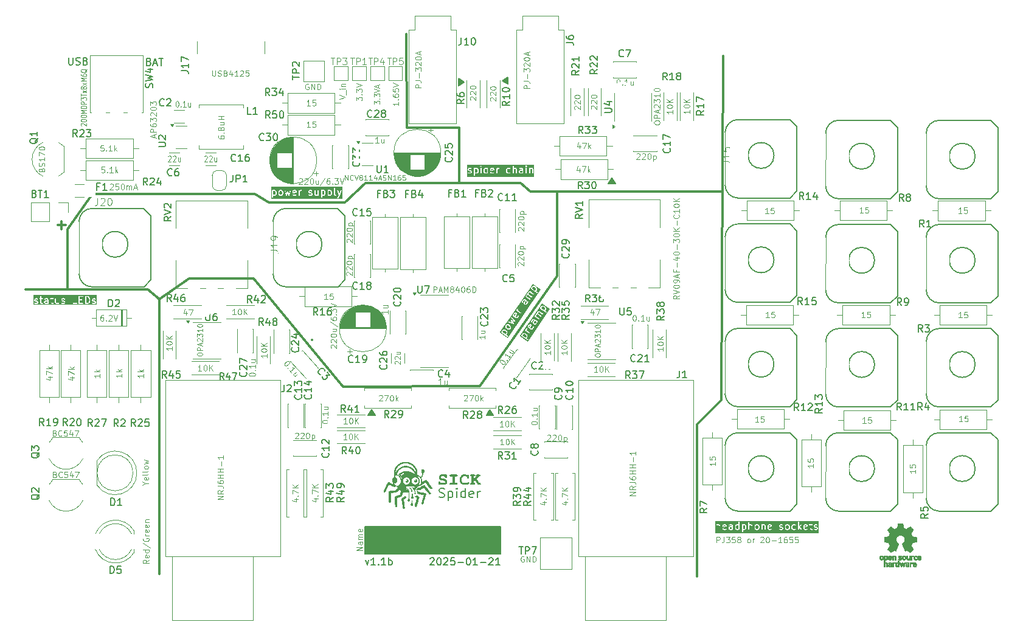
<source format=gto>
G04 #@! TF.GenerationSoftware,KiCad,Pcbnew,8.0.6*
G04 #@! TF.CreationDate,2025-01-21T23:06:27+01:00*
G04 #@! TF.ProjectId,spider2,73706964-6572-4322-9e6b-696361645f70,rev?*
G04 #@! TF.SameCoordinates,Original*
G04 #@! TF.FileFunction,Legend,Top*
G04 #@! TF.FilePolarity,Positive*
%FSLAX46Y46*%
G04 Gerber Fmt 4.6, Leading zero omitted, Abs format (unit mm)*
G04 Created by KiCad (PCBNEW 8.0.6) date 2025-01-21 23:06:27*
%MOMM*%
%LPD*%
G01*
G04 APERTURE LIST*
%ADD10C,0.300000*%
%ADD11C,0.150000*%
%ADD12C,0.000000*%
%ADD13C,0.200000*%
%ADD14C,0.100000*%
%ADD15C,0.400000*%
%ADD16C,0.120000*%
%ADD17C,0.130000*%
%ADD18C,0.127000*%
%ADD19C,0.010000*%
%ADD20C,1.400000*%
%ADD21O,1.400000X1.400000*%
%ADD22C,1.600000*%
%ADD23O,1.600000X1.600000*%
%ADD24R,1.600000X1.600000*%
%ADD25R,2.500000X2.500000*%
%ADD26O,2.300000X1.500000*%
%ADD27O,1.703200X3.203200*%
%ADD28O,1.903200X3.203200*%
%ADD29O,1.500000X2.300000*%
%ADD30O,3.203200X2.203200*%
%ADD31C,0.800000*%
%ADD32C,6.400000*%
%ADD33C,3.000000*%
%ADD34C,2.000000*%
%ADD35O,1.100000X1.700000*%
%ADD36R,1.500000X1.500000*%
%ADD37C,1.500000*%
%ADD38C,4.000000*%
%ADD39C,1.800000*%
%ADD40R,1.700000X1.700000*%
%ADD41O,1.700000X1.700000*%
%ADD42R,1.800000X1.800000*%
%ADD43R,2.350000X5.100000*%
%ADD44R,4.000000X4.000000*%
G04 APERTURE END LIST*
D10*
X234650000Y-49550000D02*
X208000600Y-49550000D01*
X211700000Y-61300000D02*
X211680000Y-49575000D01*
D11*
X219810000Y-48420000D02*
X218810000Y-48420000D01*
X219310000Y-47670000D01*
X219810000Y-48420000D01*
G36*
X219810000Y-48420000D02*
G01*
X218810000Y-48420000D01*
X219310000Y-47670000D01*
X219810000Y-48420000D01*
G37*
D12*
G36*
X190493168Y-91951958D02*
G01*
X190499207Y-91953700D01*
X190506857Y-91956452D01*
X190515872Y-91960093D01*
X190537018Y-91969545D01*
X190560685Y-91981072D01*
X190584916Y-91993691D01*
X190607748Y-92006417D01*
X190618028Y-92012513D01*
X190627224Y-92018267D01*
X190635091Y-92023556D01*
X190641383Y-92028256D01*
X190648806Y-92034565D01*
X190656213Y-92041520D01*
X190663539Y-92049023D01*
X190670719Y-92056975D01*
X190677689Y-92065278D01*
X190684382Y-92073835D01*
X190690735Y-92082547D01*
X190696681Y-92091315D01*
X190702156Y-92100042D01*
X190707095Y-92108630D01*
X190711432Y-92116980D01*
X190715103Y-92124994D01*
X190718042Y-92132574D01*
X190720184Y-92139622D01*
X190720936Y-92142916D01*
X190721464Y-92146039D01*
X190721760Y-92148981D01*
X190721817Y-92151728D01*
X190721910Y-92159531D01*
X190721501Y-92162980D01*
X190720317Y-92166523D01*
X190718010Y-92170454D01*
X190714227Y-92175069D01*
X190708616Y-92180665D01*
X190700826Y-92187535D01*
X190677306Y-92206285D01*
X190640854Y-92233683D01*
X190517911Y-92323884D01*
X190473417Y-92356946D01*
X190432892Y-92387295D01*
X190400833Y-92411692D01*
X190389384Y-92420646D01*
X190381739Y-92426895D01*
X190354928Y-92448767D01*
X190376800Y-92621628D01*
X190396732Y-92783024D01*
X190415606Y-92928545D01*
X190446705Y-93173979D01*
X190470198Y-93374897D01*
X190478617Y-93454756D01*
X190484563Y-93518797D01*
X190487847Y-93565459D01*
X190488431Y-93581784D01*
X190488278Y-93593178D01*
X190487869Y-93601003D01*
X190487421Y-93608118D01*
X190486911Y-93614589D01*
X190486316Y-93620486D01*
X190485613Y-93625873D01*
X190484780Y-93630820D01*
X190483795Y-93635392D01*
X190482633Y-93639657D01*
X190481274Y-93643682D01*
X190479693Y-93647535D01*
X190477868Y-93651283D01*
X190475776Y-93654992D01*
X190473395Y-93658730D01*
X190470702Y-93662564D01*
X190467674Y-93666561D01*
X190464289Y-93670789D01*
X190459112Y-93676759D01*
X190453171Y-93682725D01*
X190446560Y-93688635D01*
X190439374Y-93694436D01*
X190431709Y-93700077D01*
X190423659Y-93705503D01*
X190415320Y-93710663D01*
X190406786Y-93715504D01*
X190398153Y-93719972D01*
X190389517Y-93724016D01*
X190380971Y-93727582D01*
X190372611Y-93730618D01*
X190364532Y-93733071D01*
X190356830Y-93734889D01*
X190349598Y-93736018D01*
X190342933Y-93736406D01*
X190337114Y-93736291D01*
X190331302Y-93735949D01*
X190325504Y-93735385D01*
X190319729Y-93734603D01*
X190313983Y-93733609D01*
X190308274Y-93732406D01*
X190302609Y-93731000D01*
X190296995Y-93729395D01*
X190291441Y-93727595D01*
X190285952Y-93725606D01*
X190280538Y-93723431D01*
X190275204Y-93721077D01*
X190269959Y-93718546D01*
X190264809Y-93715845D01*
X190259763Y-93712977D01*
X190254827Y-93709948D01*
X190250009Y-93706761D01*
X190245316Y-93703422D01*
X190240756Y-93699935D01*
X190236335Y-93696305D01*
X190232062Y-93692537D01*
X190227943Y-93688634D01*
X190223987Y-93684603D01*
X190220200Y-93680447D01*
X190216589Y-93676171D01*
X190213163Y-93671779D01*
X190209928Y-93667278D01*
X190206892Y-93662670D01*
X190204062Y-93657961D01*
X190201446Y-93653155D01*
X190199050Y-93648257D01*
X190196883Y-93643272D01*
X190193660Y-93631241D01*
X190189354Y-93609329D01*
X190177922Y-93538409D01*
X190163447Y-93435608D01*
X190146789Y-93306017D01*
X190094578Y-92886212D01*
X190076939Y-92753567D01*
X190055067Y-92593406D01*
X190049583Y-92553425D01*
X190044803Y-92516313D01*
X190040767Y-92482492D01*
X190037516Y-92452383D01*
X190035092Y-92426409D01*
X190033536Y-92404990D01*
X190032890Y-92388548D01*
X190032921Y-92382326D01*
X190033195Y-92377506D01*
X190035095Y-92362459D01*
X190037880Y-92348278D01*
X190041938Y-92334572D01*
X190047658Y-92320951D01*
X190055429Y-92307025D01*
X190065639Y-92292401D01*
X190078677Y-92276690D01*
X190094931Y-92259502D01*
X190114790Y-92240445D01*
X190138642Y-92219128D01*
X190166877Y-92195162D01*
X190199882Y-92168154D01*
X190281760Y-92103455D01*
X190387383Y-92021906D01*
X190406103Y-92007733D01*
X190423896Y-91994511D01*
X190440366Y-91982528D01*
X190455117Y-91972076D01*
X190467751Y-91963443D01*
X190473150Y-91959899D01*
X190477871Y-91956918D01*
X190481864Y-91954536D01*
X190485081Y-91952790D01*
X190487470Y-91951716D01*
X190488339Y-91951443D01*
X190488983Y-91951350D01*
X190493168Y-91951958D01*
G37*
G36*
X192024978Y-89624428D02*
G01*
X192038323Y-89625237D01*
X192051502Y-89626465D01*
X192064318Y-89628102D01*
X192076571Y-89630139D01*
X192088064Y-89632564D01*
X192098598Y-89635367D01*
X192107974Y-89638538D01*
X192115994Y-89642067D01*
X192125233Y-89647170D01*
X192134160Y-89652678D01*
X192142767Y-89658573D01*
X192151050Y-89664839D01*
X192159002Y-89671460D01*
X192166616Y-89678417D01*
X192173886Y-89685694D01*
X192180806Y-89693275D01*
X192193570Y-89709278D01*
X192204857Y-89726291D01*
X192214617Y-89744179D01*
X192222798Y-89762805D01*
X192229350Y-89782035D01*
X192234223Y-89801733D01*
X192237366Y-89821764D01*
X192238728Y-89841993D01*
X192238725Y-89852139D01*
X192238259Y-89862283D01*
X192237321Y-89872409D01*
X192235907Y-89882500D01*
X192234010Y-89892539D01*
X192231623Y-89902508D01*
X192228740Y-89912392D01*
X192225356Y-89922172D01*
X192221164Y-89932342D01*
X192216528Y-89942213D01*
X192211449Y-89951785D01*
X192205931Y-89961055D01*
X192199974Y-89970024D01*
X192193581Y-89978690D01*
X192186754Y-89987052D01*
X192179495Y-89995109D01*
X192171805Y-90002861D01*
X192163688Y-90010305D01*
X192155146Y-90017441D01*
X192146179Y-90024269D01*
X192136791Y-90030786D01*
X192126983Y-90036992D01*
X192116758Y-90042886D01*
X192106117Y-90048467D01*
X192091996Y-90055108D01*
X192085707Y-90057882D01*
X192079802Y-90060318D01*
X192074182Y-90062436D01*
X192068749Y-90064255D01*
X192063404Y-90065795D01*
X192058051Y-90067076D01*
X192052590Y-90068117D01*
X192046923Y-90068938D01*
X192040953Y-90069558D01*
X192034580Y-90069997D01*
X192027707Y-90070276D01*
X192020236Y-90070412D01*
X192003106Y-90070339D01*
X191990588Y-90070022D01*
X191978670Y-90069323D01*
X191967306Y-90068226D01*
X191956451Y-90066712D01*
X191946058Y-90064764D01*
X191936083Y-90062365D01*
X191926480Y-90059496D01*
X191917204Y-90056140D01*
X191908209Y-90052280D01*
X191899450Y-90047898D01*
X191890880Y-90042976D01*
X191882456Y-90037498D01*
X191874130Y-90031445D01*
X191865859Y-90024799D01*
X191857595Y-90017544D01*
X191849295Y-90009661D01*
X191841016Y-90000966D01*
X191833367Y-89992316D01*
X191826335Y-89983677D01*
X191819904Y-89975012D01*
X191814060Y-89966285D01*
X191808788Y-89957460D01*
X191804075Y-89948501D01*
X191799906Y-89939371D01*
X191796265Y-89930034D01*
X191793140Y-89920454D01*
X191790514Y-89910596D01*
X191788374Y-89900422D01*
X191786706Y-89889896D01*
X191785494Y-89878984D01*
X191784725Y-89867647D01*
X191784383Y-89855850D01*
X191784434Y-89848644D01*
X191784587Y-89841819D01*
X191784848Y-89835346D01*
X191785221Y-89829194D01*
X191785710Y-89823330D01*
X191786318Y-89817726D01*
X191787051Y-89812348D01*
X191787911Y-89807167D01*
X191788904Y-89802151D01*
X191790033Y-89797270D01*
X191791303Y-89792492D01*
X191792718Y-89787786D01*
X191794281Y-89783122D01*
X191795998Y-89778468D01*
X191797871Y-89773794D01*
X191799906Y-89769067D01*
X191803028Y-89762421D01*
X191806031Y-89756512D01*
X191808896Y-89751349D01*
X191810270Y-89749050D01*
X191811603Y-89746941D01*
X191812890Y-89745024D01*
X191814131Y-89743299D01*
X191815323Y-89741767D01*
X191816463Y-89740430D01*
X191817548Y-89739289D01*
X191818577Y-89738345D01*
X191819547Y-89737599D01*
X191820455Y-89737052D01*
X191821299Y-89736706D01*
X191822076Y-89736562D01*
X191822785Y-89736620D01*
X191823422Y-89736883D01*
X191823985Y-89737351D01*
X191824472Y-89738024D01*
X191824880Y-89738906D01*
X191825206Y-89739996D01*
X191825449Y-89741296D01*
X191825606Y-89742807D01*
X191825674Y-89744530D01*
X191825651Y-89746466D01*
X191825535Y-89748616D01*
X191825323Y-89750983D01*
X191825012Y-89753566D01*
X191824600Y-89756367D01*
X191824220Y-89760294D01*
X191824133Y-89764265D01*
X191824328Y-89768267D01*
X191824796Y-89772290D01*
X191825527Y-89776323D01*
X191826513Y-89780355D01*
X191827743Y-89784374D01*
X191829208Y-89788371D01*
X191830899Y-89792333D01*
X191832805Y-89796250D01*
X191834917Y-89800111D01*
X191837226Y-89803905D01*
X191839722Y-89807621D01*
X191842395Y-89811248D01*
X191845237Y-89814775D01*
X191848236Y-89818191D01*
X191851385Y-89821485D01*
X191854673Y-89824647D01*
X191858090Y-89827664D01*
X191861628Y-89830526D01*
X191865276Y-89833223D01*
X191869026Y-89835742D01*
X191872867Y-89838074D01*
X191876789Y-89840207D01*
X191880784Y-89842130D01*
X191884842Y-89843832D01*
X191888953Y-89845303D01*
X191893108Y-89846531D01*
X191897297Y-89847505D01*
X191901510Y-89848214D01*
X191905739Y-89848648D01*
X191909972Y-89848795D01*
X191915574Y-89848598D01*
X191921251Y-89848016D01*
X191926980Y-89847060D01*
X191932737Y-89845741D01*
X191938498Y-89844071D01*
X191944240Y-89842060D01*
X191949938Y-89839721D01*
X191955569Y-89837065D01*
X191961109Y-89834103D01*
X191966534Y-89830846D01*
X191971820Y-89827306D01*
X191976945Y-89823494D01*
X191981883Y-89819422D01*
X191986612Y-89815100D01*
X191991107Y-89810541D01*
X191995345Y-89805756D01*
X191998473Y-89801950D01*
X192001252Y-89798429D01*
X192003699Y-89795129D01*
X192005829Y-89791987D01*
X192007657Y-89788940D01*
X192009198Y-89785925D01*
X192010469Y-89782879D01*
X192011484Y-89779739D01*
X192012260Y-89776441D01*
X192012811Y-89772924D01*
X192013154Y-89769124D01*
X192013303Y-89764977D01*
X192013275Y-89760421D01*
X192013084Y-89755393D01*
X192012746Y-89749829D01*
X192012278Y-89743667D01*
X192011736Y-89737614D01*
X192011150Y-89732116D01*
X192010495Y-89727119D01*
X192009742Y-89722566D01*
X192008865Y-89718402D01*
X192008372Y-89716449D01*
X192007838Y-89714571D01*
X192007259Y-89712763D01*
X192006632Y-89711017D01*
X192005955Y-89709326D01*
X192005222Y-89707684D01*
X192004432Y-89706083D01*
X192003581Y-89704516D01*
X192002665Y-89702977D01*
X192001681Y-89701458D01*
X192000626Y-89699952D01*
X191999496Y-89698453D01*
X191998288Y-89696954D01*
X191996998Y-89695447D01*
X191994162Y-89692382D01*
X191990960Y-89689204D01*
X191987365Y-89685857D01*
X191983350Y-89682284D01*
X191980493Y-89680021D01*
X191977496Y-89677742D01*
X191971179Y-89673200D01*
X191964598Y-89668790D01*
X191957950Y-89664645D01*
X191954663Y-89662713D01*
X191951435Y-89660897D01*
X191948289Y-89659213D01*
X191945250Y-89657678D01*
X191942344Y-89656308D01*
X191939594Y-89655120D01*
X191937027Y-89654130D01*
X191934667Y-89653356D01*
X191911383Y-89646300D01*
X191936078Y-89634306D01*
X191943602Y-89631386D01*
X191952548Y-89628967D01*
X191962718Y-89627041D01*
X191973913Y-89625597D01*
X191985935Y-89624624D01*
X191998586Y-89624111D01*
X192011666Y-89624050D01*
X192024978Y-89624428D01*
G37*
D10*
X181900000Y-76700000D02*
X200950000Y-76650000D01*
X147010000Y-49890000D02*
X169570400Y-49885600D01*
D12*
G36*
X190621464Y-87184088D02*
G01*
X190648692Y-87185146D01*
X190678550Y-87186734D01*
X190711939Y-87188850D01*
X190780809Y-87194845D01*
X190846314Y-87202939D01*
X190878138Y-87207852D01*
X190909521Y-87213382D01*
X190940595Y-87219562D01*
X190971495Y-87226421D01*
X191002354Y-87233992D01*
X191033304Y-87242304D01*
X191064480Y-87251390D01*
X191096015Y-87261280D01*
X191160693Y-87283596D01*
X191228406Y-87309500D01*
X191283766Y-87332572D01*
X191337681Y-87357088D01*
X191390179Y-87383070D01*
X191441285Y-87410538D01*
X191491027Y-87439516D01*
X191539432Y-87470024D01*
X191586526Y-87502085D01*
X191632336Y-87535719D01*
X191676890Y-87570950D01*
X191720214Y-87607797D01*
X191762335Y-87646285D01*
X191803279Y-87686433D01*
X191843074Y-87728263D01*
X191881747Y-87771798D01*
X191919325Y-87817059D01*
X191955833Y-87864067D01*
X191975952Y-87891423D01*
X191995539Y-87919464D01*
X192014557Y-87948118D01*
X192032970Y-87977309D01*
X192050743Y-88006963D01*
X192067839Y-88037005D01*
X192084222Y-88067362D01*
X192099855Y-88097959D01*
X192114703Y-88128721D01*
X192128729Y-88159573D01*
X192141897Y-88190443D01*
X192154172Y-88221254D01*
X192165516Y-88251934D01*
X192175894Y-88282406D01*
X192185269Y-88312598D01*
X192193606Y-88342434D01*
X192206280Y-88391366D01*
X192216018Y-88433064D01*
X192223260Y-88471802D01*
X192228443Y-88511855D01*
X192232005Y-88557497D01*
X192234385Y-88613003D01*
X192236020Y-88682648D01*
X192237350Y-88770706D01*
X192238544Y-88853472D01*
X192239083Y-88887026D01*
X192239621Y-88915841D01*
X192239898Y-88928584D01*
X192240184Y-88940278D01*
X192240483Y-88950967D01*
X192240798Y-88960698D01*
X192241133Y-88969514D01*
X192241491Y-88977461D01*
X192241875Y-88984584D01*
X192242289Y-88990928D01*
X192242736Y-88996538D01*
X192243219Y-89001459D01*
X192243743Y-89005737D01*
X192244020Y-89007649D01*
X192244309Y-89009417D01*
X192244610Y-89011046D01*
X192244922Y-89012543D01*
X192245247Y-89013912D01*
X192245585Y-89015160D01*
X192245936Y-89016292D01*
X192246301Y-89017314D01*
X192246680Y-89018232D01*
X192247073Y-89019051D01*
X192247482Y-89019776D01*
X192247906Y-89020414D01*
X192248346Y-89020969D01*
X192248802Y-89021449D01*
X192249274Y-89021857D01*
X192249764Y-89022201D01*
X192250272Y-89022485D01*
X192250797Y-89022715D01*
X192251340Y-89022897D01*
X192251903Y-89023036D01*
X192252484Y-89023139D01*
X192253085Y-89023210D01*
X192254348Y-89023281D01*
X192255694Y-89023295D01*
X192261570Y-89023562D01*
X192268532Y-89024339D01*
X192276462Y-89025592D01*
X192285240Y-89027286D01*
X192304857Y-89031853D01*
X192326426Y-89037759D01*
X192348988Y-89044723D01*
X192371582Y-89052465D01*
X192393250Y-89060703D01*
X192413034Y-89069156D01*
X192430211Y-89077342D01*
X192447792Y-89086492D01*
X192465652Y-89096509D01*
X192483666Y-89107300D01*
X192501709Y-89118769D01*
X192519657Y-89130820D01*
X192537382Y-89143360D01*
X192554762Y-89156292D01*
X192571670Y-89169522D01*
X192587982Y-89182954D01*
X192603573Y-89196494D01*
X192618317Y-89210046D01*
X192632090Y-89223516D01*
X192644766Y-89236808D01*
X192656220Y-89249827D01*
X192666328Y-89262478D01*
X192669243Y-89266138D01*
X192672157Y-89269696D01*
X192675050Y-89273135D01*
X192677903Y-89276435D01*
X192680699Y-89279578D01*
X192683418Y-89282545D01*
X192686042Y-89285318D01*
X192688553Y-89287878D01*
X192690931Y-89290207D01*
X192693158Y-89292285D01*
X192695216Y-89294095D01*
X192697086Y-89295617D01*
X192698749Y-89296834D01*
X192700187Y-89297726D01*
X192700815Y-89298044D01*
X192701380Y-89298274D01*
X192701880Y-89298414D01*
X192702311Y-89298462D01*
X192702826Y-89298400D01*
X192703440Y-89298218D01*
X192704957Y-89297502D01*
X192706838Y-89296341D01*
X192709058Y-89294757D01*
X192711592Y-89292777D01*
X192714416Y-89290425D01*
X192720832Y-89284703D01*
X192728108Y-89277791D01*
X192736046Y-89269886D01*
X192744446Y-89261188D01*
X192753111Y-89251895D01*
X192765365Y-89237888D01*
X192777257Y-89222854D01*
X192788790Y-89206791D01*
X192799965Y-89189696D01*
X192810784Y-89171567D01*
X192821250Y-89152403D01*
X192831364Y-89132202D01*
X192841129Y-89110960D01*
X192850547Y-89088677D01*
X192859620Y-89065350D01*
X192868349Y-89040977D01*
X192876738Y-89015556D01*
X192884787Y-88989085D01*
X192892500Y-88961562D01*
X192899878Y-88932984D01*
X192906923Y-88903350D01*
X192911012Y-88885065D01*
X192914534Y-88868985D01*
X192917466Y-88854935D01*
X192919788Y-88842739D01*
X192920713Y-88837281D01*
X192921477Y-88832221D01*
X192922078Y-88827537D01*
X192922512Y-88823206D01*
X192922778Y-88819208D01*
X192922871Y-88815519D01*
X192922791Y-88812118D01*
X192922533Y-88808982D01*
X192922095Y-88806091D01*
X192921475Y-88803422D01*
X192920670Y-88800952D01*
X192919676Y-88798661D01*
X192918492Y-88796526D01*
X192917115Y-88794524D01*
X192915541Y-88792635D01*
X192913769Y-88790836D01*
X192911795Y-88789106D01*
X192909616Y-88787421D01*
X192907231Y-88785761D01*
X192904636Y-88784103D01*
X192898807Y-88780707D01*
X192892106Y-88777056D01*
X192885410Y-88773224D01*
X192878591Y-88768655D01*
X192871709Y-88763426D01*
X192864821Y-88757609D01*
X192857986Y-88751280D01*
X192851265Y-88744512D01*
X192844715Y-88737381D01*
X192838395Y-88729960D01*
X192832365Y-88722324D01*
X192826683Y-88714548D01*
X192821409Y-88706706D01*
X192816600Y-88698872D01*
X192812317Y-88691120D01*
X192808617Y-88683526D01*
X192805561Y-88676163D01*
X192803206Y-88669106D01*
X192801920Y-88661578D01*
X192800725Y-88648965D01*
X192799646Y-88631936D01*
X192798708Y-88611162D01*
X192797352Y-88561057D01*
X192796856Y-88504006D01*
X192796709Y-88461402D01*
X192796878Y-88427365D01*
X192797116Y-88413114D01*
X192797476Y-88400471D01*
X192797972Y-88389259D01*
X192798619Y-88379299D01*
X192799432Y-88370414D01*
X192800425Y-88362426D01*
X192801612Y-88355158D01*
X192803007Y-88348431D01*
X192804626Y-88342068D01*
X192806483Y-88335891D01*
X192808591Y-88329722D01*
X192810967Y-88323384D01*
X192816545Y-88309726D01*
X192822952Y-88296807D01*
X192830170Y-88284636D01*
X192838186Y-88273223D01*
X192846983Y-88262580D01*
X192856545Y-88252715D01*
X192866859Y-88243641D01*
X192877906Y-88235366D01*
X192889674Y-88227901D01*
X192902145Y-88221257D01*
X192915304Y-88215444D01*
X192929136Y-88210473D01*
X192943626Y-88206353D01*
X192958757Y-88203095D01*
X192974515Y-88200709D01*
X192990883Y-88199206D01*
X192999600Y-88198801D01*
X193008156Y-88198644D01*
X193016551Y-88198737D01*
X193024786Y-88199079D01*
X193032860Y-88199671D01*
X193040775Y-88200514D01*
X193048530Y-88201608D01*
X193056125Y-88202954D01*
X193063561Y-88204552D01*
X193070839Y-88206403D01*
X193077958Y-88208507D01*
X193084918Y-88210864D01*
X193091720Y-88213476D01*
X193098364Y-88216342D01*
X193104851Y-88219464D01*
X193111181Y-88222842D01*
X193117353Y-88226476D01*
X193123368Y-88230367D01*
X193129227Y-88234515D01*
X193134930Y-88238921D01*
X193140476Y-88243585D01*
X193145867Y-88248509D01*
X193151102Y-88253691D01*
X193156182Y-88259134D01*
X193161107Y-88264837D01*
X193165877Y-88270801D01*
X193170492Y-88277027D01*
X193174953Y-88283514D01*
X193179261Y-88290264D01*
X193183414Y-88297278D01*
X193187414Y-88304554D01*
X193191261Y-88312095D01*
X193213134Y-88355134D01*
X193213134Y-88647234D01*
X193191261Y-88690273D01*
X193186975Y-88698768D01*
X193182568Y-88706808D01*
X193178022Y-88714415D01*
X193173314Y-88721615D01*
X193168424Y-88728430D01*
X193163331Y-88734884D01*
X193158015Y-88741001D01*
X193152456Y-88746805D01*
X193146632Y-88752320D01*
X193140522Y-88757569D01*
X193134107Y-88762576D01*
X193127365Y-88767366D01*
X193120275Y-88771960D01*
X193112818Y-88776385D01*
X193104972Y-88780662D01*
X193096717Y-88784817D01*
X193067789Y-88798928D01*
X193055089Y-88870189D01*
X193046380Y-88916291D01*
X193036914Y-88960429D01*
X193026677Y-89002640D01*
X193015655Y-89042962D01*
X193003836Y-89081432D01*
X192991205Y-89118087D01*
X192977749Y-89152965D01*
X192963455Y-89186102D01*
X192948310Y-89217535D01*
X192932299Y-89247303D01*
X192915410Y-89275442D01*
X192897629Y-89301989D01*
X192878943Y-89326982D01*
X192859337Y-89350457D01*
X192838800Y-89372453D01*
X192817317Y-89393006D01*
X192780628Y-89425462D01*
X192810967Y-89490373D01*
X192819442Y-89509359D01*
X192827407Y-89528493D01*
X192834863Y-89547791D01*
X192841813Y-89567267D01*
X192848258Y-89586938D01*
X192854201Y-89606818D01*
X192859644Y-89626924D01*
X192864589Y-89647270D01*
X192869038Y-89667873D01*
X192872992Y-89688748D01*
X192876455Y-89709910D01*
X192879428Y-89731375D01*
X192881913Y-89753158D01*
X192883912Y-89775275D01*
X192885427Y-89797742D01*
X192886461Y-89820573D01*
X192887090Y-89843368D01*
X192887387Y-89865486D01*
X192887354Y-89886578D01*
X192886990Y-89906298D01*
X192886296Y-89924298D01*
X192885271Y-89940230D01*
X192883915Y-89953749D01*
X192883113Y-89959494D01*
X192882228Y-89964506D01*
X192880744Y-89973044D01*
X192879483Y-89981087D01*
X192878470Y-89988467D01*
X192878064Y-89991858D01*
X192877730Y-89995021D01*
X192877470Y-89997937D01*
X192877288Y-90000583D01*
X192877186Y-90002940D01*
X192877168Y-90004987D01*
X192877236Y-90006704D01*
X192877395Y-90008068D01*
X192877509Y-90008613D01*
X192877647Y-90009061D01*
X192877808Y-90009412D01*
X192877994Y-90009661D01*
X192878600Y-90009714D01*
X192879864Y-90009354D01*
X192884223Y-90007468D01*
X192890781Y-90004142D01*
X192899249Y-89999519D01*
X192909338Y-89993738D01*
X192920758Y-89986940D01*
X192933219Y-89979266D01*
X192946433Y-89970856D01*
X193011038Y-89929511D01*
X193077512Y-89887612D01*
X193204490Y-89809196D01*
X193259207Y-89776201D01*
X193304216Y-89749698D01*
X193336625Y-89731445D01*
X193347200Y-89725964D01*
X193353539Y-89723206D01*
X193359451Y-89721346D01*
X193365776Y-89719732D01*
X193372465Y-89718364D01*
X193379468Y-89717242D01*
X193386736Y-89716363D01*
X193394219Y-89715727D01*
X193401867Y-89715333D01*
X193409631Y-89715180D01*
X193417461Y-89715267D01*
X193425307Y-89715592D01*
X193433121Y-89716155D01*
X193440851Y-89716955D01*
X193448450Y-89717991D01*
X193455866Y-89719261D01*
X193463052Y-89720764D01*
X193469956Y-89722500D01*
X193488463Y-89728999D01*
X193497864Y-89734090D01*
X193508210Y-89741418D01*
X193520135Y-89751739D01*
X193534274Y-89765809D01*
X193571732Y-89808225D01*
X193625660Y-89874719D01*
X193701136Y-89971341D01*
X193937034Y-90279184D01*
X194092476Y-90483067D01*
X194152090Y-90561883D01*
X194200558Y-90626493D01*
X194238576Y-90677809D01*
X194266837Y-90716738D01*
X194286036Y-90744192D01*
X194296867Y-90761078D01*
X194302830Y-90772737D01*
X194307521Y-90784531D01*
X194310986Y-90796413D01*
X194313271Y-90808338D01*
X194314424Y-90820258D01*
X194314491Y-90832126D01*
X194313518Y-90843897D01*
X194311551Y-90855523D01*
X194308638Y-90866958D01*
X194304825Y-90878155D01*
X194300158Y-90889068D01*
X194294684Y-90899649D01*
X194288449Y-90909853D01*
X194281501Y-90919633D01*
X194273884Y-90928941D01*
X194265646Y-90937732D01*
X194256834Y-90945958D01*
X194247493Y-90953573D01*
X194237671Y-90960531D01*
X194227414Y-90966785D01*
X194216768Y-90972287D01*
X194205780Y-90976993D01*
X194194497Y-90980854D01*
X194182964Y-90983824D01*
X194171229Y-90985857D01*
X194159337Y-90986906D01*
X194147337Y-90986924D01*
X194135273Y-90985865D01*
X194123192Y-90983682D01*
X194111142Y-90980328D01*
X194099168Y-90975757D01*
X194087317Y-90969923D01*
X194071920Y-90957366D01*
X194046163Y-90929397D01*
X194006565Y-90881519D01*
X193949645Y-90809232D01*
X193769916Y-90573444D01*
X193479128Y-90186050D01*
X193460444Y-90160831D01*
X193442770Y-90137356D01*
X193426517Y-90116114D01*
X193412100Y-90097591D01*
X193399932Y-90082277D01*
X193390426Y-90070659D01*
X193383996Y-90063225D01*
X193382064Y-90061229D01*
X193381055Y-90060462D01*
X193377963Y-90061933D01*
X193370604Y-90066150D01*
X193345072Y-90081628D01*
X193308427Y-90104515D01*
X193264639Y-90132428D01*
X193159070Y-90199897D01*
X193061439Y-90261545D01*
X192860355Y-90388545D01*
X192817964Y-90414852D01*
X192778004Y-90438794D01*
X192740326Y-90460454D01*
X192704781Y-90479914D01*
X192671220Y-90497258D01*
X192639495Y-90512568D01*
X192609456Y-90525927D01*
X192580956Y-90537417D01*
X192559781Y-90545020D01*
X192536440Y-90552730D01*
X192512470Y-90560126D01*
X192489410Y-90566786D01*
X192468797Y-90572288D01*
X192452170Y-90576212D01*
X192445831Y-90577449D01*
X192441065Y-90578134D01*
X192438065Y-90578213D01*
X192437287Y-90578009D01*
X192437022Y-90577634D01*
X192437144Y-90577034D01*
X192437503Y-90576043D01*
X192438885Y-90572981D01*
X192441078Y-90568630D01*
X192443990Y-90563170D01*
X192447530Y-90556784D01*
X192451608Y-90549654D01*
X192456132Y-90541962D01*
X192461011Y-90533889D01*
X192471352Y-90516019D01*
X192482354Y-90496759D01*
X192492563Y-90478426D01*
X192496915Y-90470330D01*
X192500523Y-90463334D01*
X192502360Y-90459794D01*
X192504674Y-90455818D01*
X192507429Y-90451449D01*
X192510588Y-90446731D01*
X192517972Y-90436421D01*
X192526540Y-90425234D01*
X192536000Y-90413518D01*
X192546064Y-90401620D01*
X192556442Y-90389887D01*
X192566845Y-90378667D01*
X192581400Y-90363087D01*
X192594952Y-90348018D01*
X192607572Y-90333344D01*
X192619331Y-90318948D01*
X192630301Y-90304714D01*
X192640552Y-90290523D01*
X192650156Y-90276261D01*
X192659184Y-90261809D01*
X192667708Y-90247052D01*
X192675799Y-90231871D01*
X192683528Y-90216152D01*
X192690967Y-90199776D01*
X192698187Y-90182627D01*
X192705259Y-90164588D01*
X192712254Y-90145542D01*
X192719244Y-90125373D01*
X192730532Y-90088493D01*
X192740056Y-90050963D01*
X192747823Y-90012910D01*
X192753839Y-89974461D01*
X192758111Y-89935743D01*
X192760644Y-89896884D01*
X192761445Y-89858011D01*
X192760520Y-89819250D01*
X192757875Y-89780728D01*
X192753517Y-89742574D01*
X192747451Y-89704914D01*
X192739684Y-89667875D01*
X192730222Y-89631584D01*
X192719071Y-89596169D01*
X192706238Y-89561756D01*
X192691728Y-89528473D01*
X192677147Y-89498909D01*
X192661466Y-89470296D01*
X192644711Y-89442656D01*
X192626905Y-89416014D01*
X192608074Y-89390392D01*
X192588243Y-89365816D01*
X192567436Y-89342308D01*
X192545678Y-89319893D01*
X192522994Y-89298594D01*
X192499409Y-89278434D01*
X192474947Y-89259439D01*
X192449634Y-89241631D01*
X192423494Y-89225035D01*
X192396552Y-89209673D01*
X192368833Y-89195570D01*
X192340361Y-89182750D01*
X192331187Y-89179031D01*
X192321344Y-89175353D01*
X192311153Y-89171824D01*
X192300938Y-89168551D01*
X192291020Y-89165642D01*
X192281723Y-89163204D01*
X192273368Y-89161345D01*
X192269645Y-89160666D01*
X192266278Y-89160172D01*
X192235939Y-89155234D01*
X192253578Y-89176401D01*
X192278096Y-89206034D01*
X192294853Y-89226010D01*
X192312139Y-89246250D01*
X192373175Y-89324018D01*
X192425580Y-89403818D01*
X192448547Y-89444459D01*
X192469356Y-89485581D01*
X192488007Y-89527178D01*
X192504502Y-89569240D01*
X192518840Y-89611759D01*
X192531021Y-89654727D01*
X192541045Y-89698134D01*
X192548912Y-89741972D01*
X192554623Y-89786233D01*
X192558178Y-89830908D01*
X192559576Y-89875989D01*
X192558819Y-89921467D01*
X192555905Y-89967334D01*
X192550836Y-90013580D01*
X192534230Y-90107180D01*
X192509003Y-90202197D01*
X192475155Y-90298564D01*
X192432688Y-90396213D01*
X192381602Y-90495075D01*
X192321898Y-90595083D01*
X192253578Y-90696167D01*
X192218847Y-90743880D01*
X192185547Y-90787625D01*
X192152858Y-90828326D01*
X192136488Y-90847826D01*
X192119963Y-90866912D01*
X192103182Y-90885700D01*
X192086043Y-90904306D01*
X192050278Y-90941436D01*
X192011852Y-90979227D01*
X191969944Y-91018606D01*
X191875400Y-91105389D01*
X191895156Y-91145606D01*
X191908616Y-91175429D01*
X191921878Y-91208908D01*
X191934744Y-91245395D01*
X191947014Y-91284248D01*
X191958490Y-91324820D01*
X191968974Y-91366467D01*
X191978268Y-91408544D01*
X191986173Y-91450406D01*
X191987140Y-91456337D01*
X191988193Y-91461969D01*
X191989332Y-91467318D01*
X191990560Y-91472399D01*
X191991879Y-91477229D01*
X191993291Y-91481821D01*
X191994798Y-91486192D01*
X191996403Y-91490358D01*
X191998106Y-91494333D01*
X191999911Y-91498134D01*
X192001819Y-91501776D01*
X192003833Y-91505274D01*
X192005954Y-91508644D01*
X192008185Y-91511901D01*
X192010527Y-91515061D01*
X192012983Y-91518139D01*
X192017886Y-91524001D01*
X192022276Y-91529946D01*
X192026150Y-91535974D01*
X192029509Y-91542084D01*
X192032351Y-91548277D01*
X192034675Y-91554553D01*
X192036481Y-91560911D01*
X192037766Y-91567352D01*
X192038531Y-91573876D01*
X192038773Y-91580482D01*
X192038493Y-91587171D01*
X192037689Y-91593943D01*
X192036360Y-91600797D01*
X192034504Y-91607734D01*
X192032122Y-91614754D01*
X192029211Y-91621856D01*
X192026580Y-91627376D01*
X192023719Y-91632690D01*
X192020642Y-91637792D01*
X192017357Y-91642680D01*
X192013878Y-91647347D01*
X192010214Y-91651791D01*
X192006377Y-91656006D01*
X192002378Y-91659989D01*
X191998228Y-91663735D01*
X191993939Y-91667241D01*
X191989520Y-91670501D01*
X191984984Y-91673512D01*
X191980342Y-91676269D01*
X191975604Y-91678768D01*
X191970783Y-91681005D01*
X191965888Y-91682975D01*
X191960931Y-91684674D01*
X191955923Y-91686099D01*
X191950875Y-91687244D01*
X191945798Y-91688105D01*
X191940705Y-91688679D01*
X191935604Y-91688960D01*
X191930508Y-91688946D01*
X191925428Y-91688630D01*
X191920375Y-91688010D01*
X191915360Y-91687080D01*
X191910394Y-91685838D01*
X191905488Y-91684277D01*
X191900654Y-91682394D01*
X191895901Y-91680186D01*
X191891243Y-91677647D01*
X191886689Y-91674773D01*
X191884121Y-91672908D01*
X191881458Y-91670769D01*
X191878720Y-91668381D01*
X191875929Y-91665766D01*
X191873105Y-91662948D01*
X191870268Y-91659952D01*
X191867440Y-91656801D01*
X191864640Y-91653518D01*
X191861891Y-91650128D01*
X191859211Y-91646654D01*
X191856622Y-91643120D01*
X191854145Y-91639550D01*
X191851800Y-91635968D01*
X191849609Y-91632397D01*
X191847591Y-91628861D01*
X191845767Y-91625384D01*
X191842220Y-91617916D01*
X191839254Y-91610586D01*
X191836871Y-91603385D01*
X191835073Y-91596302D01*
X191834394Y-91592801D01*
X191833862Y-91589326D01*
X191833477Y-91585875D01*
X191833240Y-91582447D01*
X191833151Y-91579041D01*
X191833210Y-91575655D01*
X191833417Y-91572288D01*
X191833772Y-91568939D01*
X191834277Y-91565607D01*
X191834930Y-91562290D01*
X191835733Y-91558987D01*
X191836685Y-91555696D01*
X191837788Y-91552417D01*
X191839040Y-91549148D01*
X191840443Y-91545888D01*
X191841996Y-91542635D01*
X191845556Y-91536147D01*
X191849722Y-91529674D01*
X191854495Y-91523204D01*
X191859878Y-91516728D01*
X191881045Y-91492739D01*
X191865522Y-91420773D01*
X191854584Y-91373527D01*
X191841915Y-91327102D01*
X191827570Y-91281590D01*
X191811602Y-91237086D01*
X191794068Y-91193681D01*
X191775022Y-91151468D01*
X191754519Y-91110541D01*
X191732613Y-91070993D01*
X191709360Y-91032917D01*
X191684813Y-90996406D01*
X191659029Y-90961552D01*
X191632061Y-90928449D01*
X191603964Y-90897190D01*
X191574794Y-90867868D01*
X191544604Y-90840576D01*
X191513450Y-90815406D01*
X191506144Y-90809819D01*
X191499549Y-90804673D01*
X191493631Y-90799929D01*
X191488359Y-90795551D01*
X191483698Y-90791500D01*
X191479617Y-90787736D01*
X191476080Y-90784223D01*
X191474507Y-90782548D01*
X191473057Y-90780922D01*
X191471727Y-90779339D01*
X191470513Y-90777794D01*
X191469411Y-90776284D01*
X191468416Y-90774802D01*
X191467524Y-90773345D01*
X191466732Y-90771907D01*
X191466034Y-90770484D01*
X191465428Y-90769071D01*
X191464909Y-90767663D01*
X191464472Y-90766255D01*
X191464113Y-90764843D01*
X191463830Y-90763422D01*
X191463616Y-90761987D01*
X191463468Y-90760533D01*
X191463383Y-90759056D01*
X191463355Y-90757550D01*
X191463422Y-90755078D01*
X191463623Y-90752685D01*
X191463774Y-90751517D01*
X191463960Y-90750368D01*
X191464181Y-90749237D01*
X191464436Y-90748125D01*
X191464726Y-90747030D01*
X191465052Y-90745952D01*
X191465414Y-90744891D01*
X191465811Y-90743846D01*
X191466245Y-90742817D01*
X191466715Y-90741804D01*
X191467222Y-90740806D01*
X191467765Y-90739823D01*
X191468346Y-90738855D01*
X191468965Y-90737901D01*
X191469621Y-90736960D01*
X191470315Y-90736032D01*
X191471047Y-90735118D01*
X191471818Y-90734216D01*
X191473476Y-90732448D01*
X191475291Y-90730726D01*
X191477266Y-90729046D01*
X191479401Y-90727405D01*
X191481700Y-90725800D01*
X191484635Y-90724055D01*
X191487383Y-90722523D01*
X191489991Y-90721202D01*
X191492504Y-90720090D01*
X191494967Y-90719184D01*
X191497426Y-90718483D01*
X191499927Y-90717985D01*
X191502514Y-90717687D01*
X191505234Y-90717587D01*
X191508131Y-90717684D01*
X191511251Y-90717975D01*
X191514641Y-90718458D01*
X191518344Y-90719132D01*
X191522407Y-90719993D01*
X191526876Y-90721041D01*
X191531795Y-90722273D01*
X191540643Y-90724969D01*
X191549730Y-90728300D01*
X191559063Y-90732272D01*
X191568649Y-90736891D01*
X191578495Y-90742163D01*
X191588610Y-90748094D01*
X191598999Y-90754691D01*
X191609670Y-90761960D01*
X191620631Y-90769907D01*
X191631888Y-90778538D01*
X191643449Y-90787859D01*
X191655322Y-90797877D01*
X191667513Y-90808598D01*
X191680029Y-90820028D01*
X191692878Y-90832173D01*
X191706067Y-90845039D01*
X191716783Y-90855733D01*
X191726243Y-90865105D01*
X191734547Y-90873222D01*
X191738298Y-90876831D01*
X191741797Y-90880152D01*
X191745057Y-90883192D01*
X191748091Y-90885961D01*
X191750911Y-90888466D01*
X191753531Y-90890717D01*
X191755961Y-90892721D01*
X191758216Y-90894487D01*
X191760307Y-90896024D01*
X191762247Y-90897339D01*
X191764048Y-90898441D01*
X191765724Y-90899338D01*
X191766518Y-90899713D01*
X191767286Y-90900040D01*
X191768028Y-90900320D01*
X191768747Y-90900554D01*
X191769443Y-90900743D01*
X191770120Y-90900888D01*
X191770777Y-90900991D01*
X191771417Y-90901052D01*
X191772040Y-90901072D01*
X191772650Y-90901053D01*
X191773247Y-90900995D01*
X191773833Y-90900899D01*
X191774409Y-90900768D01*
X191774978Y-90900601D01*
X191775540Y-90900399D01*
X191776097Y-90900164D01*
X191777202Y-90899599D01*
X191778308Y-90898914D01*
X191779425Y-90898116D01*
X191780566Y-90897214D01*
X191781744Y-90896217D01*
X191782972Y-90895134D01*
X191786970Y-90891131D01*
X191791008Y-90886564D01*
X191795060Y-90881477D01*
X191799101Y-90875918D01*
X191803104Y-90869934D01*
X191807045Y-90863570D01*
X191810897Y-90856873D01*
X191814634Y-90849890D01*
X191818231Y-90842667D01*
X191821661Y-90835251D01*
X191824898Y-90827688D01*
X191827918Y-90820025D01*
X191830694Y-90812308D01*
X191833200Y-90804584D01*
X191835411Y-90796899D01*
X191837300Y-90789300D01*
X191838917Y-90781571D01*
X191840198Y-90773864D01*
X191841147Y-90766187D01*
X191841766Y-90758545D01*
X191842060Y-90750946D01*
X191842030Y-90743396D01*
X191841681Y-90735901D01*
X191841015Y-90728468D01*
X191840037Y-90721103D01*
X191838748Y-90713813D01*
X191837153Y-90706604D01*
X191835254Y-90699483D01*
X191833055Y-90692455D01*
X191830559Y-90685528D01*
X191827769Y-90678708D01*
X191824688Y-90672002D01*
X191821321Y-90665415D01*
X191817669Y-90658955D01*
X191813736Y-90652627D01*
X191809526Y-90646439D01*
X191805041Y-90640397D01*
X191800285Y-90634507D01*
X191795261Y-90628775D01*
X191789973Y-90623208D01*
X191784423Y-90617813D01*
X191778614Y-90612596D01*
X191772551Y-90607564D01*
X191766236Y-90602722D01*
X191759672Y-90598078D01*
X191752863Y-90593638D01*
X191745812Y-90589408D01*
X191738522Y-90585395D01*
X191728817Y-90581169D01*
X191714192Y-90577909D01*
X191690190Y-90575461D01*
X191652356Y-90573665D01*
X191517364Y-90571405D01*
X191273561Y-90569872D01*
X191107181Y-90569200D01*
X191040157Y-90569091D01*
X190982729Y-90569255D01*
X190934012Y-90569783D01*
X190912643Y-90570212D01*
X190893119Y-90570766D01*
X190875331Y-90571456D01*
X190859166Y-90572294D01*
X190844515Y-90573291D01*
X190831266Y-90574459D01*
X190819309Y-90575808D01*
X190808534Y-90577351D01*
X190798829Y-90579099D01*
X190790083Y-90581062D01*
X190782187Y-90583253D01*
X190775029Y-90585683D01*
X190768499Y-90588363D01*
X190762485Y-90591304D01*
X190756878Y-90594518D01*
X190751566Y-90598016D01*
X190746439Y-90601810D01*
X190741386Y-90605911D01*
X190736297Y-90610330D01*
X190731059Y-90615079D01*
X190719700Y-90625612D01*
X190710304Y-90634468D01*
X190701678Y-90643347D01*
X190693801Y-90652304D01*
X190686649Y-90661396D01*
X190680200Y-90670679D01*
X190674432Y-90680207D01*
X190669320Y-90690037D01*
X190664843Y-90700224D01*
X190660978Y-90710825D01*
X190657702Y-90721895D01*
X190654992Y-90733490D01*
X190652827Y-90745666D01*
X190651181Y-90758479D01*
X190650035Y-90771984D01*
X190649363Y-90786237D01*
X190649144Y-90801295D01*
X190649352Y-90814312D01*
X190649977Y-90826914D01*
X190651023Y-90839117D01*
X190652496Y-90850937D01*
X190654398Y-90862389D01*
X190656735Y-90873489D01*
X190659509Y-90884252D01*
X190662726Y-90894693D01*
X190666390Y-90904828D01*
X190670504Y-90914673D01*
X190675073Y-90924243D01*
X190680101Y-90933553D01*
X190685592Y-90942620D01*
X190691550Y-90951458D01*
X190697979Y-90960083D01*
X190704883Y-90968511D01*
X190711225Y-90975527D01*
X190718048Y-90982270D01*
X190725302Y-90988715D01*
X190732940Y-90994837D01*
X190740913Y-91000613D01*
X190749172Y-91006016D01*
X190757669Y-91011023D01*
X190766355Y-91015607D01*
X190775181Y-91019746D01*
X190784100Y-91023413D01*
X190793062Y-91026583D01*
X190802019Y-91029233D01*
X190810922Y-91031338D01*
X190819722Y-91032872D01*
X190828372Y-91033810D01*
X190836822Y-91034128D01*
X190842549Y-91034117D01*
X190847581Y-91034070D01*
X190851948Y-91033970D01*
X190855685Y-91033798D01*
X190857326Y-91033678D01*
X190858822Y-91033534D01*
X190860175Y-91033362D01*
X190861391Y-91033161D01*
X190862473Y-91032928D01*
X190863425Y-91032660D01*
X190864252Y-91032355D01*
X190864956Y-91032012D01*
X190865543Y-91031627D01*
X190866016Y-91031198D01*
X190866379Y-91030724D01*
X190866636Y-91030201D01*
X190866792Y-91029627D01*
X190866849Y-91029001D01*
X190866813Y-91028319D01*
X190866687Y-91027580D01*
X190866475Y-91026781D01*
X190866182Y-91025919D01*
X190865811Y-91024993D01*
X190865366Y-91024000D01*
X190864270Y-91021804D01*
X190862928Y-91019312D01*
X190861948Y-91017531D01*
X190860610Y-91015381D01*
X190856953Y-91010095D01*
X190852138Y-91003685D01*
X190846347Y-90996381D01*
X190839763Y-90988416D01*
X190832567Y-90980021D01*
X190824941Y-90971428D01*
X190817067Y-90962867D01*
X190809913Y-90954901D01*
X190803529Y-90947389D01*
X190797905Y-90940307D01*
X190795376Y-90936920D01*
X190793034Y-90933631D01*
X190790878Y-90930436D01*
X190788907Y-90927334D01*
X190787119Y-90924321D01*
X190785515Y-90921394D01*
X190784093Y-90918549D01*
X190782851Y-90915784D01*
X190781790Y-90913095D01*
X190780907Y-90910480D01*
X190780202Y-90907934D01*
X190779674Y-90905457D01*
X190779321Y-90903043D01*
X190779143Y-90900690D01*
X190779139Y-90898395D01*
X190779307Y-90896155D01*
X190779647Y-90893966D01*
X190780157Y-90891826D01*
X190780837Y-90889732D01*
X190781686Y-90887680D01*
X190782701Y-90885667D01*
X190783884Y-90883690D01*
X190785231Y-90881747D01*
X190786743Y-90879833D01*
X190788418Y-90877947D01*
X190790256Y-90876084D01*
X190794093Y-90872610D01*
X190798190Y-90869726D01*
X190802538Y-90867424D01*
X190807130Y-90865700D01*
X190811955Y-90864547D01*
X190817006Y-90863959D01*
X190822274Y-90863930D01*
X190827749Y-90864453D01*
X190833425Y-90865523D01*
X190839291Y-90867134D01*
X190845339Y-90869280D01*
X190851560Y-90871954D01*
X190864490Y-90878863D01*
X190878009Y-90887814D01*
X190892049Y-90898757D01*
X190906541Y-90911644D01*
X190921416Y-90926427D01*
X190936603Y-90943056D01*
X190952035Y-90961484D01*
X190967641Y-90981662D01*
X190983352Y-91003541D01*
X190999100Y-91027073D01*
X191014110Y-91051782D01*
X191028028Y-91076980D01*
X191041020Y-91103086D01*
X191053252Y-91130525D01*
X191064888Y-91159716D01*
X191076094Y-91191081D01*
X191087036Y-91225043D01*
X191097878Y-91262023D01*
X191120456Y-91341045D01*
X191123984Y-91796128D01*
X191126254Y-92002250D01*
X191127530Y-92082064D01*
X191128922Y-92147054D01*
X191130446Y-92197723D01*
X191132119Y-92234576D01*
X191133958Y-92258117D01*
X191134944Y-92265053D01*
X191135978Y-92268850D01*
X191153528Y-92305275D01*
X191183250Y-92367628D01*
X191191154Y-92384453D01*
X191198860Y-92401285D01*
X191206169Y-92417672D01*
X191212883Y-92433157D01*
X191218803Y-92447286D01*
X191223731Y-92459604D01*
X191227469Y-92469657D01*
X191229817Y-92476989D01*
X191233351Y-92492116D01*
X191235651Y-92507045D01*
X191236765Y-92521741D01*
X191236739Y-92536165D01*
X191235621Y-92550283D01*
X191233459Y-92564057D01*
X191230299Y-92577451D01*
X191226190Y-92590429D01*
X191221178Y-92602955D01*
X191215312Y-92614991D01*
X191208638Y-92626502D01*
X191201205Y-92637451D01*
X191193058Y-92647801D01*
X191184247Y-92657517D01*
X191174817Y-92666561D01*
X191164817Y-92674898D01*
X191154295Y-92682490D01*
X191143296Y-92689302D01*
X191131870Y-92695297D01*
X191120063Y-92700438D01*
X191107922Y-92704690D01*
X191095496Y-92708015D01*
X191082831Y-92710377D01*
X191069975Y-92711741D01*
X191056976Y-92712069D01*
X191043880Y-92711324D01*
X191030735Y-92709472D01*
X191017589Y-92706474D01*
X191004489Y-92702295D01*
X190991482Y-92696898D01*
X190978616Y-92690248D01*
X190965939Y-92682306D01*
X190958487Y-92676937D01*
X190951468Y-92671402D01*
X190944869Y-92665682D01*
X190938676Y-92659761D01*
X190932876Y-92653621D01*
X190927455Y-92647245D01*
X190922399Y-92640614D01*
X190917697Y-92633711D01*
X190913333Y-92626519D01*
X190909295Y-92619020D01*
X190905569Y-92611196D01*
X190902141Y-92603030D01*
X190898999Y-92594505D01*
X190896129Y-92585602D01*
X190893517Y-92576305D01*
X190891150Y-92566595D01*
X190889325Y-92556687D01*
X190888094Y-92546762D01*
X190887470Y-92536755D01*
X190887468Y-92526599D01*
X190888103Y-92516228D01*
X190889389Y-92505575D01*
X190891340Y-92494576D01*
X190893972Y-92483163D01*
X190897298Y-92471270D01*
X190901334Y-92458832D01*
X190906092Y-92445782D01*
X190911589Y-92432054D01*
X190917838Y-92417582D01*
X190924854Y-92402300D01*
X190932651Y-92386141D01*
X190941245Y-92369040D01*
X190966154Y-92321595D01*
X190984416Y-92284230D01*
X190991374Y-92266937D01*
X190997055Y-92249295D01*
X191001587Y-92230349D01*
X191005097Y-92209143D01*
X191007715Y-92184721D01*
X191009568Y-92156126D01*
X191011491Y-92082595D01*
X191011800Y-91843400D01*
X191011800Y-91474395D01*
X190843878Y-91477217D01*
X190773756Y-91477724D01*
X190709679Y-91476512D01*
X190679522Y-91475219D01*
X190650414Y-91473447D01*
X190622201Y-91471179D01*
X190594729Y-91468398D01*
X190567844Y-91465088D01*
X190541392Y-91461232D01*
X190515219Y-91456814D01*
X190489171Y-91451817D01*
X190463094Y-91446225D01*
X190436834Y-91440021D01*
X190383150Y-91425712D01*
X190366016Y-91420866D01*
X190349790Y-91416451D01*
X190334855Y-91412565D01*
X190321590Y-91409307D01*
X190310376Y-91406777D01*
X190305656Y-91405816D01*
X190301592Y-91405074D01*
X190298231Y-91404563D01*
X190295620Y-91404297D01*
X190293807Y-91404286D01*
X190293214Y-91404381D01*
X190292839Y-91404545D01*
X190289314Y-91409748D01*
X190282630Y-91423551D01*
X190257738Y-91481980D01*
X190214059Y-91589885D01*
X190147495Y-91757323D01*
X190116598Y-91835045D01*
X190103865Y-91866679D01*
X190092671Y-91893991D01*
X190082812Y-91917355D01*
X190078320Y-91927673D01*
X190074085Y-91937144D01*
X190070082Y-91945815D01*
X190066286Y-91953731D01*
X190062671Y-91960941D01*
X190059212Y-91967490D01*
X190055883Y-91973425D01*
X190052658Y-91978793D01*
X190049513Y-91983640D01*
X190046422Y-91988013D01*
X190043360Y-91991959D01*
X190040300Y-91995524D01*
X190037218Y-91998755D01*
X190034087Y-92001698D01*
X190030884Y-92004401D01*
X190027582Y-92006909D01*
X190024155Y-92009270D01*
X190020579Y-92011530D01*
X190016827Y-92013736D01*
X190012875Y-92015935D01*
X190004267Y-92020495D01*
X189992803Y-92025764D01*
X189975394Y-92032886D01*
X189926215Y-92051363D01*
X189863674Y-92073279D01*
X189794717Y-92095990D01*
X189640112Y-92145466D01*
X189506144Y-92189123D01*
X189386906Y-92228634D01*
X189391139Y-92299895D01*
X189411776Y-92655859D01*
X189429239Y-93004480D01*
X189440351Y-93274918D01*
X189442534Y-93358679D01*
X189441939Y-93396328D01*
X189440672Y-93402682D01*
X189439242Y-93408794D01*
X189437637Y-93414687D01*
X189435842Y-93420383D01*
X189433846Y-93425906D01*
X189431633Y-93431278D01*
X189429190Y-93436522D01*
X189426505Y-93441660D01*
X189423563Y-93446716D01*
X189420352Y-93451712D01*
X189416858Y-93456670D01*
X189413066Y-93461614D01*
X189408965Y-93466567D01*
X189404540Y-93471550D01*
X189399779Y-93476587D01*
X189394667Y-93481701D01*
X189387452Y-93488361D01*
X189379980Y-93494456D01*
X189372271Y-93499988D01*
X189364350Y-93504963D01*
X189356238Y-93509385D01*
X189347960Y-93513257D01*
X189339536Y-93516584D01*
X189330990Y-93519371D01*
X189322346Y-93521621D01*
X189313624Y-93523339D01*
X189304849Y-93524529D01*
X189296043Y-93525196D01*
X189287229Y-93525343D01*
X189278429Y-93524975D01*
X189269667Y-93524096D01*
X189260964Y-93522711D01*
X189252344Y-93520823D01*
X189243829Y-93518438D01*
X189235443Y-93515558D01*
X189227207Y-93512190D01*
X189219146Y-93508335D01*
X189211280Y-93504000D01*
X189203634Y-93499189D01*
X189196229Y-93493904D01*
X189189089Y-93488152D01*
X189182237Y-93481936D01*
X189175694Y-93475260D01*
X189169484Y-93468128D01*
X189163630Y-93460546D01*
X189158154Y-93452516D01*
X189153079Y-93444044D01*
X189148428Y-93435134D01*
X189143668Y-93424276D01*
X189139851Y-93412832D01*
X189136794Y-93399154D01*
X189134317Y-93381600D01*
X189132236Y-93358522D01*
X189130370Y-93328275D01*
X189126556Y-93239694D01*
X189117560Y-93032438D01*
X189103272Y-92762739D01*
X189091654Y-92556956D01*
X189083087Y-92400359D01*
X189079867Y-92338204D01*
X189077314Y-92285584D01*
X189075396Y-92241577D01*
X189074080Y-92205262D01*
X189073335Y-92175719D01*
X189073128Y-92152027D01*
X189073216Y-92142088D01*
X189073427Y-92133265D01*
X189073757Y-92125445D01*
X189074201Y-92118512D01*
X189074756Y-92112351D01*
X189075417Y-92106847D01*
X189076181Y-92101885D01*
X189077044Y-92097350D01*
X189078001Y-92093126D01*
X189079049Y-92089098D01*
X189081400Y-92081173D01*
X189084234Y-92072916D01*
X189087433Y-92064826D01*
X189090984Y-92056923D01*
X189094872Y-92049224D01*
X189099082Y-92041749D01*
X189103600Y-92034515D01*
X189108412Y-92027542D01*
X189113503Y-92020847D01*
X189118858Y-92014451D01*
X189124464Y-92008371D01*
X189130305Y-92002625D01*
X189136367Y-91997233D01*
X189142636Y-91992214D01*
X189149098Y-91987584D01*
X189155737Y-91983365D01*
X189162539Y-91979573D01*
X189172736Y-91975337D01*
X189191996Y-91968173D01*
X189253203Y-91946588D01*
X189337164Y-91917858D01*
X189434883Y-91885028D01*
X189565378Y-91842031D01*
X189617049Y-91824979D01*
X189660617Y-91810526D01*
X189696793Y-91798396D01*
X189726289Y-91788315D01*
X189738754Y-91783956D01*
X189749815Y-91780007D01*
X189759561Y-91776432D01*
X189768082Y-91773198D01*
X189775466Y-91770269D01*
X189781802Y-91767612D01*
X189787179Y-91765192D01*
X189791685Y-91762975D01*
X189795410Y-91760927D01*
X189798443Y-91759013D01*
X189800872Y-91757198D01*
X189802787Y-91755449D01*
X189804275Y-91753730D01*
X189805427Y-91752009D01*
X189806331Y-91750249D01*
X189807075Y-91748418D01*
X189808442Y-91744401D01*
X189809242Y-91742147D01*
X189810239Y-91739684D01*
X189817746Y-91720755D01*
X189830612Y-91687208D01*
X189865272Y-91595045D01*
X189949233Y-91374206D01*
X189957211Y-91353676D01*
X189964634Y-91334188D01*
X189971347Y-91316188D01*
X189977191Y-91300123D01*
X189982010Y-91286439D01*
X189985647Y-91275582D01*
X189987944Y-91268000D01*
X189988541Y-91265577D01*
X189988745Y-91264139D01*
X189988714Y-91263726D01*
X189988623Y-91263281D01*
X189988266Y-91262302D01*
X189987689Y-91261214D01*
X189986903Y-91260027D01*
X189985924Y-91258754D01*
X189984763Y-91257405D01*
X189983435Y-91255992D01*
X189981954Y-91254526D01*
X189980331Y-91253019D01*
X189978581Y-91251482D01*
X189976718Y-91249926D01*
X189974755Y-91248363D01*
X189972704Y-91246805D01*
X189970581Y-91245262D01*
X189968397Y-91243745D01*
X189966167Y-91242267D01*
X189943998Y-91229001D01*
X189916083Y-91211410D01*
X189884745Y-91191058D01*
X189852308Y-91169507D01*
X189821094Y-91148319D01*
X189793427Y-91129058D01*
X189771630Y-91113287D01*
X189758028Y-91102567D01*
X189734039Y-91081400D01*
X189707933Y-91106095D01*
X189686581Y-91125008D01*
X189648501Y-91157391D01*
X189541510Y-91246588D01*
X189425656Y-91341739D01*
X189339633Y-91410895D01*
X189317552Y-91427376D01*
X189306680Y-91435315D01*
X189296330Y-91442733D01*
X189286806Y-91449390D01*
X189278415Y-91455047D01*
X189271463Y-91459464D01*
X189268622Y-91461132D01*
X189266256Y-91462400D01*
X189256000Y-91466436D01*
X189238585Y-91470349D01*
X189210222Y-91474542D01*
X189167125Y-91479422D01*
X189021582Y-91492861D01*
X188771661Y-91513906D01*
X188699187Y-91519749D01*
X188637429Y-91525195D01*
X188592869Y-91529582D01*
X188579064Y-91531173D01*
X188571989Y-91532250D01*
X188556467Y-91535073D01*
X188559994Y-91706522D01*
X188563522Y-91957965D01*
X188567050Y-92323178D01*
X188568428Y-92482692D01*
X188568873Y-92546827D01*
X188569078Y-92601674D01*
X188568986Y-92648080D01*
X188568810Y-92668382D01*
X188568538Y-92686889D01*
X188568163Y-92703710D01*
X188567677Y-92718948D01*
X188567073Y-92732710D01*
X188566344Y-92745101D01*
X188565483Y-92756227D01*
X188564483Y-92766193D01*
X188563335Y-92775106D01*
X188562034Y-92783071D01*
X188560571Y-92790194D01*
X188558940Y-92796580D01*
X188557133Y-92802335D01*
X188555144Y-92807564D01*
X188552964Y-92812374D01*
X188550587Y-92816871D01*
X188548005Y-92821158D01*
X188545211Y-92825344D01*
X188542198Y-92829532D01*
X188538959Y-92833829D01*
X188531772Y-92843173D01*
X188528186Y-92847586D01*
X188524317Y-92851826D01*
X188520179Y-92855890D01*
X188515786Y-92859775D01*
X188506293Y-92866998D01*
X188495954Y-92873468D01*
X188484884Y-92879160D01*
X188473196Y-92884051D01*
X188461006Y-92888115D01*
X188448429Y-92891327D01*
X188435578Y-92893663D01*
X188422570Y-92895097D01*
X188409518Y-92895606D01*
X188396537Y-92895163D01*
X188383743Y-92893745D01*
X188371249Y-92891327D01*
X188359170Y-92887883D01*
X188353323Y-92885769D01*
X188347622Y-92883389D01*
X188340906Y-92880064D01*
X188334272Y-92876200D01*
X188327754Y-92871838D01*
X188321384Y-92867018D01*
X188315197Y-92861781D01*
X188309225Y-92856166D01*
X188303500Y-92850214D01*
X188298057Y-92843966D01*
X188292928Y-92837462D01*
X188288146Y-92830741D01*
X188283745Y-92823845D01*
X188279757Y-92816813D01*
X188276215Y-92809687D01*
X188273153Y-92802505D01*
X188270604Y-92795309D01*
X188268600Y-92788139D01*
X188265841Y-92767549D01*
X188263330Y-92725940D01*
X188258722Y-92564125D01*
X188248845Y-91817295D01*
X188247214Y-91659817D01*
X188246666Y-91596621D01*
X188246386Y-91542646D01*
X188246441Y-91497034D01*
X188246615Y-91477097D01*
X188246897Y-91458929D01*
X188247297Y-91442424D01*
X188247823Y-91427473D01*
X188248483Y-91413972D01*
X188249285Y-91401811D01*
X188250239Y-91390884D01*
X188251351Y-91381084D01*
X188252632Y-91372304D01*
X188254088Y-91364437D01*
X188255729Y-91357375D01*
X188257562Y-91351012D01*
X188259597Y-91345241D01*
X188261842Y-91339953D01*
X188264305Y-91335043D01*
X188266994Y-91330403D01*
X188269918Y-91325927D01*
X188273086Y-91321506D01*
X188280184Y-91312403D01*
X188288356Y-91302239D01*
X188295156Y-91293944D01*
X188301950Y-91286475D01*
X188308960Y-91279766D01*
X188316412Y-91273753D01*
X188324530Y-91268367D01*
X188333537Y-91263544D01*
X188343659Y-91259217D01*
X188355119Y-91255320D01*
X188368141Y-91251787D01*
X188382951Y-91248551D01*
X188399772Y-91245547D01*
X188418828Y-91242708D01*
X188464545Y-91237262D01*
X188521894Y-91231684D01*
X188895133Y-91195701D01*
X188977642Y-91187654D01*
X189010336Y-91184394D01*
X189038207Y-91181336D01*
X189061919Y-91178248D01*
X189082136Y-91174902D01*
X189091141Y-91173059D01*
X189099521Y-91171065D01*
X189107359Y-91168891D01*
X189114738Y-91166508D01*
X189121740Y-91163887D01*
X189128449Y-91161000D01*
X189134948Y-91157818D01*
X189141320Y-91154311D01*
X189147647Y-91150451D01*
X189154013Y-91146210D01*
X189167191Y-91136467D01*
X189181519Y-91124851D01*
X189197660Y-91111132D01*
X189238033Y-91076461D01*
X189319489Y-91007438D01*
X189353775Y-90978210D01*
X189384061Y-90952240D01*
X189410569Y-90929328D01*
X189433519Y-90909278D01*
X189453133Y-90891890D01*
X189469632Y-90876966D01*
X189483237Y-90864307D01*
X189494169Y-90853715D01*
X189498702Y-90849133D01*
X189502650Y-90844992D01*
X189506040Y-90841270D01*
X189508901Y-90837940D01*
X189511259Y-90834978D01*
X189513142Y-90832359D01*
X189514578Y-90830058D01*
X189515595Y-90828051D01*
X189516220Y-90826312D01*
X189516482Y-90824818D01*
X189516406Y-90823543D01*
X189516022Y-90822461D01*
X189513584Y-90818584D01*
X189509088Y-90811944D01*
X189494944Y-90791770D01*
X189453228Y-90733562D01*
X189410630Y-90675441D01*
X189395582Y-90654683D01*
X189390575Y-90647623D01*
X189387611Y-90643250D01*
X189385924Y-90641017D01*
X189384203Y-90639079D01*
X189382298Y-90637432D01*
X189380060Y-90636074D01*
X189377337Y-90635000D01*
X189373981Y-90634209D01*
X189369842Y-90633697D01*
X189364769Y-90633461D01*
X189358613Y-90633498D01*
X189351224Y-90633804D01*
X189332148Y-90635214D01*
X189306341Y-90637665D01*
X189272606Y-90641134D01*
X189168272Y-90651893D01*
X189066583Y-90661594D01*
X188966394Y-90670062D01*
X188861972Y-90621378D01*
X188755169Y-90570754D01*
X188696773Y-90542598D01*
X188644661Y-90516956D01*
X188574305Y-90482330D01*
X188509911Y-90451218D01*
X188452412Y-90424025D01*
X188402744Y-90401157D01*
X188361840Y-90383018D01*
X188330634Y-90370013D01*
X188318960Y-90365563D01*
X188310061Y-90362548D01*
X188304054Y-90361020D01*
X188302171Y-90360829D01*
X188301056Y-90361028D01*
X188290285Y-90379225D01*
X188265028Y-90427626D01*
X188178465Y-90600123D01*
X187913000Y-91143489D01*
X187870700Y-91230118D01*
X187833360Y-91304709D01*
X187817853Y-91334968D01*
X187805149Y-91359191D01*
X187795769Y-91376370D01*
X187790233Y-91385495D01*
X187783444Y-91393661D01*
X187776073Y-91401216D01*
X187768163Y-91408142D01*
X187759762Y-91414423D01*
X187750914Y-91420042D01*
X187741666Y-91424984D01*
X187732062Y-91429231D01*
X187722147Y-91432767D01*
X187711968Y-91435576D01*
X187701570Y-91437640D01*
X187690999Y-91438943D01*
X187680299Y-91439470D01*
X187669517Y-91439203D01*
X187658697Y-91438125D01*
X187647885Y-91436220D01*
X187637128Y-91433473D01*
X187630009Y-91431237D01*
X187623077Y-91428767D01*
X187616334Y-91426068D01*
X187609785Y-91423146D01*
X187603433Y-91420005D01*
X187597282Y-91416652D01*
X187591337Y-91413092D01*
X187585600Y-91409329D01*
X187580077Y-91405371D01*
X187574770Y-91401221D01*
X187569684Y-91396886D01*
X187564822Y-91392371D01*
X187560189Y-91387682D01*
X187555788Y-91382823D01*
X187551623Y-91377800D01*
X187547699Y-91372619D01*
X187544018Y-91367284D01*
X187540585Y-91361803D01*
X187537403Y-91356179D01*
X187534478Y-91350418D01*
X187531811Y-91344527D01*
X187529408Y-91338509D01*
X187527272Y-91332371D01*
X187525407Y-91326118D01*
X187523818Y-91319755D01*
X187522506Y-91313289D01*
X187521478Y-91306723D01*
X187520736Y-91300065D01*
X187520284Y-91293318D01*
X187520127Y-91286489D01*
X187520268Y-91279583D01*
X187520711Y-91272606D01*
X187523200Y-91255496D01*
X187528847Y-91234550D01*
X187538893Y-91206923D01*
X187554578Y-91169771D01*
X187577142Y-91120250D01*
X187607825Y-91055515D01*
X187698511Y-90869028D01*
X187864824Y-90531828D01*
X187931353Y-90398669D01*
X187987083Y-90288621D01*
X188032231Y-90201293D01*
X188067010Y-90136298D01*
X188091635Y-90093246D01*
X188100207Y-90079828D01*
X188106322Y-90071750D01*
X188117543Y-90059852D01*
X188129251Y-90049291D01*
X188141453Y-90040065D01*
X188154157Y-90032173D01*
X188167368Y-90025612D01*
X188181096Y-90020380D01*
X188195346Y-90016475D01*
X188210127Y-90013895D01*
X188225445Y-90012638D01*
X188241308Y-90012702D01*
X188257723Y-90014084D01*
X188274696Y-90016783D01*
X188292237Y-90020797D01*
X188310350Y-90026124D01*
X188329045Y-90032761D01*
X188348328Y-90040706D01*
X188473972Y-90096687D01*
X188592538Y-90150420D01*
X188697479Y-90198861D01*
X188782244Y-90238967D01*
X188804195Y-90249717D01*
X188824765Y-90259616D01*
X188843500Y-90268472D01*
X188859944Y-90276097D01*
X188873643Y-90282299D01*
X188884142Y-90286890D01*
X188890987Y-90289678D01*
X188892897Y-90290336D01*
X188893722Y-90290473D01*
X188893708Y-90289907D01*
X188893409Y-90288761D01*
X188892014Y-90284850D01*
X188889642Y-90278988D01*
X188886402Y-90271423D01*
X188877748Y-90252174D01*
X188866911Y-90229089D01*
X188860859Y-90215626D01*
X188854476Y-90199963D01*
X188847960Y-90182680D01*
X188843803Y-90170867D01*
X188975097Y-90170867D01*
X188975247Y-90172204D01*
X188975542Y-90173772D01*
X188975976Y-90175555D01*
X188976545Y-90177537D01*
X188977242Y-90179701D01*
X188979005Y-90184507D01*
X188981222Y-90189843D01*
X188983853Y-90195576D01*
X188986856Y-90201573D01*
X188993104Y-90213428D01*
X188999437Y-90224947D01*
X189005890Y-90236172D01*
X189012498Y-90247147D01*
X189019296Y-90257915D01*
X189026320Y-90268520D01*
X189033604Y-90279006D01*
X189041183Y-90289414D01*
X189049094Y-90299790D01*
X189057370Y-90310176D01*
X189066047Y-90320615D01*
X189075160Y-90331152D01*
X189084745Y-90341830D01*
X189094836Y-90352691D01*
X189105468Y-90363780D01*
X189116678Y-90375139D01*
X189131052Y-90389177D01*
X189145122Y-90402215D01*
X189158962Y-90414293D01*
X189172648Y-90425454D01*
X189186256Y-90435738D01*
X189199860Y-90445188D01*
X189213537Y-90453843D01*
X189227362Y-90461746D01*
X189241410Y-90468938D01*
X189255756Y-90475460D01*
X189270477Y-90481354D01*
X189285647Y-90486661D01*
X189301343Y-90491422D01*
X189317639Y-90495679D01*
X189334610Y-90499472D01*
X189352333Y-90502844D01*
X189369873Y-90505522D01*
X189387296Y-90507473D01*
X189404593Y-90508702D01*
X189421756Y-90509214D01*
X189438775Y-90509014D01*
X189455642Y-90508106D01*
X189472346Y-90506497D01*
X189488880Y-90504190D01*
X189505234Y-90501190D01*
X189521400Y-90497503D01*
X189537367Y-90493133D01*
X189553127Y-90488086D01*
X189568672Y-90482366D01*
X189583991Y-90475978D01*
X189599076Y-90468926D01*
X189613918Y-90461217D01*
X189628508Y-90452855D01*
X189642837Y-90443844D01*
X189656895Y-90434190D01*
X189670674Y-90423897D01*
X189684165Y-90412971D01*
X189697358Y-90401416D01*
X189710245Y-90389238D01*
X189722816Y-90376440D01*
X189735063Y-90363029D01*
X189746976Y-90349009D01*
X189758547Y-90334384D01*
X189769766Y-90319161D01*
X189780624Y-90303343D01*
X189791113Y-90286936D01*
X189801223Y-90269944D01*
X189810945Y-90252373D01*
X189837506Y-90197341D01*
X189859793Y-90140402D01*
X189877830Y-90081862D01*
X189891642Y-90022031D01*
X189901254Y-89961216D01*
X189906691Y-89899724D01*
X189907976Y-89837865D01*
X189905136Y-89775946D01*
X189898195Y-89714275D01*
X189887178Y-89653160D01*
X189872109Y-89592909D01*
X189853013Y-89533830D01*
X189829916Y-89476231D01*
X189802842Y-89420421D01*
X189771815Y-89366706D01*
X189736861Y-89315395D01*
X189713360Y-89285578D01*
X189688685Y-89257542D01*
X189662918Y-89231329D01*
X189636143Y-89206982D01*
X189608442Y-89184545D01*
X189579897Y-89164062D01*
X189550592Y-89145575D01*
X189520608Y-89129128D01*
X189490030Y-89114765D01*
X189458938Y-89102529D01*
X189427417Y-89092464D01*
X189395549Y-89084612D01*
X189363416Y-89079018D01*
X189331101Y-89075724D01*
X189298686Y-89074774D01*
X189266256Y-89076212D01*
X189210517Y-89081151D01*
X189214750Y-88954856D01*
X189214817Y-88952696D01*
X189392332Y-88952696D01*
X189392504Y-88956988D01*
X189392804Y-88958327D01*
X189393256Y-88959089D01*
X189393740Y-88959386D01*
X189394647Y-88959744D01*
X189397643Y-88960622D01*
X189402061Y-88961681D01*
X189407720Y-88962882D01*
X189414436Y-88964181D01*
X189422029Y-88965539D01*
X189430317Y-88966913D01*
X189439117Y-88968262D01*
X189463556Y-88972617D01*
X189488879Y-88979258D01*
X189514928Y-88988074D01*
X189541544Y-88998953D01*
X189568569Y-89011783D01*
X189595845Y-89026453D01*
X189623215Y-89042851D01*
X189650519Y-89060866D01*
X189677600Y-89080385D01*
X189704300Y-89101297D01*
X189730460Y-89123491D01*
X189755922Y-89146855D01*
X189780529Y-89171278D01*
X189804122Y-89196646D01*
X189826543Y-89222851D01*
X189847633Y-89249778D01*
X189862443Y-89270481D01*
X189876942Y-89292306D01*
X189891085Y-89315149D01*
X189904828Y-89338910D01*
X189918124Y-89363484D01*
X189930928Y-89388771D01*
X189943194Y-89414668D01*
X189954878Y-89441072D01*
X189965933Y-89467881D01*
X189976315Y-89494993D01*
X189985977Y-89522306D01*
X189994874Y-89549716D01*
X190002961Y-89577123D01*
X190010192Y-89604423D01*
X190016522Y-89631515D01*
X190021906Y-89658295D01*
X190024418Y-89674078D01*
X190026660Y-89692585D01*
X190030306Y-89736160D01*
X190032795Y-89785803D01*
X190034076Y-89838300D01*
X190034101Y-89890432D01*
X190032820Y-89938985D01*
X190030182Y-89980741D01*
X190028339Y-89998065D01*
X190026139Y-90012484D01*
X190024886Y-90020724D01*
X190023791Y-90028403D01*
X190022877Y-90035354D01*
X190022170Y-90041411D01*
X190021695Y-90046411D01*
X190021552Y-90048462D01*
X190021476Y-90050187D01*
X190021470Y-90051564D01*
X190021538Y-90052574D01*
X190021600Y-90052934D01*
X190021682Y-90053194D01*
X190021784Y-90053353D01*
X190021906Y-90053406D01*
X190022706Y-90053151D01*
X190023648Y-90052401D01*
X190025923Y-90049499D01*
X190028666Y-90044872D01*
X190031816Y-90038689D01*
X190039083Y-90022338D01*
X190047217Y-90001812D01*
X190055716Y-89978475D01*
X190064074Y-89953691D01*
X190071786Y-89928825D01*
X190078350Y-89905239D01*
X190084461Y-89879126D01*
X190089565Y-89852664D01*
X190092437Y-89833901D01*
X190230375Y-89833901D01*
X190230968Y-89849036D01*
X190232867Y-89868462D01*
X190235956Y-89891163D01*
X190240121Y-89916120D01*
X190245244Y-89942318D01*
X190251211Y-89968739D01*
X190260506Y-90002111D01*
X190271926Y-90034430D01*
X190285380Y-90065605D01*
X190300776Y-90095541D01*
X190318025Y-90124146D01*
X190337035Y-90151327D01*
X190357716Y-90176990D01*
X190379975Y-90201043D01*
X190403723Y-90223393D01*
X190428868Y-90243947D01*
X190455319Y-90262612D01*
X190482986Y-90279294D01*
X190511778Y-90293901D01*
X190541602Y-90306339D01*
X190556874Y-90311716D01*
X190572370Y-90316516D01*
X190588079Y-90320728D01*
X190603989Y-90324339D01*
X190622533Y-90327821D01*
X190641345Y-90330598D01*
X190660364Y-90332677D01*
X190679528Y-90334063D01*
X190698774Y-90334762D01*
X190718041Y-90334782D01*
X190737267Y-90334128D01*
X190756389Y-90332806D01*
X190775346Y-90330822D01*
X190794076Y-90328184D01*
X190812516Y-90324896D01*
X190830605Y-90320966D01*
X190848280Y-90316399D01*
X190865480Y-90311201D01*
X190882143Y-90305379D01*
X190898206Y-90298939D01*
X190928041Y-90284853D01*
X190956644Y-90268599D01*
X190983938Y-90250293D01*
X191009849Y-90230048D01*
X191034300Y-90207981D01*
X191057216Y-90184205D01*
X191078522Y-90158836D01*
X191098142Y-90131987D01*
X191116002Y-90103774D01*
X191132024Y-90074312D01*
X191146135Y-90043715D01*
X191158258Y-90012098D01*
X191168318Y-89979575D01*
X191176240Y-89946262D01*
X191181948Y-89912273D01*
X191185367Y-89877722D01*
X191186410Y-89851424D01*
X191186106Y-89825489D01*
X191443148Y-89825489D01*
X191443244Y-89832968D01*
X191443536Y-89840734D01*
X191444019Y-89848894D01*
X191445554Y-89866821D01*
X191447833Y-89887600D01*
X191449572Y-89902285D01*
X191451560Y-89916969D01*
X191453712Y-89931257D01*
X191455947Y-89944750D01*
X191458182Y-89957054D01*
X191460335Y-89967769D01*
X191462322Y-89976501D01*
X191464061Y-89982851D01*
X191479769Y-90025182D01*
X191497251Y-90064858D01*
X191516497Y-90101867D01*
X191537494Y-90136199D01*
X191560232Y-90167844D01*
X191572250Y-90182655D01*
X191584699Y-90196791D01*
X191597577Y-90210250D01*
X191610883Y-90223031D01*
X191624616Y-90235132D01*
X191638774Y-90246552D01*
X191653356Y-90257290D01*
X191668360Y-90267345D01*
X191683785Y-90276715D01*
X191699630Y-90285399D01*
X191715892Y-90293396D01*
X191732572Y-90300704D01*
X191749666Y-90307322D01*
X191767174Y-90313249D01*
X191785095Y-90318484D01*
X191803427Y-90323024D01*
X191822168Y-90326870D01*
X191841317Y-90330020D01*
X191880834Y-90334224D01*
X191921967Y-90335628D01*
X191944193Y-90335277D01*
X191965668Y-90334210D01*
X191986451Y-90332405D01*
X192006600Y-90329841D01*
X192026175Y-90326494D01*
X192045234Y-90322345D01*
X192063836Y-90317371D01*
X192082040Y-90311551D01*
X192099905Y-90304863D01*
X192117490Y-90297284D01*
X192134853Y-90288794D01*
X192152055Y-90279371D01*
X192169153Y-90268993D01*
X192186207Y-90257638D01*
X192203275Y-90245285D01*
X192220417Y-90231912D01*
X192234300Y-90220301D01*
X192247644Y-90208216D01*
X192260455Y-90195646D01*
X192272738Y-90182578D01*
X192284501Y-90169002D01*
X192295749Y-90154905D01*
X192306488Y-90140278D01*
X192316725Y-90125108D01*
X192326466Y-90109384D01*
X192335717Y-90093095D01*
X192344485Y-90076229D01*
X192352775Y-90058775D01*
X192360593Y-90040721D01*
X192367947Y-90022057D01*
X192374842Y-90002771D01*
X192381284Y-89982851D01*
X192385021Y-89969656D01*
X192388295Y-89955312D01*
X192391106Y-89939976D01*
X192393454Y-89923804D01*
X192395339Y-89906955D01*
X192396762Y-89889585D01*
X192397721Y-89871851D01*
X192398217Y-89853910D01*
X192398250Y-89835920D01*
X192397820Y-89818037D01*
X192396927Y-89800419D01*
X192395571Y-89783222D01*
X192393752Y-89766605D01*
X192391470Y-89750723D01*
X192388725Y-89735734D01*
X192385517Y-89721795D01*
X192376963Y-89692993D01*
X192366694Y-89664850D01*
X192354782Y-89637445D01*
X192341298Y-89610857D01*
X192326314Y-89585167D01*
X192309900Y-89560453D01*
X192292128Y-89536795D01*
X192273069Y-89514273D01*
X192252795Y-89492967D01*
X192231376Y-89472956D01*
X192208885Y-89454319D01*
X192185393Y-89437136D01*
X192160970Y-89421488D01*
X192135688Y-89407452D01*
X192109619Y-89395109D01*
X192082833Y-89384539D01*
X192067303Y-89379292D01*
X192052913Y-89375103D01*
X192045862Y-89373363D01*
X192038755Y-89371839D01*
X192031479Y-89370514D01*
X192023919Y-89369370D01*
X192015963Y-89368391D01*
X192007496Y-89367562D01*
X191988575Y-89366283D01*
X191966248Y-89365401D01*
X191939605Y-89364784D01*
X191906967Y-89364285D01*
X191892701Y-89364291D01*
X191879578Y-89364497D01*
X191867426Y-89364927D01*
X191856076Y-89365602D01*
X191845355Y-89366546D01*
X191835095Y-89367782D01*
X191825124Y-89369332D01*
X191815272Y-89371219D01*
X191805368Y-89373466D01*
X191795242Y-89376095D01*
X191784724Y-89379129D01*
X191773642Y-89382591D01*
X191749106Y-89390889D01*
X191722035Y-89401776D01*
X191695653Y-89414778D01*
X191670055Y-89429778D01*
X191645334Y-89446661D01*
X191621585Y-89465309D01*
X191598901Y-89485606D01*
X191577377Y-89507434D01*
X191557106Y-89530678D01*
X191538184Y-89555219D01*
X191520703Y-89580941D01*
X191504758Y-89607729D01*
X191490442Y-89635464D01*
X191477851Y-89664029D01*
X191467078Y-89693309D01*
X191458216Y-89723187D01*
X191451361Y-89753545D01*
X191448084Y-89772241D01*
X191445651Y-89788679D01*
X191444745Y-89796318D01*
X191444044Y-89803712D01*
X191443545Y-89810968D01*
X191443247Y-89818191D01*
X191443148Y-89825489D01*
X191186106Y-89825489D01*
X191186105Y-89825460D01*
X191184461Y-89799850D01*
X191181486Y-89774612D01*
X191177188Y-89749767D01*
X191171575Y-89725335D01*
X191164656Y-89701334D01*
X191156439Y-89677786D01*
X191146932Y-89654708D01*
X191136143Y-89632122D01*
X191124081Y-89610046D01*
X191110754Y-89588500D01*
X191096170Y-89567504D01*
X191080338Y-89547078D01*
X191063266Y-89527240D01*
X191044961Y-89508012D01*
X191033077Y-89496385D01*
X191021226Y-89485310D01*
X191009391Y-89474776D01*
X190997557Y-89464774D01*
X190985706Y-89455293D01*
X190973821Y-89446322D01*
X190961888Y-89437852D01*
X190949888Y-89429871D01*
X190937805Y-89422370D01*
X190925623Y-89415338D01*
X190913325Y-89408765D01*
X190900896Y-89402641D01*
X190888317Y-89396955D01*
X190875573Y-89391697D01*
X190862647Y-89386856D01*
X190849522Y-89382422D01*
X190838914Y-89379365D01*
X190826804Y-89376551D01*
X190813391Y-89373990D01*
X190798877Y-89371696D01*
X190767344Y-89367949D01*
X190733811Y-89365401D01*
X190699881Y-89364143D01*
X190667158Y-89364266D01*
X190651751Y-89364873D01*
X190637247Y-89365860D01*
X190623846Y-89367238D01*
X190611750Y-89369017D01*
X190596000Y-89372194D01*
X190580376Y-89376025D01*
X190549570Y-89385595D01*
X190519455Y-89397608D01*
X190490152Y-89411946D01*
X190461783Y-89428491D01*
X190434471Y-89447127D01*
X190408337Y-89467734D01*
X190383503Y-89490196D01*
X190360091Y-89514394D01*
X190338223Y-89540211D01*
X190318022Y-89567528D01*
X190299608Y-89596228D01*
X190283104Y-89626193D01*
X190268632Y-89657305D01*
X190256314Y-89689447D01*
X190246272Y-89722500D01*
X190244983Y-89727463D01*
X190243766Y-89732539D01*
X190241565Y-89742884D01*
X190239711Y-89753246D01*
X190238247Y-89763334D01*
X190237212Y-89772861D01*
X190236868Y-89777323D01*
X190236648Y-89781535D01*
X190236556Y-89785463D01*
X190236597Y-89789069D01*
X190236777Y-89792318D01*
X190237100Y-89795172D01*
X190237332Y-89797783D01*
X190237498Y-89800315D01*
X190237601Y-89802756D01*
X190237640Y-89805094D01*
X190237618Y-89807316D01*
X190237534Y-89809410D01*
X190237391Y-89811364D01*
X190237188Y-89813164D01*
X190236928Y-89814799D01*
X190236776Y-89815551D01*
X190236611Y-89816257D01*
X190236431Y-89816915D01*
X190236238Y-89817524D01*
X190236031Y-89818082D01*
X190235810Y-89818588D01*
X190235576Y-89819041D01*
X190235329Y-89819438D01*
X190235068Y-89819778D01*
X190234795Y-89820060D01*
X190234508Y-89820282D01*
X190234209Y-89820443D01*
X190233897Y-89820540D01*
X190233572Y-89820573D01*
X190232830Y-89820800D01*
X190232189Y-89821469D01*
X190231205Y-89824074D01*
X190230605Y-89828261D01*
X190230375Y-89833901D01*
X190092437Y-89833901D01*
X190093664Y-89825889D01*
X190096761Y-89798833D01*
X190098857Y-89771528D01*
X190099955Y-89744009D01*
X190100057Y-89716307D01*
X190099164Y-89688457D01*
X190097279Y-89660491D01*
X190094404Y-89632443D01*
X190090541Y-89604345D01*
X190085692Y-89576230D01*
X190079859Y-89548132D01*
X190073045Y-89520083D01*
X190065250Y-89492117D01*
X190056478Y-89464267D01*
X190047708Y-89439271D01*
X190038574Y-89415046D01*
X190029044Y-89391537D01*
X190019083Y-89368686D01*
X190008660Y-89346440D01*
X189997740Y-89324741D01*
X189986292Y-89303534D01*
X189974281Y-89282763D01*
X189961674Y-89262372D01*
X189948440Y-89242306D01*
X189934544Y-89222509D01*
X189919953Y-89202925D01*
X189904635Y-89183498D01*
X189888556Y-89164172D01*
X189871683Y-89144891D01*
X189853983Y-89125601D01*
X189841283Y-89112456D01*
X189828815Y-89099985D01*
X189816528Y-89088152D01*
X189804374Y-89076917D01*
X189792302Y-89066245D01*
X189780264Y-89056098D01*
X189768209Y-89046438D01*
X189756088Y-89037229D01*
X189745535Y-89029645D01*
X189904078Y-89029645D01*
X189904211Y-89035435D01*
X189904618Y-89040906D01*
X189904926Y-89043526D01*
X189905306Y-89046072D01*
X189905757Y-89048544D01*
X189906283Y-89050944D01*
X189906882Y-89053273D01*
X189907557Y-89055535D01*
X189908309Y-89057728D01*
X189909138Y-89059857D01*
X189910046Y-89061921D01*
X189911033Y-89063923D01*
X189912101Y-89065863D01*
X189913250Y-89067745D01*
X189914482Y-89069568D01*
X189915798Y-89071335D01*
X189917199Y-89073047D01*
X189918685Y-89074707D01*
X189920258Y-89076314D01*
X189921919Y-89077871D01*
X189923669Y-89079380D01*
X189925509Y-89080842D01*
X189927440Y-89082258D01*
X189929463Y-89083630D01*
X189931578Y-89084960D01*
X189933788Y-89086249D01*
X189938494Y-89088711D01*
X189943589Y-89091028D01*
X189949351Y-89093142D01*
X189955024Y-89094712D01*
X189960651Y-89095721D01*
X189966277Y-89096154D01*
X189971944Y-89095997D01*
X189977695Y-89095232D01*
X189983575Y-89093846D01*
X189989626Y-89091822D01*
X189995893Y-89089144D01*
X190002417Y-89085798D01*
X190009244Y-89081768D01*
X190016416Y-89077038D01*
X190023976Y-89071593D01*
X190031968Y-89065417D01*
X190040436Y-89058495D01*
X190049422Y-89050811D01*
X190076374Y-89027786D01*
X190105227Y-89004851D01*
X190135767Y-88982164D01*
X190167779Y-88959883D01*
X190201048Y-88938164D01*
X190235358Y-88917164D01*
X190270495Y-88897040D01*
X190306245Y-88877950D01*
X190314729Y-88873318D01*
X190322460Y-88868676D01*
X190329445Y-88864013D01*
X190332659Y-88861671D01*
X190335690Y-88859319D01*
X190338538Y-88856957D01*
X190341204Y-88854584D01*
X190343689Y-88852197D01*
X190345994Y-88849797D01*
X190348119Y-88847381D01*
X190350066Y-88844948D01*
X190351836Y-88842497D01*
X190353429Y-88840027D01*
X190354846Y-88837536D01*
X190356088Y-88835023D01*
X190357156Y-88832486D01*
X190358052Y-88829926D01*
X190358775Y-88827339D01*
X190359327Y-88824725D01*
X190359709Y-88822083D01*
X190359922Y-88819411D01*
X190359966Y-88816708D01*
X190359842Y-88813973D01*
X190359552Y-88811204D01*
X190359096Y-88808401D01*
X190358476Y-88805561D01*
X190357691Y-88802683D01*
X190356743Y-88799767D01*
X190355633Y-88796811D01*
X190354643Y-88794664D01*
X190353532Y-88792468D01*
X190352311Y-88790238D01*
X190350992Y-88787992D01*
X190349586Y-88785746D01*
X190348105Y-88783516D01*
X190346560Y-88781320D01*
X190344962Y-88779173D01*
X190343323Y-88777092D01*
X190341653Y-88775094D01*
X190339965Y-88773195D01*
X190338270Y-88771412D01*
X190336579Y-88769761D01*
X190334903Y-88768259D01*
X190333255Y-88766922D01*
X190331644Y-88765767D01*
X190327565Y-88763202D01*
X190323134Y-88761060D01*
X190318355Y-88759341D01*
X190313234Y-88758042D01*
X190301978Y-88756698D01*
X190289399Y-88757014D01*
X190275531Y-88758975D01*
X190260405Y-88762567D01*
X190244056Y-88767776D01*
X190226517Y-88774586D01*
X190207820Y-88782984D01*
X190187998Y-88792956D01*
X190167085Y-88804485D01*
X190145113Y-88817559D01*
X190122117Y-88832162D01*
X190098128Y-88848281D01*
X190073180Y-88865900D01*
X190047306Y-88885006D01*
X190027675Y-88899808D01*
X190009753Y-88913562D01*
X189993478Y-88926327D01*
X189978790Y-88938165D01*
X189965627Y-88949135D01*
X189953928Y-88959296D01*
X189943634Y-88968709D01*
X189934681Y-88977434D01*
X189927011Y-88985530D01*
X189923637Y-88989361D01*
X189920561Y-88993058D01*
X189917774Y-88996627D01*
X189915270Y-89000077D01*
X189913041Y-89003415D01*
X189911078Y-89006648D01*
X189909375Y-89009784D01*
X189907924Y-89012830D01*
X189906717Y-89015794D01*
X189905747Y-89018684D01*
X189905005Y-89021506D01*
X189904485Y-89024269D01*
X189904178Y-89026979D01*
X189904078Y-89029645D01*
X189745535Y-89029645D01*
X189743851Y-89028434D01*
X189731448Y-89020015D01*
X189718831Y-89011935D01*
X189705949Y-89004157D01*
X189692753Y-88996643D01*
X189679193Y-88989357D01*
X189665220Y-88982260D01*
X189650783Y-88975317D01*
X189593633Y-88948506D01*
X189662778Y-88881478D01*
X189697714Y-88848697D01*
X189734705Y-88816811D01*
X189773619Y-88785885D01*
X189814329Y-88755988D01*
X189856705Y-88727187D01*
X189900618Y-88699548D01*
X189945938Y-88673139D01*
X189992537Y-88648027D01*
X190040285Y-88624280D01*
X190089053Y-88601964D01*
X190138712Y-88581146D01*
X190189133Y-88561895D01*
X190240187Y-88544276D01*
X190291743Y-88528357D01*
X190343674Y-88514206D01*
X190395850Y-88501889D01*
X190429099Y-88495018D01*
X190462215Y-88488955D01*
X190495263Y-88483698D01*
X190528307Y-88479245D01*
X190561413Y-88475594D01*
X190594647Y-88472744D01*
X190628073Y-88470691D01*
X190661756Y-88469434D01*
X190695762Y-88468970D01*
X190730155Y-88469299D01*
X190765001Y-88470417D01*
X190800365Y-88472322D01*
X190872906Y-88478487D01*
X190948300Y-88487778D01*
X191008283Y-88497385D01*
X191068032Y-88509236D01*
X191127430Y-88523275D01*
X191186359Y-88539449D01*
X191244701Y-88557702D01*
X191302337Y-88577980D01*
X191359152Y-88600228D01*
X191415025Y-88624391D01*
X191469840Y-88650415D01*
X191523480Y-88678244D01*
X191575825Y-88707824D01*
X191626758Y-88739099D01*
X191676162Y-88772016D01*
X191723918Y-88806520D01*
X191769909Y-88842555D01*
X191814017Y-88880067D01*
X191825683Y-88890383D01*
X191836705Y-88900021D01*
X191846833Y-88908766D01*
X191855821Y-88916403D01*
X191863419Y-88922717D01*
X191869381Y-88927494D01*
X191871670Y-88929238D01*
X191873457Y-88930517D01*
X191874711Y-88931304D01*
X191875128Y-88931505D01*
X191875400Y-88931573D01*
X191875788Y-88931326D01*
X191876027Y-88930600D01*
X191876084Y-88927795D01*
X191874651Y-88917362D01*
X191871431Y-88901621D01*
X191866757Y-88881919D01*
X191860958Y-88859604D01*
X191854366Y-88836025D01*
X191847310Y-88812528D01*
X191840122Y-88790462D01*
X191834746Y-88775704D01*
X191828461Y-88759850D01*
X191813510Y-88725484D01*
X191795945Y-88688638D01*
X191776446Y-88650585D01*
X191755690Y-88612598D01*
X191734355Y-88575951D01*
X191713120Y-88541916D01*
X191692661Y-88511767D01*
X191681673Y-88496837D01*
X191669448Y-88480995D01*
X191641894Y-88447231D01*
X191611215Y-88411779D01*
X191578626Y-88375948D01*
X191545342Y-88341042D01*
X191512579Y-88308369D01*
X191481553Y-88279234D01*
X191467071Y-88266402D01*
X191453478Y-88254945D01*
X191421528Y-88229668D01*
X191388444Y-88205195D01*
X191354317Y-88181569D01*
X191319235Y-88158835D01*
X191283289Y-88137035D01*
X191246570Y-88116212D01*
X191209166Y-88096411D01*
X191171167Y-88077674D01*
X191132665Y-88060045D01*
X191093748Y-88043567D01*
X191054506Y-88028285D01*
X191015030Y-88014240D01*
X190975409Y-88001477D01*
X190935734Y-87990039D01*
X190896093Y-87979969D01*
X190856578Y-87971311D01*
X190838172Y-87967906D01*
X190817311Y-87964839D01*
X190769585Y-87959747D01*
X190716121Y-87956094D01*
X190659640Y-87953937D01*
X190602860Y-87953335D01*
X190548504Y-87954345D01*
X190499290Y-87957025D01*
X190477461Y-87959010D01*
X190457939Y-87961434D01*
X190421553Y-87967221D01*
X190385433Y-87973993D01*
X190349597Y-87981746D01*
X190314061Y-87990472D01*
X190278843Y-88000165D01*
X190243961Y-88010820D01*
X190209433Y-88022430D01*
X190175276Y-88034988D01*
X190141507Y-88048489D01*
X190108145Y-88062926D01*
X190075206Y-88078294D01*
X190042708Y-88094585D01*
X190010670Y-88111794D01*
X189979108Y-88129915D01*
X189948040Y-88148941D01*
X189917483Y-88168867D01*
X189891182Y-88186967D01*
X189865224Y-88205782D01*
X189839657Y-88225267D01*
X189814527Y-88245376D01*
X189789881Y-88266063D01*
X189765765Y-88287285D01*
X189742226Y-88308994D01*
X189719310Y-88331145D01*
X189697064Y-88353693D01*
X189675534Y-88376593D01*
X189654767Y-88399798D01*
X189634809Y-88423264D01*
X189615707Y-88446945D01*
X189597507Y-88470795D01*
X189580256Y-88494770D01*
X189564000Y-88518823D01*
X189544686Y-88549608D01*
X189524313Y-88584792D01*
X189503675Y-88622754D01*
X189483567Y-88661874D01*
X189464781Y-88700531D01*
X189448113Y-88737104D01*
X189434354Y-88769973D01*
X189428814Y-88784512D01*
X189424300Y-88797517D01*
X189421331Y-88807184D01*
X189418278Y-88818032D01*
X189412107Y-88842309D01*
X189406168Y-88868421D01*
X189400840Y-88894443D01*
X189396505Y-88918447D01*
X189393542Y-88938507D01*
X189392694Y-88946456D01*
X189392332Y-88952696D01*
X189214817Y-88952696D01*
X189215864Y-88919023D01*
X189217175Y-88888589D01*
X189218818Y-88862471D01*
X189219805Y-88850692D01*
X189220924Y-88839586D01*
X189222191Y-88829017D01*
X189223625Y-88818851D01*
X189225240Y-88808951D01*
X189227053Y-88799182D01*
X189229082Y-88789409D01*
X189231342Y-88779497D01*
X189236622Y-88758712D01*
X189247954Y-88717485D01*
X189254043Y-88697570D01*
X189260468Y-88678003D01*
X189267269Y-88658696D01*
X189274487Y-88639562D01*
X189282161Y-88620513D01*
X189290333Y-88601461D01*
X189299042Y-88582318D01*
X189308328Y-88562996D01*
X189318233Y-88543407D01*
X189328796Y-88523464D01*
X189352059Y-88482163D01*
X189378439Y-88438389D01*
X189411297Y-88387809D01*
X189446566Y-88338517D01*
X189484147Y-88290594D01*
X189523938Y-88244119D01*
X189565837Y-88199174D01*
X189609743Y-88155839D01*
X189655554Y-88114195D01*
X189703171Y-88074323D01*
X189752490Y-88036302D01*
X189803412Y-88000214D01*
X189855834Y-87966140D01*
X189909656Y-87934160D01*
X189964776Y-87904354D01*
X190021092Y-87876803D01*
X190078505Y-87851588D01*
X190136911Y-87828789D01*
X190166261Y-87818220D01*
X190193245Y-87809056D01*
X190219139Y-87800983D01*
X190245214Y-87793688D01*
X190272744Y-87786856D01*
X190303003Y-87780172D01*
X190337264Y-87773323D01*
X190376800Y-87765995D01*
X190403717Y-87761479D01*
X190428493Y-87757914D01*
X190452889Y-87755192D01*
X190478665Y-87753206D01*
X190507583Y-87751849D01*
X190541404Y-87751013D01*
X190581889Y-87750590D01*
X190630800Y-87750472D01*
X190681639Y-87750597D01*
X190722919Y-87751068D01*
X190756858Y-87752035D01*
X190771766Y-87752751D01*
X190785670Y-87753647D01*
X190798846Y-87754742D01*
X190811571Y-87756054D01*
X190824123Y-87757601D01*
X190836778Y-87759402D01*
X190863507Y-87763842D01*
X190893972Y-87769523D01*
X190945940Y-87780652D01*
X190997536Y-87793635D01*
X191048671Y-87808426D01*
X191099256Y-87824975D01*
X191149200Y-87843236D01*
X191198413Y-87863160D01*
X191246805Y-87884701D01*
X191294287Y-87907812D01*
X191340768Y-87932443D01*
X191386159Y-87958548D01*
X191430370Y-87986080D01*
X191473311Y-88014990D01*
X191514891Y-88045231D01*
X191555021Y-88076756D01*
X191593612Y-88109517D01*
X191630572Y-88143467D01*
X191665026Y-88176936D01*
X191697548Y-88209709D01*
X191728238Y-88241932D01*
X191757197Y-88273752D01*
X191784528Y-88305316D01*
X191810332Y-88336770D01*
X191834709Y-88368261D01*
X191857761Y-88399936D01*
X191879590Y-88431942D01*
X191900296Y-88464426D01*
X191919981Y-88497534D01*
X191938746Y-88531412D01*
X191956692Y-88566209D01*
X191973921Y-88602070D01*
X191990535Y-88639142D01*
X192006633Y-88677573D01*
X192042617Y-88765767D01*
X192038383Y-88674045D01*
X192035732Y-88628907D01*
X192031989Y-88585230D01*
X192027122Y-88542906D01*
X192021097Y-88501823D01*
X192013882Y-88461873D01*
X192005443Y-88422947D01*
X191995747Y-88384934D01*
X191984761Y-88347725D01*
X191972453Y-88311211D01*
X191958788Y-88275282D01*
X191943734Y-88239828D01*
X191927258Y-88204740D01*
X191909327Y-88169908D01*
X191889908Y-88135224D01*
X191868967Y-88100576D01*
X191846472Y-88065856D01*
X191817338Y-88023965D01*
X191787330Y-87983470D01*
X191756416Y-87944345D01*
X191724566Y-87906566D01*
X191691748Y-87870105D01*
X191657932Y-87834937D01*
X191623087Y-87801036D01*
X191587181Y-87768376D01*
X191550183Y-87736932D01*
X191512064Y-87706677D01*
X191472791Y-87677586D01*
X191432333Y-87649633D01*
X191390660Y-87622792D01*
X191347741Y-87597038D01*
X191303544Y-87572343D01*
X191258039Y-87548684D01*
X191231230Y-87535533D01*
X191203772Y-87522819D01*
X191147223Y-87498799D01*
X191089020Y-87476812D01*
X191029792Y-87457050D01*
X190970167Y-87439702D01*
X190910773Y-87424958D01*
X190881360Y-87418622D01*
X190852240Y-87413009D01*
X190823492Y-87408142D01*
X190795194Y-87404045D01*
X190763954Y-87400880D01*
X190723603Y-87398301D01*
X190677199Y-87396368D01*
X190627801Y-87395137D01*
X190578470Y-87394667D01*
X190532265Y-87395016D01*
X190492244Y-87396241D01*
X190461467Y-87398401D01*
X190424521Y-87402669D01*
X190387058Y-87408039D01*
X190349207Y-87414471D01*
X190311095Y-87421926D01*
X190272851Y-87430366D01*
X190234603Y-87439750D01*
X190196479Y-87450039D01*
X190158607Y-87461195D01*
X190121115Y-87473177D01*
X190084132Y-87485947D01*
X190047786Y-87499465D01*
X190012204Y-87513693D01*
X189977516Y-87528590D01*
X189943848Y-87544117D01*
X189911330Y-87560236D01*
X189880089Y-87576906D01*
X189852551Y-87592856D01*
X189824292Y-87610446D01*
X189795483Y-87629531D01*
X189766296Y-87649964D01*
X189736902Y-87671600D01*
X189707473Y-87694294D01*
X189678181Y-87717899D01*
X189649196Y-87742270D01*
X189620691Y-87767262D01*
X189592837Y-87792727D01*
X189565806Y-87818522D01*
X189539769Y-87844499D01*
X189514897Y-87870513D01*
X189491364Y-87896419D01*
X189469339Y-87922071D01*
X189448995Y-87947323D01*
X189428520Y-87974366D01*
X189408657Y-88002005D01*
X189389439Y-88030175D01*
X189370898Y-88058811D01*
X189353069Y-88087849D01*
X189335984Y-88117222D01*
X189319677Y-88146867D01*
X189304179Y-88176716D01*
X189289525Y-88206707D01*
X189275748Y-88236773D01*
X189262879Y-88266849D01*
X189250954Y-88296870D01*
X189240004Y-88326772D01*
X189230063Y-88356488D01*
X189221164Y-88385955D01*
X189213339Y-88415106D01*
X189202541Y-88463503D01*
X189193892Y-88517456D01*
X189187294Y-88579015D01*
X189182647Y-88650232D01*
X189179853Y-88733157D01*
X189178811Y-88829840D01*
X189179423Y-88942332D01*
X189181589Y-89072684D01*
X189186528Y-89339384D01*
X189215456Y-89352084D01*
X189224754Y-89356374D01*
X189234343Y-89361270D01*
X189244152Y-89366715D01*
X189254107Y-89372655D01*
X189264137Y-89379033D01*
X189274168Y-89385793D01*
X189284130Y-89392880D01*
X189293949Y-89400238D01*
X189303553Y-89407810D01*
X189312869Y-89415542D01*
X189321826Y-89423378D01*
X189330351Y-89431260D01*
X189338371Y-89439135D01*
X189345815Y-89446945D01*
X189352610Y-89454636D01*
X189358683Y-89462151D01*
X189371308Y-89479102D01*
X189382754Y-89495664D01*
X189393064Y-89511995D01*
X189402285Y-89528252D01*
X189410459Y-89544592D01*
X189417632Y-89561171D01*
X189423848Y-89578147D01*
X189429151Y-89595677D01*
X189433586Y-89613918D01*
X189437197Y-89633027D01*
X189440029Y-89653162D01*
X189442126Y-89674478D01*
X189443533Y-89697135D01*
X189444294Y-89721288D01*
X189444453Y-89747094D01*
X189444056Y-89774712D01*
X189443233Y-89806867D01*
X189442767Y-89820504D01*
X189442237Y-89832721D01*
X189441619Y-89843674D01*
X189440893Y-89853516D01*
X189440037Y-89862403D01*
X189439029Y-89870491D01*
X189437847Y-89877933D01*
X189436470Y-89884886D01*
X189434875Y-89891503D01*
X189433042Y-89897941D01*
X189430949Y-89904354D01*
X189428573Y-89910897D01*
X189425894Y-89917726D01*
X189422889Y-89924995D01*
X189411396Y-89951032D01*
X189399143Y-89975697D01*
X189386128Y-89998992D01*
X189372354Y-90020917D01*
X189357818Y-90041474D01*
X189342522Y-90060664D01*
X189326465Y-90078487D01*
X189309647Y-90094945D01*
X189292069Y-90110039D01*
X189273730Y-90123770D01*
X189254630Y-90136138D01*
X189234770Y-90147145D01*
X189214149Y-90156793D01*
X189192768Y-90165081D01*
X189170625Y-90172011D01*
X189147722Y-90177584D01*
X189138114Y-90179427D01*
X189128599Y-90180987D01*
X189119174Y-90182262D01*
X189109832Y-90183250D01*
X189100568Y-90183948D01*
X189091378Y-90184355D01*
X189082257Y-90184469D01*
X189073198Y-90184286D01*
X189064197Y-90183806D01*
X189055249Y-90183027D01*
X189046348Y-90181945D01*
X189037490Y-90180560D01*
X189028669Y-90178869D01*
X189019880Y-90176870D01*
X189011118Y-90174561D01*
X189002378Y-90171939D01*
X188999999Y-90171295D01*
X188997637Y-90170688D01*
X188995308Y-90170122D01*
X188993029Y-90169602D01*
X188990816Y-90169132D01*
X188988686Y-90168715D01*
X188986654Y-90168356D01*
X188984739Y-90168059D01*
X188982956Y-90167828D01*
X188981321Y-90167667D01*
X188979852Y-90167581D01*
X188978565Y-90167574D01*
X188977477Y-90167649D01*
X188977012Y-90167719D01*
X188976603Y-90167811D01*
X188976252Y-90167925D01*
X188975961Y-90168064D01*
X188975732Y-90168225D01*
X188975567Y-90168411D01*
X188975389Y-90168647D01*
X188975252Y-90168954D01*
X188975097Y-90169779D01*
X188975097Y-90170867D01*
X188843803Y-90170867D01*
X188843420Y-90169779D01*
X188841511Y-90164355D01*
X188835326Y-90145566D01*
X188829605Y-90126894D01*
X188824545Y-90108916D01*
X188820344Y-90092212D01*
X188816008Y-90075561D01*
X188811051Y-90058223D01*
X188805648Y-90040704D01*
X188799972Y-90023508D01*
X188794196Y-90007138D01*
X188788495Y-89992100D01*
X188783042Y-89978897D01*
X188778011Y-89968033D01*
X188771691Y-89955300D01*
X188765942Y-89942959D01*
X188760744Y-89930907D01*
X188756073Y-89919041D01*
X188751906Y-89907259D01*
X188748221Y-89895455D01*
X188744994Y-89883527D01*
X188742204Y-89871373D01*
X188739827Y-89858887D01*
X188737841Y-89845967D01*
X188736223Y-89832510D01*
X188734950Y-89818412D01*
X188734000Y-89803570D01*
X188733349Y-89787880D01*
X188732856Y-89753545D01*
X188733217Y-89725258D01*
X188734326Y-89698535D01*
X188736218Y-89673269D01*
X188738930Y-89649354D01*
X188742498Y-89626684D01*
X188746957Y-89605151D01*
X188752345Y-89584650D01*
X188758697Y-89565073D01*
X188766049Y-89546316D01*
X188774438Y-89528270D01*
X188783900Y-89510830D01*
X188794470Y-89493889D01*
X188806186Y-89477341D01*
X188819084Y-89461080D01*
X188833198Y-89444998D01*
X188848567Y-89428989D01*
X188854767Y-89423004D01*
X188860932Y-89417219D01*
X188867057Y-89411640D01*
X188873140Y-89406268D01*
X188879177Y-89401107D01*
X188885166Y-89396160D01*
X188891103Y-89391430D01*
X188896985Y-89386921D01*
X188902810Y-89382634D01*
X188908573Y-89378574D01*
X188914273Y-89374743D01*
X188919905Y-89371145D01*
X188925467Y-89367782D01*
X188930955Y-89364658D01*
X188936368Y-89361776D01*
X188941700Y-89359139D01*
X188984739Y-89339384D01*
X188985444Y-88942861D01*
X188985735Y-88820293D01*
X188986183Y-88724316D01*
X188986945Y-88650563D01*
X188988179Y-88594670D01*
X188989021Y-88572056D01*
X188990040Y-88552270D01*
X188991256Y-88534766D01*
X188992687Y-88518999D01*
X188994355Y-88504422D01*
X188996277Y-88490490D01*
X189000967Y-88462378D01*
X189008349Y-88420220D01*
X189015839Y-88382022D01*
X189023675Y-88346850D01*
X189032099Y-88313771D01*
X189041350Y-88281848D01*
X189051668Y-88250149D01*
X189063291Y-88217739D01*
X189076461Y-88183684D01*
X189088260Y-88154488D01*
X189100640Y-88125634D01*
X189113603Y-88097117D01*
X189127151Y-88068932D01*
X189141286Y-88041073D01*
X189156010Y-88013536D01*
X189171325Y-87986315D01*
X189187233Y-87959405D01*
X189203737Y-87932801D01*
X189220838Y-87906498D01*
X189238539Y-87880491D01*
X189256841Y-87854774D01*
X189275747Y-87829342D01*
X189295258Y-87804190D01*
X189315377Y-87779313D01*
X189336106Y-87754706D01*
X189360591Y-87726888D01*
X189385871Y-87699542D01*
X189411913Y-87672694D01*
X189438687Y-87646370D01*
X189466159Y-87620596D01*
X189494298Y-87595398D01*
X189523071Y-87570801D01*
X189552447Y-87546832D01*
X189582393Y-87523516D01*
X189612878Y-87500878D01*
X189643869Y-87478946D01*
X189675334Y-87457744D01*
X189707242Y-87437299D01*
X189739561Y-87417637D01*
X189772257Y-87398782D01*
X189805300Y-87380762D01*
X189843311Y-87361297D01*
X189882637Y-87342618D01*
X189923139Y-87324765D01*
X189964678Y-87307781D01*
X190007115Y-87291706D01*
X190050308Y-87276582D01*
X190094120Y-87262450D01*
X190138410Y-87249352D01*
X190183040Y-87237329D01*
X190227869Y-87226421D01*
X190272757Y-87216672D01*
X190317566Y-87208121D01*
X190362156Y-87200811D01*
X190406388Y-87194782D01*
X190450121Y-87190076D01*
X190493217Y-87186734D01*
X190520817Y-87185146D01*
X190546541Y-87184088D01*
X190571289Y-87183559D01*
X190595963Y-87183559D01*
X190621464Y-87184088D01*
G37*
D10*
X169570400Y-49885600D02*
X171526200Y-51054000D01*
X169400000Y-61650000D02*
X181900000Y-76700000D01*
X143550000Y-63125000D02*
X143550000Y-54800000D01*
D12*
G36*
X193196528Y-90449800D02*
G01*
X193204279Y-90450438D01*
X193212097Y-90451394D01*
X193219990Y-90452670D01*
X193227964Y-90454262D01*
X193236024Y-90456171D01*
X193244178Y-90458395D01*
X193265773Y-90465470D01*
X193275787Y-90470019D01*
X193286236Y-90476364D01*
X193297838Y-90485348D01*
X193311312Y-90497810D01*
X193346748Y-90536535D01*
X193398291Y-90599272D01*
X193471687Y-90692750D01*
X193707022Y-90998850D01*
X193914456Y-91269078D01*
X193996124Y-91375353D01*
X194053450Y-91450406D01*
X194061785Y-91461493D01*
X194069590Y-91472263D01*
X194076866Y-91482713D01*
X194083613Y-91492839D01*
X194089831Y-91502638D01*
X194095519Y-91512108D01*
X194100678Y-91521245D01*
X194105309Y-91530046D01*
X194109410Y-91538508D01*
X194112982Y-91546628D01*
X194116024Y-91554402D01*
X194118538Y-91561829D01*
X194120522Y-91568904D01*
X194121977Y-91575624D01*
X194122903Y-91581987D01*
X194123300Y-91587989D01*
X194123083Y-91595958D01*
X194122439Y-91603849D01*
X194121379Y-91611651D01*
X194119916Y-91619354D01*
X194118059Y-91626944D01*
X194115822Y-91634411D01*
X194113214Y-91641744D01*
X194110247Y-91648932D01*
X194106934Y-91655962D01*
X194103284Y-91662824D01*
X194099310Y-91669506D01*
X194095023Y-91675996D01*
X194090434Y-91682284D01*
X194085554Y-91688359D01*
X194080396Y-91694208D01*
X194074970Y-91699820D01*
X194069287Y-91705184D01*
X194063360Y-91710289D01*
X194057199Y-91715123D01*
X194050815Y-91719675D01*
X194044221Y-91723933D01*
X194037428Y-91727886D01*
X194030446Y-91731523D01*
X194023288Y-91734833D01*
X194015964Y-91737803D01*
X194008486Y-91740424D01*
X194000866Y-91742682D01*
X193993114Y-91744567D01*
X193985243Y-91746068D01*
X193977263Y-91747173D01*
X193969185Y-91747871D01*
X193961022Y-91748150D01*
X193951548Y-91747880D01*
X193942406Y-91747049D01*
X193933553Y-91745625D01*
X193924940Y-91743575D01*
X193916521Y-91740868D01*
X193908250Y-91737472D01*
X193900081Y-91733354D01*
X193891966Y-91728483D01*
X193883860Y-91722826D01*
X193875715Y-91716352D01*
X193867485Y-91709028D01*
X193859125Y-91700823D01*
X193850586Y-91691704D01*
X193841823Y-91681639D01*
X193832790Y-91670597D01*
X193823439Y-91658545D01*
X193636467Y-91415128D01*
X193341544Y-91030601D01*
X193281341Y-90952405D01*
X193229273Y-90885521D01*
X193190831Y-90837025D01*
X193178436Y-90821884D01*
X193171506Y-90813995D01*
X193153161Y-90794945D01*
X193054384Y-90847861D01*
X192828605Y-90970628D01*
X192625406Y-91079989D01*
X192548500Y-91120206D01*
X192484295Y-91115973D01*
X192308082Y-91100274D01*
X192092711Y-91079284D01*
X192056022Y-91075756D01*
X192135750Y-90989678D01*
X192152727Y-90971127D01*
X192170499Y-90951336D01*
X192188534Y-90930916D01*
X192206306Y-90910480D01*
X192223283Y-90890639D01*
X192238938Y-90872005D01*
X192252740Y-90855190D01*
X192264161Y-90840806D01*
X192312845Y-90778011D01*
X192408800Y-90782951D01*
X192504756Y-90787889D01*
X192550617Y-90764606D01*
X192765106Y-90648895D01*
X192926347Y-90560932D01*
X192983759Y-90529919D01*
X193028454Y-90506108D01*
X193062500Y-90488415D01*
X193087964Y-90475758D01*
X193098123Y-90470979D01*
X193106912Y-90467053D01*
X193114588Y-90463844D01*
X193121411Y-90461217D01*
X193128821Y-90458604D01*
X193136236Y-90456321D01*
X193143664Y-90454366D01*
X193151111Y-90452739D01*
X193158582Y-90451439D01*
X193166084Y-90450464D01*
X193173624Y-90449814D01*
X193181207Y-90449487D01*
X193188840Y-90449483D01*
X193196528Y-90449800D01*
G37*
D10*
X182143400Y-51059000D02*
X185000000Y-48370000D01*
D12*
G36*
X192224650Y-91833523D02*
G01*
X192288856Y-91892084D01*
X192344038Y-91942645D01*
X192387413Y-91982781D01*
X192405200Y-91999484D01*
X192420668Y-92014234D01*
X192434027Y-92027251D01*
X192445489Y-92038751D01*
X192455264Y-92048953D01*
X192463563Y-92058075D01*
X192470598Y-92066336D01*
X192476578Y-92073952D01*
X192481714Y-92081142D01*
X192486218Y-92088125D01*
X192490301Y-92095118D01*
X192494172Y-92102340D01*
X192498744Y-92111501D01*
X192502668Y-92120532D01*
X192505941Y-92129535D01*
X192508559Y-92138609D01*
X192510520Y-92147858D01*
X192511821Y-92157381D01*
X192512458Y-92167280D01*
X192512429Y-92177657D01*
X192511729Y-92188613D01*
X192510357Y-92200249D01*
X192508309Y-92212666D01*
X192505582Y-92225966D01*
X192502173Y-92240250D01*
X192498079Y-92255619D01*
X192493296Y-92272174D01*
X192487822Y-92290017D01*
X192399628Y-92570123D01*
X192345785Y-92742774D01*
X192282153Y-92952269D01*
X192222225Y-93153430D01*
X192179494Y-93301078D01*
X192174626Y-93317633D01*
X192169783Y-93332943D01*
X192164926Y-93347068D01*
X192160014Y-93360069D01*
X192155008Y-93372008D01*
X192149865Y-93382946D01*
X192147231Y-93388058D01*
X192144547Y-93392943D01*
X192141810Y-93397608D01*
X192139013Y-93402061D01*
X192136153Y-93406309D01*
X192133223Y-93410360D01*
X192130219Y-93414222D01*
X192127136Y-93417901D01*
X192123969Y-93421407D01*
X192120712Y-93424746D01*
X192117361Y-93427927D01*
X192113911Y-93430955D01*
X192110356Y-93433841D01*
X192106692Y-93436590D01*
X192102914Y-93439211D01*
X192099016Y-93441711D01*
X192094993Y-93444098D01*
X192090841Y-93446379D01*
X192086554Y-93448563D01*
X192082128Y-93450656D01*
X192078314Y-93452482D01*
X192074303Y-93454250D01*
X192070132Y-93455952D01*
X192065834Y-93457579D01*
X192061445Y-93459124D01*
X192057001Y-93460578D01*
X192052536Y-93461932D01*
X192048085Y-93463180D01*
X192043684Y-93464311D01*
X192039367Y-93465318D01*
X192035171Y-93466193D01*
X192031129Y-93466928D01*
X192027278Y-93467514D01*
X192023652Y-93467942D01*
X192020287Y-93468205D01*
X192017217Y-93468295D01*
X192011685Y-93468145D01*
X192006078Y-93467702D01*
X192000409Y-93466973D01*
X191994687Y-93465967D01*
X191988926Y-93464692D01*
X191983137Y-93463156D01*
X191977331Y-93461366D01*
X191971521Y-93459332D01*
X191959934Y-93454562D01*
X191948471Y-93448910D01*
X191937224Y-93442442D01*
X191926288Y-93435222D01*
X191915758Y-93427316D01*
X191905727Y-93418789D01*
X191896289Y-93409706D01*
X191887538Y-93400132D01*
X191883450Y-93395181D01*
X191879569Y-93390132D01*
X191875906Y-93384992D01*
X191872475Y-93379771D01*
X191869285Y-93374476D01*
X191866350Y-93369115D01*
X191863681Y-93363696D01*
X191861289Y-93358228D01*
X191854632Y-93340662D01*
X191852625Y-93331338D01*
X191851819Y-93320360D01*
X191852457Y-93306756D01*
X191854778Y-93289556D01*
X191865434Y-93240489D01*
X191885715Y-93165392D01*
X191917546Y-93056504D01*
X192023567Y-92706295D01*
X192140689Y-92323884D01*
X192146357Y-92305829D01*
X192151636Y-92288452D01*
X192156403Y-92272166D01*
X192160533Y-92257385D01*
X192163902Y-92244522D01*
X192166387Y-92233991D01*
X192167258Y-92229730D01*
X192167863Y-92226205D01*
X192168183Y-92223471D01*
X192168206Y-92221578D01*
X192168156Y-92220880D01*
X192168011Y-92220110D01*
X192167439Y-92218367D01*
X192166513Y-92216372D01*
X192165251Y-92214148D01*
X192163675Y-92211716D01*
X192161806Y-92209101D01*
X192159664Y-92206325D01*
X192157270Y-92203410D01*
X192154644Y-92200379D01*
X192151807Y-92197256D01*
X192148780Y-92194062D01*
X192145584Y-92190820D01*
X192142239Y-92187554D01*
X192138765Y-92184286D01*
X192135184Y-92181038D01*
X192131517Y-92177833D01*
X192109722Y-92159147D01*
X192077806Y-92131002D01*
X192039938Y-92097169D01*
X192000284Y-92061417D01*
X191906444Y-91976045D01*
X191960772Y-91967578D01*
X191976390Y-91964764D01*
X191991985Y-91961108D01*
X192007501Y-91956644D01*
X192022883Y-91951405D01*
X192038075Y-91945427D01*
X192053021Y-91938743D01*
X192067665Y-91931387D01*
X192081951Y-91923393D01*
X192095824Y-91914795D01*
X192109228Y-91905629D01*
X192122107Y-91895926D01*
X192134405Y-91885723D01*
X192146066Y-91875052D01*
X192157035Y-91863948D01*
X192167256Y-91852446D01*
X192176672Y-91840578D01*
X192199956Y-91810239D01*
X192224650Y-91833523D01*
G37*
D10*
X177546000Y-70231000D02*
X177546000Y-70231000D01*
X137675000Y-63150000D02*
X154700000Y-63150000D01*
X190650000Y-48375000D02*
X206600000Y-48375000D01*
X154700000Y-63150000D02*
X156337000Y-64516000D01*
X171526200Y-51054000D02*
X182143400Y-51059000D01*
X143550000Y-54800000D02*
X147010000Y-49890000D01*
D12*
G36*
X191539362Y-91591607D02*
G01*
X191541415Y-91591870D01*
X191543577Y-91592299D01*
X191545829Y-91592884D01*
X191548151Y-91593619D01*
X191550524Y-91594494D01*
X191552927Y-91595501D01*
X191555343Y-91596632D01*
X191557750Y-91597880D01*
X191560129Y-91599234D01*
X191562460Y-91600688D01*
X191564724Y-91602233D01*
X191566902Y-91603860D01*
X191568973Y-91605562D01*
X191570918Y-91607330D01*
X191572717Y-91609156D01*
X191578336Y-91614871D01*
X191580633Y-91617703D01*
X191582617Y-91620743D01*
X191584311Y-91624159D01*
X191585739Y-91628119D01*
X191586923Y-91632793D01*
X191587886Y-91638348D01*
X191588651Y-91644954D01*
X191589239Y-91652778D01*
X191589981Y-91672755D01*
X191590292Y-91699628D01*
X191590356Y-91734745D01*
X191590459Y-91776097D01*
X191590742Y-91793272D01*
X191591315Y-91808652D01*
X191592281Y-91822643D01*
X191593741Y-91835650D01*
X191595800Y-91848079D01*
X191598558Y-91860334D01*
X191602118Y-91872820D01*
X191606582Y-91885943D01*
X191612053Y-91900108D01*
X191618633Y-91915720D01*
X191635529Y-91952905D01*
X191658089Y-92000739D01*
X191672710Y-92032109D01*
X191678761Y-92045369D01*
X191684040Y-92057228D01*
X191688600Y-92067846D01*
X191692493Y-92077386D01*
X191695770Y-92086007D01*
X191698482Y-92093872D01*
X191700682Y-92101142D01*
X191702421Y-92107978D01*
X191703750Y-92114541D01*
X191704722Y-92120992D01*
X191705388Y-92127493D01*
X191705800Y-92134205D01*
X191706009Y-92141289D01*
X191706067Y-92148906D01*
X191705749Y-92161711D01*
X191704680Y-92174184D01*
X191702886Y-92186310D01*
X191700395Y-92198071D01*
X191697231Y-92209451D01*
X191693423Y-92220433D01*
X191688995Y-92231000D01*
X191683974Y-92241135D01*
X191678387Y-92250822D01*
X191672260Y-92260043D01*
X191665619Y-92268782D01*
X191658491Y-92277022D01*
X191650902Y-92284746D01*
X191642879Y-92291938D01*
X191634447Y-92298581D01*
X191625633Y-92304657D01*
X191616464Y-92310151D01*
X191606966Y-92315044D01*
X191597164Y-92319322D01*
X191587087Y-92322966D01*
X191576759Y-92325960D01*
X191566207Y-92328287D01*
X191555459Y-92329930D01*
X191544539Y-92330873D01*
X191533474Y-92331099D01*
X191522291Y-92330590D01*
X191511016Y-92329331D01*
X191499675Y-92327304D01*
X191488295Y-92324493D01*
X191476902Y-92320880D01*
X191465523Y-92316449D01*
X191454183Y-92311184D01*
X191442790Y-92305050D01*
X191432162Y-92298299D01*
X191422303Y-92290940D01*
X191413217Y-92282984D01*
X191404908Y-92274440D01*
X191397381Y-92265320D01*
X191390639Y-92255634D01*
X191384686Y-92245391D01*
X191379527Y-92234603D01*
X191375167Y-92223279D01*
X191371608Y-92211430D01*
X191368855Y-92199067D01*
X191366913Y-92186199D01*
X191365785Y-92172837D01*
X191365476Y-92158992D01*
X191365989Y-92144673D01*
X191367268Y-92129260D01*
X191368135Y-92122108D01*
X191369208Y-92115161D01*
X191370530Y-92108292D01*
X191372141Y-92101376D01*
X191374082Y-92094289D01*
X191376396Y-92086905D01*
X191379123Y-92079100D01*
X191382305Y-92070748D01*
X191390198Y-92051903D01*
X191400407Y-92029370D01*
X191413261Y-92002150D01*
X191435770Y-91953865D01*
X191444989Y-91933471D01*
X191452971Y-91915113D01*
X191459803Y-91898447D01*
X191465574Y-91883125D01*
X191470374Y-91868802D01*
X191474292Y-91855130D01*
X191477415Y-91841765D01*
X191479834Y-91828359D01*
X191481637Y-91814567D01*
X191482913Y-91800042D01*
X191483750Y-91784438D01*
X191484238Y-91767408D01*
X191484522Y-91727689D01*
X191484534Y-91710374D01*
X191484586Y-91695104D01*
X191484699Y-91681723D01*
X191484897Y-91670076D01*
X191485035Y-91664855D01*
X191485203Y-91660009D01*
X191485403Y-91655519D01*
X191485638Y-91651365D01*
X191485912Y-91647529D01*
X191486227Y-91643991D01*
X191486586Y-91640732D01*
X191486992Y-91637731D01*
X191487447Y-91634970D01*
X191487955Y-91632430D01*
X191488518Y-91630091D01*
X191489139Y-91627933D01*
X191489821Y-91625938D01*
X191490567Y-91624085D01*
X191491379Y-91622356D01*
X191492261Y-91620732D01*
X191493216Y-91619192D01*
X191494245Y-91617717D01*
X191495353Y-91616288D01*
X191496541Y-91614886D01*
X191497814Y-91613491D01*
X191499172Y-91612084D01*
X191502161Y-91609156D01*
X191503960Y-91607330D01*
X191505905Y-91605562D01*
X191507976Y-91603860D01*
X191510154Y-91602233D01*
X191512418Y-91600688D01*
X191514750Y-91599234D01*
X191517129Y-91597880D01*
X191519536Y-91596632D01*
X191521951Y-91595501D01*
X191524355Y-91594494D01*
X191526727Y-91593619D01*
X191529050Y-91592884D01*
X191531301Y-91592299D01*
X191533463Y-91591870D01*
X191535516Y-91591607D01*
X191537439Y-91591517D01*
X191539362Y-91591607D01*
G37*
D10*
X234570000Y-78590000D02*
X231190000Y-81960000D01*
X190740000Y-40620000D02*
X190700000Y-27590000D01*
D12*
G36*
X192110481Y-91169144D02*
G01*
X192115002Y-91170267D01*
X192129596Y-91175756D01*
X192153036Y-91186264D01*
X192187060Y-91202625D01*
X192233403Y-91225675D01*
X192369995Y-91295184D01*
X192442835Y-91332082D01*
X192501338Y-91361374D01*
X192547571Y-91383984D01*
X192566733Y-91393074D01*
X192583602Y-91400841D01*
X192598437Y-91407400D01*
X192611496Y-91412868D01*
X192623038Y-91417361D01*
X192633321Y-91420993D01*
X192642604Y-91423881D01*
X192651145Y-91426141D01*
X192659202Y-91427889D01*
X192667034Y-91429239D01*
X193020517Y-91479334D01*
X193141310Y-91496521D01*
X193244442Y-91512054D01*
X193285934Y-91518684D01*
X193318867Y-91524280D01*
X193341863Y-91528636D01*
X193349202Y-91530284D01*
X193353539Y-91531545D01*
X193361421Y-91534424D01*
X193368934Y-91537512D01*
X193376093Y-91540819D01*
X193382908Y-91544355D01*
X193389392Y-91548131D01*
X193395558Y-91552158D01*
X193401418Y-91556444D01*
X193406985Y-91561002D01*
X193412270Y-91565840D01*
X193417287Y-91570971D01*
X193422047Y-91576402D01*
X193426564Y-91582147D01*
X193430849Y-91588213D01*
X193434915Y-91594612D01*
X193438774Y-91601355D01*
X193442439Y-91608451D01*
X193453062Y-91629952D01*
X193456849Y-91640252D01*
X193459295Y-91651743D01*
X193460158Y-91665545D01*
X193459195Y-91682778D01*
X193456162Y-91704560D01*
X193450817Y-91732011D01*
X193432221Y-91808397D01*
X193401462Y-91920890D01*
X193295684Y-92290017D01*
X193241091Y-92484133D01*
X193174328Y-92727462D01*
X193143747Y-92837958D01*
X193116472Y-92933043D01*
X193105026Y-92971643D01*
X193095548Y-93002595D01*
X193088418Y-93024634D01*
X193084017Y-93036495D01*
X193081978Y-93040715D01*
X193079706Y-93044903D01*
X193074504Y-93053158D01*
X193068494Y-93061207D01*
X193061759Y-93068995D01*
X193054383Y-93076468D01*
X193046450Y-93083574D01*
X193038044Y-93090259D01*
X193029248Y-93096467D01*
X193020146Y-93102147D01*
X193010822Y-93107244D01*
X193001360Y-93111704D01*
X192991842Y-93115473D01*
X192982354Y-93118499D01*
X192972978Y-93120726D01*
X192963799Y-93122102D01*
X192959309Y-93122454D01*
X192954900Y-93122573D01*
X192948025Y-93122388D01*
X192941164Y-93121841D01*
X192934329Y-93120940D01*
X192927529Y-93119696D01*
X192920777Y-93118116D01*
X192914081Y-93116210D01*
X192907453Y-93113989D01*
X192900903Y-93111460D01*
X192894442Y-93108634D01*
X192888081Y-93105520D01*
X192881829Y-93102126D01*
X192875699Y-93098463D01*
X192869699Y-93094539D01*
X192863842Y-93090364D01*
X192858137Y-93085947D01*
X192852595Y-93081298D01*
X192847226Y-93076425D01*
X192842042Y-93071339D01*
X192837052Y-93066047D01*
X192832268Y-93060561D01*
X192827700Y-93054888D01*
X192823359Y-93049039D01*
X192819255Y-93043022D01*
X192815398Y-93036848D01*
X192811800Y-93030524D01*
X192808471Y-93024061D01*
X192805422Y-93017467D01*
X192802663Y-93010753D01*
X192800204Y-93003927D01*
X192798057Y-92996999D01*
X192796232Y-92989978D01*
X192794739Y-92982873D01*
X192793911Y-92977179D01*
X192793540Y-92970432D01*
X192793620Y-92962651D01*
X192794144Y-92953857D01*
X192796500Y-92933313D01*
X192800560Y-92908966D01*
X192806273Y-92880981D01*
X192813591Y-92849523D01*
X192822463Y-92814757D01*
X192832839Y-92776850D01*
X192856123Y-92696417D01*
X192881522Y-92607517D01*
X193030395Y-92092462D01*
X193067183Y-91964921D01*
X193081430Y-91914624D01*
X193092924Y-91873298D01*
X193101674Y-91840935D01*
X193107686Y-91817526D01*
X193110970Y-91803064D01*
X193111591Y-91799185D01*
X193111534Y-91797539D01*
X193073335Y-91791509D01*
X192965219Y-91777872D01*
X192546383Y-91729101D01*
X192539260Y-91727738D01*
X192530405Y-91725275D01*
X192507986Y-91717282D01*
X192480093Y-91705586D01*
X192447694Y-91690648D01*
X192411756Y-91672932D01*
X192373247Y-91652900D01*
X192333133Y-91631017D01*
X192292383Y-91607745D01*
X192257105Y-91587284D01*
X192254989Y-91534367D01*
X192253768Y-91513703D01*
X192251701Y-91493012D01*
X192248803Y-91472334D01*
X192245089Y-91451707D01*
X192240573Y-91431171D01*
X192235269Y-91410765D01*
X192229192Y-91390529D01*
X192222357Y-91370502D01*
X192214777Y-91350722D01*
X192206468Y-91331230D01*
X192197444Y-91312065D01*
X192187719Y-91293265D01*
X192177307Y-91274871D01*
X192166224Y-91256921D01*
X192154483Y-91239455D01*
X192142100Y-91222511D01*
X192134649Y-91212890D01*
X192127735Y-91203748D01*
X192121500Y-91195301D01*
X192116083Y-91187763D01*
X192111625Y-91181349D01*
X192108266Y-91176275D01*
X192107044Y-91174308D01*
X192106148Y-91172756D01*
X192105598Y-91171646D01*
X192105458Y-91171266D01*
X192105411Y-91171006D01*
X192105902Y-91169618D01*
X192107520Y-91168962D01*
X192110481Y-91169144D01*
G37*
D10*
X234772200Y-30632400D02*
X234570000Y-78590000D01*
D13*
X184942500Y-96175000D02*
X203817500Y-96175000D01*
X203817500Y-100050000D01*
X184942500Y-100050000D01*
X184942500Y-96175000D01*
G36*
X184942500Y-96175000D02*
G01*
X203817500Y-96175000D01*
X203817500Y-100050000D01*
X184942500Y-100050000D01*
X184942500Y-96175000D01*
G37*
D10*
X156337000Y-64516000D02*
X160450000Y-61650000D01*
D11*
X204800000Y-34600000D02*
X204050000Y-34100000D01*
X204800000Y-33600000D01*
X204800000Y-34600000D01*
G36*
X204800000Y-34600000D02*
G01*
X204050000Y-34100000D01*
X204800000Y-33600000D01*
X204800000Y-34600000D01*
G37*
D10*
X211700000Y-61300000D02*
X200950000Y-76650000D01*
D12*
G36*
X191176644Y-90752168D02*
G01*
X191181682Y-90752942D01*
X191187055Y-90754212D01*
X191192743Y-90755962D01*
X191204981Y-90760831D01*
X191218230Y-90767417D01*
X191232327Y-90775587D01*
X191247107Y-90785206D01*
X191262406Y-90796143D01*
X191278059Y-90808262D01*
X191293903Y-90821432D01*
X191309772Y-90835518D01*
X191325503Y-90850388D01*
X191340931Y-90865908D01*
X191355892Y-90881945D01*
X191370221Y-90898365D01*
X191383754Y-90915036D01*
X191396328Y-90931823D01*
X191402933Y-90941412D01*
X191409744Y-90951847D01*
X191423756Y-90974807D01*
X191437901Y-90999800D01*
X191451714Y-91025926D01*
X191464734Y-91052284D01*
X191476497Y-91077972D01*
X191486540Y-91102089D01*
X191490772Y-91113276D01*
X191494400Y-91123733D01*
X191495803Y-91127631D01*
X191497357Y-91131632D01*
X191499048Y-91135708D01*
X191500860Y-91139829D01*
X191502780Y-91143967D01*
X191504793Y-91148092D01*
X191506885Y-91152176D01*
X191509040Y-91156189D01*
X191511246Y-91160104D01*
X191513486Y-91163890D01*
X191515747Y-91167519D01*
X191518014Y-91170962D01*
X191520273Y-91174190D01*
X191522509Y-91177174D01*
X191524708Y-91179885D01*
X191526856Y-91182295D01*
X191531869Y-91187981D01*
X191536459Y-91193786D01*
X191540628Y-91199695D01*
X191544380Y-91205695D01*
X191547717Y-91211772D01*
X191550642Y-91217913D01*
X191553157Y-91224103D01*
X191555265Y-91230328D01*
X191556970Y-91236575D01*
X191558272Y-91242829D01*
X191559176Y-91249078D01*
X191559685Y-91255307D01*
X191559800Y-91261503D01*
X191559524Y-91267651D01*
X191558860Y-91273738D01*
X191557812Y-91279750D01*
X191556381Y-91285673D01*
X191554570Y-91291493D01*
X191552383Y-91297196D01*
X191549821Y-91302770D01*
X191546887Y-91308199D01*
X191543585Y-91313470D01*
X191539916Y-91318569D01*
X191535885Y-91323483D01*
X191531492Y-91328197D01*
X191526741Y-91332698D01*
X191521636Y-91336972D01*
X191516177Y-91341005D01*
X191510369Y-91344783D01*
X191504214Y-91348293D01*
X191497714Y-91351520D01*
X191490872Y-91354451D01*
X191483886Y-91357072D01*
X191476950Y-91359114D01*
X191473501Y-91359918D01*
X191470066Y-91360577D01*
X191466644Y-91361092D01*
X191463234Y-91361462D01*
X191459839Y-91361687D01*
X191456457Y-91361768D01*
X191453088Y-91361704D01*
X191449734Y-91361495D01*
X191446393Y-91361141D01*
X191443067Y-91360643D01*
X191439754Y-91360000D01*
X191436456Y-91359213D01*
X191433173Y-91358281D01*
X191429904Y-91357204D01*
X191426650Y-91355982D01*
X191423411Y-91354616D01*
X191420186Y-91353105D01*
X191416977Y-91351449D01*
X191410604Y-91347704D01*
X191404294Y-91343379D01*
X191398046Y-91338476D01*
X191391863Y-91332994D01*
X191385744Y-91326934D01*
X191382102Y-91323097D01*
X191378834Y-91319486D01*
X191375914Y-91316046D01*
X191373320Y-91312723D01*
X191371028Y-91309463D01*
X191369014Y-91306209D01*
X191367254Y-91302908D01*
X191365724Y-91299505D01*
X191364402Y-91295945D01*
X191363262Y-91292173D01*
X191362281Y-91288134D01*
X191361436Y-91283773D01*
X191360702Y-91279037D01*
X191360057Y-91273870D01*
X191359475Y-91268216D01*
X191358933Y-91262023D01*
X191358589Y-91255704D01*
X191358357Y-91249936D01*
X191358254Y-91244658D01*
X191358294Y-91239809D01*
X191358491Y-91235327D01*
X191358859Y-91231153D01*
X191359413Y-91227225D01*
X191360168Y-91223482D01*
X191361138Y-91219862D01*
X191362337Y-91216306D01*
X191363780Y-91212752D01*
X191365482Y-91209139D01*
X191367456Y-91205406D01*
X191369718Y-91201492D01*
X191372281Y-91197337D01*
X191375161Y-91192878D01*
X191394211Y-91165361D01*
X191354700Y-91087045D01*
X191346139Y-91070563D01*
X191337139Y-91054210D01*
X191327725Y-91038017D01*
X191317923Y-91022012D01*
X191307757Y-91006227D01*
X191297253Y-90990691D01*
X191286434Y-90975434D01*
X191275325Y-90960486D01*
X191263952Y-90945877D01*
X191252339Y-90931636D01*
X191240512Y-90917795D01*
X191228494Y-90904383D01*
X191216311Y-90891429D01*
X191203987Y-90878965D01*
X191191547Y-90867019D01*
X191179017Y-90855622D01*
X191169505Y-90847237D01*
X191161061Y-90839507D01*
X191153663Y-90832377D01*
X191150350Y-90829019D01*
X191147289Y-90825791D01*
X191144478Y-90822684D01*
X191141915Y-90819692D01*
X191139596Y-90816808D01*
X191137519Y-90814025D01*
X191135680Y-90811336D01*
X191134077Y-90808734D01*
X191132708Y-90806213D01*
X191131568Y-90803764D01*
X191130656Y-90801382D01*
X191129969Y-90799059D01*
X191129503Y-90796788D01*
X191129256Y-90794562D01*
X191129225Y-90792374D01*
X191129407Y-90790218D01*
X191129800Y-90788086D01*
X191130400Y-90785971D01*
X191131204Y-90783867D01*
X191132211Y-90781766D01*
X191133416Y-90779661D01*
X191134818Y-90777546D01*
X191136412Y-90775413D01*
X191138197Y-90773256D01*
X191140170Y-90771067D01*
X191142328Y-90768840D01*
X191144094Y-90767138D01*
X191145945Y-90765478D01*
X191147864Y-90763871D01*
X191149835Y-90762324D01*
X191151844Y-90760848D01*
X191153874Y-90759451D01*
X191155911Y-90758143D01*
X191157938Y-90756933D01*
X191159941Y-90755831D01*
X191161903Y-90754845D01*
X191163809Y-90753986D01*
X191165644Y-90753262D01*
X191167392Y-90752683D01*
X191169038Y-90752257D01*
X191170566Y-90751995D01*
X191171281Y-90751929D01*
X191171961Y-90751906D01*
X191176644Y-90752168D01*
G37*
D10*
X198070000Y-40620000D02*
X198070000Y-48230000D01*
D12*
G36*
X190785044Y-89624602D02*
G01*
X190796962Y-89625031D01*
X190809129Y-89625839D01*
X190821380Y-89627011D01*
X190833545Y-89628532D01*
X190845459Y-89630388D01*
X190856953Y-89632564D01*
X190867859Y-89635046D01*
X190878012Y-89637820D01*
X190887242Y-89640871D01*
X190895383Y-89644184D01*
X190906724Y-89650099D01*
X190917590Y-89656582D01*
X190927972Y-89663603D01*
X190937864Y-89671134D01*
X190947257Y-89679148D01*
X190956144Y-89687615D01*
X190964516Y-89696508D01*
X190972366Y-89705799D01*
X190979686Y-89715458D01*
X190986467Y-89725458D01*
X190992703Y-89735770D01*
X190998385Y-89746367D01*
X191003505Y-89757219D01*
X191008055Y-89768299D01*
X191012028Y-89779578D01*
X191015416Y-89791028D01*
X191018210Y-89802620D01*
X191020404Y-89814327D01*
X191021988Y-89826120D01*
X191022955Y-89837970D01*
X191023298Y-89849850D01*
X191023008Y-89861732D01*
X191022077Y-89873586D01*
X191020498Y-89885385D01*
X191018263Y-89897100D01*
X191015363Y-89908702D01*
X191011792Y-89920165D01*
X191007540Y-89931459D01*
X191002601Y-89942556D01*
X190996966Y-89953428D01*
X190990628Y-89964047D01*
X190983578Y-89974384D01*
X190974478Y-89985926D01*
X190964192Y-89996971D01*
X190952839Y-90007469D01*
X190940539Y-90017368D01*
X190927413Y-90026617D01*
X190913579Y-90035168D01*
X190899159Y-90042967D01*
X190884271Y-90049966D01*
X190869036Y-90056114D01*
X190853574Y-90061359D01*
X190838004Y-90065651D01*
X190822447Y-90068939D01*
X190807022Y-90071173D01*
X190791849Y-90072303D01*
X190777048Y-90072277D01*
X190762739Y-90071045D01*
X190749391Y-90068795D01*
X190736348Y-90065770D01*
X190723627Y-90062003D01*
X190711250Y-90057524D01*
X190699234Y-90052364D01*
X190687599Y-90046556D01*
X190676365Y-90040132D01*
X190665549Y-90033121D01*
X190655171Y-90025557D01*
X190645251Y-90017470D01*
X190635807Y-90008892D01*
X190626859Y-89999855D01*
X190618425Y-89990390D01*
X190610526Y-89980529D01*
X190603179Y-89970303D01*
X190596404Y-89959743D01*
X190590221Y-89948882D01*
X190584648Y-89937751D01*
X190579704Y-89926380D01*
X190575408Y-89914803D01*
X190571781Y-89903050D01*
X190568840Y-89891152D01*
X190566605Y-89879142D01*
X190565095Y-89867051D01*
X190564329Y-89854910D01*
X190564327Y-89842751D01*
X190565107Y-89830606D01*
X190566688Y-89818505D01*
X190569090Y-89806481D01*
X190572332Y-89794566D01*
X190576433Y-89782789D01*
X190581411Y-89771184D01*
X190585412Y-89762825D01*
X190589207Y-89755478D01*
X190592789Y-89749146D01*
X190594498Y-89746362D01*
X190596151Y-89743832D01*
X190597747Y-89741558D01*
X190599285Y-89739540D01*
X190600765Y-89737777D01*
X190602185Y-89736271D01*
X190603545Y-89735022D01*
X190604843Y-89734030D01*
X190606079Y-89733296D01*
X190607252Y-89732819D01*
X190608361Y-89732601D01*
X190609405Y-89732642D01*
X190610383Y-89732942D01*
X190611294Y-89733501D01*
X190612137Y-89734321D01*
X190612912Y-89735400D01*
X190613618Y-89736741D01*
X190614253Y-89738342D01*
X190614816Y-89740205D01*
X190615308Y-89742330D01*
X190615726Y-89744717D01*
X190616070Y-89747367D01*
X190616340Y-89750280D01*
X190616533Y-89753456D01*
X190616650Y-89756896D01*
X190616689Y-89760601D01*
X190616741Y-89765187D01*
X190616908Y-89769447D01*
X190617205Y-89773418D01*
X190617648Y-89777137D01*
X190618252Y-89780641D01*
X190619033Y-89783966D01*
X190620006Y-89787152D01*
X190621187Y-89790234D01*
X190622591Y-89793250D01*
X190624234Y-89796236D01*
X190626131Y-89799232D01*
X190628298Y-89802272D01*
X190630750Y-89805396D01*
X190633502Y-89808639D01*
X190636571Y-89812039D01*
X190639972Y-89815634D01*
X190645711Y-89821297D01*
X190651553Y-89826380D01*
X190657503Y-89830879D01*
X190663564Y-89834794D01*
X190669741Y-89838122D01*
X190676038Y-89840860D01*
X190682459Y-89843007D01*
X190689008Y-89844561D01*
X190695690Y-89845520D01*
X190702508Y-89845882D01*
X190709466Y-89845644D01*
X190716569Y-89844804D01*
X190723821Y-89843361D01*
X190731226Y-89841312D01*
X190738788Y-89838655D01*
X190746511Y-89835389D01*
X190750747Y-89833518D01*
X190754732Y-89831602D01*
X190758482Y-89829628D01*
X190762011Y-89827584D01*
X190765333Y-89825457D01*
X190768463Y-89823235D01*
X190771415Y-89820905D01*
X190774204Y-89818456D01*
X190776844Y-89815874D01*
X190779350Y-89813148D01*
X190781735Y-89810264D01*
X190784016Y-89807211D01*
X190786205Y-89803976D01*
X190788318Y-89800547D01*
X190790369Y-89796911D01*
X190792372Y-89793056D01*
X190795597Y-89786726D01*
X190798391Y-89780913D01*
X190800756Y-89775538D01*
X190802691Y-89770522D01*
X190804196Y-89765788D01*
X190805271Y-89761256D01*
X190805647Y-89759042D01*
X190805916Y-89756849D01*
X190806077Y-89754667D01*
X190806131Y-89752487D01*
X190806077Y-89750298D01*
X190805916Y-89748091D01*
X190805647Y-89745857D01*
X190805271Y-89743584D01*
X190804196Y-89738887D01*
X190802691Y-89733922D01*
X190800756Y-89728609D01*
X190798391Y-89722870D01*
X190795597Y-89716627D01*
X190792372Y-89709800D01*
X190790260Y-89705580D01*
X190788138Y-89701637D01*
X190785980Y-89697950D01*
X190783762Y-89694499D01*
X190781457Y-89691262D01*
X190779040Y-89688220D01*
X190776484Y-89685352D01*
X190773763Y-89682637D01*
X190770853Y-89680053D01*
X190767726Y-89677582D01*
X190764358Y-89675201D01*
X190760721Y-89672891D01*
X190756792Y-89670630D01*
X190752543Y-89668399D01*
X190747948Y-89666175D01*
X190742983Y-89663939D01*
X190739456Y-89662221D01*
X190736028Y-89660512D01*
X190732719Y-89658822D01*
X190729545Y-89657159D01*
X190726524Y-89655534D01*
X190723673Y-89653955D01*
X190721010Y-89652433D01*
X190718553Y-89650975D01*
X190716320Y-89649591D01*
X190714327Y-89648292D01*
X190712593Y-89647085D01*
X190711134Y-89645981D01*
X190709969Y-89644988D01*
X190709502Y-89644536D01*
X190709115Y-89644116D01*
X190708810Y-89643728D01*
X190708590Y-89643375D01*
X190708456Y-89643055D01*
X190708411Y-89642772D01*
X190708436Y-89642564D01*
X190708509Y-89642335D01*
X190708797Y-89641823D01*
X190709267Y-89641242D01*
X190709910Y-89640601D01*
X190710719Y-89639905D01*
X190711685Y-89639164D01*
X190712800Y-89638382D01*
X190714056Y-89637569D01*
X190715443Y-89636731D01*
X190716955Y-89635876D01*
X190718582Y-89635010D01*
X190720317Y-89634141D01*
X190722152Y-89633276D01*
X190724077Y-89632422D01*
X190726085Y-89631587D01*
X190728167Y-89630778D01*
X190735068Y-89628634D01*
X190743223Y-89626955D01*
X190752466Y-89625727D01*
X190762629Y-89624935D01*
X190773544Y-89624565D01*
X190785044Y-89624602D01*
G37*
D11*
X202825000Y-80675000D02*
X201825000Y-80675000D01*
X202325000Y-79925000D01*
X202825000Y-80675000D01*
G36*
X202825000Y-80675000D02*
G01*
X201825000Y-80675000D01*
X202325000Y-79925000D01*
X202825000Y-80675000D01*
G37*
X186350000Y-80675000D02*
X185350000Y-80675000D01*
X185850000Y-79925000D01*
X186350000Y-80675000D01*
G36*
X186350000Y-80675000D02*
G01*
X185350000Y-80675000D01*
X185850000Y-79925000D01*
X186350000Y-80675000D01*
G37*
D10*
X190740000Y-40620000D02*
X198070000Y-40620000D01*
X185000000Y-48370000D02*
X190650000Y-48375000D01*
X156300000Y-102800000D02*
X156337000Y-64516000D01*
X160450000Y-61650000D02*
X169400000Y-61650000D01*
D11*
X198700000Y-34300000D02*
X197950000Y-34800000D01*
X197950000Y-33800000D01*
X198700000Y-34300000D01*
G36*
X198700000Y-34300000D02*
G01*
X197950000Y-34800000D01*
X197950000Y-33800000D01*
X198700000Y-34300000D01*
G37*
D10*
X206600000Y-48375000D02*
X208000600Y-49550000D01*
D12*
G36*
X191479135Y-92565991D02*
G01*
X191481065Y-92566131D01*
X191482996Y-92566397D01*
X191484932Y-92566789D01*
X191486877Y-92567308D01*
X191488834Y-92567954D01*
X191490808Y-92568727D01*
X191492802Y-92569627D01*
X191494819Y-92570653D01*
X191496864Y-92571807D01*
X191498941Y-92573089D01*
X191501052Y-92574498D01*
X191505395Y-92577699D01*
X191509923Y-92581411D01*
X191528972Y-92598345D01*
X191533206Y-92731695D01*
X191537439Y-92865045D01*
X191584711Y-92963823D01*
X191603787Y-93004592D01*
X191611663Y-93021746D01*
X191618523Y-93037035D01*
X191624436Y-93050675D01*
X191629471Y-93062880D01*
X191633698Y-93073869D01*
X191637187Y-93083855D01*
X191640005Y-93093057D01*
X191642224Y-93101689D01*
X191643910Y-93109967D01*
X191645135Y-93118108D01*
X191645967Y-93126327D01*
X191646476Y-93134841D01*
X191646731Y-93143866D01*
X191646800Y-93153617D01*
X191646555Y-93162687D01*
X191645834Y-93171869D01*
X191644656Y-93181112D01*
X191643041Y-93190361D01*
X191641008Y-93199565D01*
X191638577Y-93208671D01*
X191635768Y-93217626D01*
X191632601Y-93226378D01*
X191629094Y-93234873D01*
X191625268Y-93243059D01*
X191621143Y-93250883D01*
X191616737Y-93258293D01*
X191612071Y-93265236D01*
X191607164Y-93271659D01*
X191602035Y-93277509D01*
X191596706Y-93282734D01*
X191591307Y-93287327D01*
X191585462Y-93291832D01*
X191579223Y-93296225D01*
X191572640Y-93300483D01*
X191565763Y-93304584D01*
X191558643Y-93308506D01*
X191551331Y-93312225D01*
X191543877Y-93315718D01*
X191536333Y-93318964D01*
X191528748Y-93321939D01*
X191521173Y-93324620D01*
X191513660Y-93326985D01*
X191506258Y-93329011D01*
X191499018Y-93330675D01*
X191491991Y-93331955D01*
X191485228Y-93332828D01*
X191478460Y-93333235D01*
X191471659Y-93333269D01*
X191464836Y-93332940D01*
X191458003Y-93332256D01*
X191451173Y-93331225D01*
X191444356Y-93329856D01*
X191437565Y-93328157D01*
X191430812Y-93326136D01*
X191424108Y-93323803D01*
X191417466Y-93321164D01*
X191410898Y-93318229D01*
X191404414Y-93315006D01*
X191398028Y-93311504D01*
X191391751Y-93307730D01*
X191385595Y-93303693D01*
X191379571Y-93299403D01*
X191373692Y-93294866D01*
X191367970Y-93290091D01*
X191362416Y-93285088D01*
X191357043Y-93279863D01*
X191351862Y-93274427D01*
X191346885Y-93268786D01*
X191342124Y-93262950D01*
X191337591Y-93256926D01*
X191333297Y-93250724D01*
X191329256Y-93244351D01*
X191325477Y-93237816D01*
X191321975Y-93231128D01*
X191318759Y-93224294D01*
X191315843Y-93217324D01*
X191313238Y-93210225D01*
X191310956Y-93203006D01*
X191307694Y-93191152D01*
X191305099Y-93180005D01*
X191303245Y-93169283D01*
X191302202Y-93158699D01*
X191302045Y-93147971D01*
X191302845Y-93136815D01*
X191304674Y-93124945D01*
X191307604Y-93112077D01*
X191311709Y-93097929D01*
X191317060Y-93082214D01*
X191323730Y-93064649D01*
X191331792Y-93044950D01*
X191352377Y-92998013D01*
X191379395Y-92939128D01*
X191417495Y-92857989D01*
X191419611Y-92729578D01*
X191421728Y-92601167D01*
X191442895Y-92582823D01*
X191447794Y-92578970D01*
X191452460Y-92575614D01*
X191456920Y-92572757D01*
X191459083Y-92571515D01*
X191461206Y-92570398D01*
X191463293Y-92569407D01*
X191465347Y-92568540D01*
X191467373Y-92567799D01*
X191469374Y-92567183D01*
X191471353Y-92566693D01*
X191473315Y-92566329D01*
X191475264Y-92566090D01*
X191477202Y-92565978D01*
X191479135Y-92565991D01*
G37*
D10*
X231190000Y-81960000D02*
X231200000Y-103150000D01*
X142154510Y-54229400D02*
X143297368Y-54229400D01*
X142725939Y-54800828D02*
X142725939Y-53657971D01*
D11*
X194010311Y-100645581D02*
X194057930Y-100597962D01*
X194057930Y-100597962D02*
X194153168Y-100550343D01*
X194153168Y-100550343D02*
X194391263Y-100550343D01*
X194391263Y-100550343D02*
X194486501Y-100597962D01*
X194486501Y-100597962D02*
X194534120Y-100645581D01*
X194534120Y-100645581D02*
X194581739Y-100740819D01*
X194581739Y-100740819D02*
X194581739Y-100836057D01*
X194581739Y-100836057D02*
X194534120Y-100978914D01*
X194534120Y-100978914D02*
X193962692Y-101550343D01*
X193962692Y-101550343D02*
X194581739Y-101550343D01*
X195200787Y-100550343D02*
X195296025Y-100550343D01*
X195296025Y-100550343D02*
X195391263Y-100597962D01*
X195391263Y-100597962D02*
X195438882Y-100645581D01*
X195438882Y-100645581D02*
X195486501Y-100740819D01*
X195486501Y-100740819D02*
X195534120Y-100931295D01*
X195534120Y-100931295D02*
X195534120Y-101169390D01*
X195534120Y-101169390D02*
X195486501Y-101359866D01*
X195486501Y-101359866D02*
X195438882Y-101455104D01*
X195438882Y-101455104D02*
X195391263Y-101502724D01*
X195391263Y-101502724D02*
X195296025Y-101550343D01*
X195296025Y-101550343D02*
X195200787Y-101550343D01*
X195200787Y-101550343D02*
X195105549Y-101502724D01*
X195105549Y-101502724D02*
X195057930Y-101455104D01*
X195057930Y-101455104D02*
X195010311Y-101359866D01*
X195010311Y-101359866D02*
X194962692Y-101169390D01*
X194962692Y-101169390D02*
X194962692Y-100931295D01*
X194962692Y-100931295D02*
X195010311Y-100740819D01*
X195010311Y-100740819D02*
X195057930Y-100645581D01*
X195057930Y-100645581D02*
X195105549Y-100597962D01*
X195105549Y-100597962D02*
X195200787Y-100550343D01*
X195915073Y-100645581D02*
X195962692Y-100597962D01*
X195962692Y-100597962D02*
X196057930Y-100550343D01*
X196057930Y-100550343D02*
X196296025Y-100550343D01*
X196296025Y-100550343D02*
X196391263Y-100597962D01*
X196391263Y-100597962D02*
X196438882Y-100645581D01*
X196438882Y-100645581D02*
X196486501Y-100740819D01*
X196486501Y-100740819D02*
X196486501Y-100836057D01*
X196486501Y-100836057D02*
X196438882Y-100978914D01*
X196438882Y-100978914D02*
X195867454Y-101550343D01*
X195867454Y-101550343D02*
X196486501Y-101550343D01*
X197391263Y-100550343D02*
X196915073Y-100550343D01*
X196915073Y-100550343D02*
X196867454Y-101026533D01*
X196867454Y-101026533D02*
X196915073Y-100978914D01*
X196915073Y-100978914D02*
X197010311Y-100931295D01*
X197010311Y-100931295D02*
X197248406Y-100931295D01*
X197248406Y-100931295D02*
X197343644Y-100978914D01*
X197343644Y-100978914D02*
X197391263Y-101026533D01*
X197391263Y-101026533D02*
X197438882Y-101121771D01*
X197438882Y-101121771D02*
X197438882Y-101359866D01*
X197438882Y-101359866D02*
X197391263Y-101455104D01*
X197391263Y-101455104D02*
X197343644Y-101502724D01*
X197343644Y-101502724D02*
X197248406Y-101550343D01*
X197248406Y-101550343D02*
X197010311Y-101550343D01*
X197010311Y-101550343D02*
X196915073Y-101502724D01*
X196915073Y-101502724D02*
X196867454Y-101455104D01*
X197867454Y-101169390D02*
X198629359Y-101169390D01*
X199296025Y-100550343D02*
X199391263Y-100550343D01*
X199391263Y-100550343D02*
X199486501Y-100597962D01*
X199486501Y-100597962D02*
X199534120Y-100645581D01*
X199534120Y-100645581D02*
X199581739Y-100740819D01*
X199581739Y-100740819D02*
X199629358Y-100931295D01*
X199629358Y-100931295D02*
X199629358Y-101169390D01*
X199629358Y-101169390D02*
X199581739Y-101359866D01*
X199581739Y-101359866D02*
X199534120Y-101455104D01*
X199534120Y-101455104D02*
X199486501Y-101502724D01*
X199486501Y-101502724D02*
X199391263Y-101550343D01*
X199391263Y-101550343D02*
X199296025Y-101550343D01*
X199296025Y-101550343D02*
X199200787Y-101502724D01*
X199200787Y-101502724D02*
X199153168Y-101455104D01*
X199153168Y-101455104D02*
X199105549Y-101359866D01*
X199105549Y-101359866D02*
X199057930Y-101169390D01*
X199057930Y-101169390D02*
X199057930Y-100931295D01*
X199057930Y-100931295D02*
X199105549Y-100740819D01*
X199105549Y-100740819D02*
X199153168Y-100645581D01*
X199153168Y-100645581D02*
X199200787Y-100597962D01*
X199200787Y-100597962D02*
X199296025Y-100550343D01*
X200581739Y-101550343D02*
X200010311Y-101550343D01*
X200296025Y-101550343D02*
X200296025Y-100550343D01*
X200296025Y-100550343D02*
X200200787Y-100693200D01*
X200200787Y-100693200D02*
X200105549Y-100788438D01*
X200105549Y-100788438D02*
X200010311Y-100836057D01*
X201010311Y-101169390D02*
X201772216Y-101169390D01*
X202200787Y-100645581D02*
X202248406Y-100597962D01*
X202248406Y-100597962D02*
X202343644Y-100550343D01*
X202343644Y-100550343D02*
X202581739Y-100550343D01*
X202581739Y-100550343D02*
X202676977Y-100597962D01*
X202676977Y-100597962D02*
X202724596Y-100645581D01*
X202724596Y-100645581D02*
X202772215Y-100740819D01*
X202772215Y-100740819D02*
X202772215Y-100836057D01*
X202772215Y-100836057D02*
X202724596Y-100978914D01*
X202724596Y-100978914D02*
X202153168Y-101550343D01*
X202153168Y-101550343D02*
X202772215Y-101550343D01*
X203724596Y-101550343D02*
X203153168Y-101550343D01*
X203438882Y-101550343D02*
X203438882Y-100550343D01*
X203438882Y-100550343D02*
X203343644Y-100693200D01*
X203343644Y-100693200D02*
X203248406Y-100788438D01*
X203248406Y-100788438D02*
X203153168Y-100836057D01*
D14*
X184561895Y-99508734D02*
X183761895Y-99508734D01*
X183761895Y-99508734D02*
X184561895Y-99051591D01*
X184561895Y-99051591D02*
X183761895Y-99051591D01*
X184561895Y-98327782D02*
X184142847Y-98327782D01*
X184142847Y-98327782D02*
X184066657Y-98365877D01*
X184066657Y-98365877D02*
X184028561Y-98442068D01*
X184028561Y-98442068D02*
X184028561Y-98594449D01*
X184028561Y-98594449D02*
X184066657Y-98670639D01*
X184523800Y-98327782D02*
X184561895Y-98403973D01*
X184561895Y-98403973D02*
X184561895Y-98594449D01*
X184561895Y-98594449D02*
X184523800Y-98670639D01*
X184523800Y-98670639D02*
X184447609Y-98708735D01*
X184447609Y-98708735D02*
X184371419Y-98708735D01*
X184371419Y-98708735D02*
X184295228Y-98670639D01*
X184295228Y-98670639D02*
X184257133Y-98594449D01*
X184257133Y-98594449D02*
X184257133Y-98403973D01*
X184257133Y-98403973D02*
X184219038Y-98327782D01*
X184561895Y-97946829D02*
X184028561Y-97946829D01*
X184104752Y-97946829D02*
X184066657Y-97908734D01*
X184066657Y-97908734D02*
X184028561Y-97832544D01*
X184028561Y-97832544D02*
X184028561Y-97718258D01*
X184028561Y-97718258D02*
X184066657Y-97642067D01*
X184066657Y-97642067D02*
X184142847Y-97603972D01*
X184142847Y-97603972D02*
X184561895Y-97603972D01*
X184142847Y-97603972D02*
X184066657Y-97565877D01*
X184066657Y-97565877D02*
X184028561Y-97489686D01*
X184028561Y-97489686D02*
X184028561Y-97375401D01*
X184028561Y-97375401D02*
X184066657Y-97299210D01*
X184066657Y-97299210D02*
X184142847Y-97261115D01*
X184142847Y-97261115D02*
X184561895Y-97261115D01*
X184523800Y-96575400D02*
X184561895Y-96651591D01*
X184561895Y-96651591D02*
X184561895Y-96803972D01*
X184561895Y-96803972D02*
X184523800Y-96880162D01*
X184523800Y-96880162D02*
X184447609Y-96918258D01*
X184447609Y-96918258D02*
X184142847Y-96918258D01*
X184142847Y-96918258D02*
X184066657Y-96880162D01*
X184066657Y-96880162D02*
X184028561Y-96803972D01*
X184028561Y-96803972D02*
X184028561Y-96651591D01*
X184028561Y-96651591D02*
X184066657Y-96575400D01*
X184066657Y-96575400D02*
X184142847Y-96537305D01*
X184142847Y-96537305D02*
X184219038Y-96537305D01*
X184219038Y-96537305D02*
X184295228Y-96918258D01*
D11*
G36*
X207174639Y-69399015D02*
G01*
X207382151Y-69538984D01*
X207419797Y-69605701D01*
X207428002Y-69647913D01*
X207418091Y-69723871D01*
X207331379Y-69852426D01*
X207294432Y-69873274D01*
X206897552Y-69605575D01*
X206903041Y-69563510D01*
X206989754Y-69434954D01*
X207056470Y-69397309D01*
X207098682Y-69389104D01*
X207174639Y-69399015D01*
G37*
G36*
X207960636Y-68148569D02*
G01*
X207973942Y-68157544D01*
X207845623Y-68464449D01*
X207778234Y-68418994D01*
X207746893Y-68363453D01*
X207755145Y-68300215D01*
X207841859Y-68171658D01*
X207897400Y-68140317D01*
X207960636Y-68148569D01*
G37*
G36*
X208781620Y-67668428D02*
G01*
X208776131Y-67710493D01*
X208662791Y-67878526D01*
X208607246Y-67909868D01*
X208544010Y-67901616D01*
X208494411Y-67868161D01*
X208463069Y-67812616D01*
X208471321Y-67749380D01*
X208594563Y-67566669D01*
X208601550Y-67553732D01*
X208602087Y-67551091D01*
X208603432Y-67548756D01*
X208603535Y-67548309D01*
X208781620Y-67668428D01*
G37*
G36*
X209757577Y-65569651D02*
G01*
X209965091Y-65709622D01*
X210002736Y-65776335D01*
X210010941Y-65818548D01*
X210001029Y-65894506D01*
X209914316Y-66023062D01*
X209877371Y-66043910D01*
X209480491Y-65776211D01*
X209485980Y-65734146D01*
X209572694Y-65605589D01*
X209639407Y-65567944D01*
X209681620Y-65559739D01*
X209757577Y-65569651D01*
G37*
G36*
X210713137Y-65899226D02*
G01*
X207655771Y-70431958D01*
X206519342Y-69665426D01*
X206553437Y-69614878D01*
X206702708Y-69614878D01*
X206708291Y-69643603D01*
X206724443Y-69668006D01*
X206735768Y-69677383D01*
X207564805Y-70236576D01*
X207577741Y-70243563D01*
X207606418Y-70249397D01*
X207635143Y-70243813D01*
X207659546Y-70227662D01*
X207675910Y-70203401D01*
X207681744Y-70174725D01*
X207676160Y-70145999D01*
X207660009Y-70121597D01*
X207648684Y-70112220D01*
X207432173Y-69966181D01*
X207432549Y-69965918D01*
X207434210Y-69963795D01*
X207436457Y-69962309D01*
X207445834Y-69950984D01*
X207552347Y-69793073D01*
X207559334Y-69780136D01*
X207559871Y-69777495D01*
X207561216Y-69775160D01*
X207564538Y-69760838D01*
X207578316Y-69655254D01*
X207578551Y-69647815D01*
X207578946Y-69645876D01*
X207578696Y-69643224D01*
X207578781Y-69640558D01*
X207578265Y-69638643D01*
X207577569Y-69631238D01*
X207564719Y-69565131D01*
X207562591Y-69558004D01*
X207562352Y-69556036D01*
X207561275Y-69553595D01*
X207560513Y-69551043D01*
X207559419Y-69549391D01*
X207556416Y-69542585D01*
X207504089Y-69449851D01*
X207495643Y-69437816D01*
X207493521Y-69436154D01*
X207492034Y-69433907D01*
X207480710Y-69424530D01*
X207243842Y-69264760D01*
X207230905Y-69257773D01*
X207228264Y-69257235D01*
X207225929Y-69255891D01*
X207211607Y-69252569D01*
X207106023Y-69238791D01*
X207098584Y-69238555D01*
X207096645Y-69238161D01*
X207093993Y-69238410D01*
X207091327Y-69238326D01*
X207089412Y-69238841D01*
X207082007Y-69239538D01*
X207015900Y-69252388D01*
X207008773Y-69254515D01*
X207006805Y-69254755D01*
X207004364Y-69255831D01*
X207001812Y-69256594D01*
X207000160Y-69257687D01*
X206993354Y-69260691D01*
X206900620Y-69313018D01*
X206888585Y-69321464D01*
X206886923Y-69323585D01*
X206884676Y-69325073D01*
X206875299Y-69336398D01*
X206768786Y-69494310D01*
X206761799Y-69507246D01*
X206761262Y-69509885D01*
X206759917Y-69512221D01*
X206756595Y-69526544D01*
X206754207Y-69544836D01*
X206749309Y-69545789D01*
X206724906Y-69561941D01*
X206708542Y-69586202D01*
X206702708Y-69614878D01*
X206553437Y-69614878D01*
X207059373Y-68864797D01*
X207208645Y-68864797D01*
X207214228Y-68893522D01*
X207230380Y-68917925D01*
X207241705Y-68927302D01*
X207794397Y-69300097D01*
X207807333Y-69307084D01*
X207836009Y-69312918D01*
X207864735Y-69307335D01*
X207889137Y-69291183D01*
X207905502Y-69266922D01*
X207911335Y-69238246D01*
X207905752Y-69209521D01*
X207889600Y-69185118D01*
X207878276Y-69175741D01*
X207498174Y-68919360D01*
X207460527Y-68852642D01*
X207452322Y-68810431D01*
X207462234Y-68734473D01*
X207505591Y-68670195D01*
X207512578Y-68657259D01*
X207518412Y-68628582D01*
X207512829Y-68599857D01*
X207496677Y-68575455D01*
X207472416Y-68559090D01*
X207443740Y-68553257D01*
X207415014Y-68558840D01*
X207390612Y-68574992D01*
X207381235Y-68586317D01*
X207327979Y-68665273D01*
X207320992Y-68678209D01*
X207320455Y-68680848D01*
X207319110Y-68683184D01*
X207315788Y-68697507D01*
X207303190Y-68794035D01*
X207283971Y-68790125D01*
X207255246Y-68795708D01*
X207230843Y-68811860D01*
X207214479Y-68836121D01*
X207208645Y-68864797D01*
X207059373Y-68864797D01*
X207383993Y-68383528D01*
X207594455Y-68383528D01*
X207596899Y-68392611D01*
X207598035Y-68401945D01*
X207601565Y-68409945D01*
X207602061Y-68411786D01*
X207602804Y-68412752D01*
X207603971Y-68415396D01*
X207656299Y-68508130D01*
X207664744Y-68520165D01*
X207666866Y-68521826D01*
X207668353Y-68524073D01*
X207679678Y-68533450D01*
X207837651Y-68640004D01*
X207837654Y-68640007D01*
X207837657Y-68640008D01*
X207995502Y-68746476D01*
X208008438Y-68753464D01*
X208011079Y-68754001D01*
X208013413Y-68755345D01*
X208027736Y-68758667D01*
X208133319Y-68772446D01*
X208136209Y-68772537D01*
X208137382Y-68772864D01*
X208139270Y-68772634D01*
X208148015Y-68772911D01*
X208157098Y-68770466D01*
X208166432Y-68769331D01*
X208174432Y-68765800D01*
X208176273Y-68765305D01*
X208177239Y-68764561D01*
X208179883Y-68763395D01*
X208272617Y-68711067D01*
X208284652Y-68702622D01*
X208286313Y-68700499D01*
X208288560Y-68699013D01*
X208297937Y-68687688D01*
X208404450Y-68529777D01*
X208411437Y-68516840D01*
X208411973Y-68514200D01*
X208413319Y-68511865D01*
X208416641Y-68497542D01*
X208430420Y-68391959D01*
X208430885Y-68377263D01*
X208423279Y-68349005D01*
X208405438Y-68325810D01*
X208380079Y-68311206D01*
X208351061Y-68307419D01*
X208322803Y-68315026D01*
X208299607Y-68332866D01*
X208285004Y-68358225D01*
X208281682Y-68372548D01*
X208270194Y-68460575D01*
X208183481Y-68589131D01*
X208127940Y-68620472D01*
X208064704Y-68612220D01*
X207972441Y-68549988D01*
X208136051Y-68158679D01*
X208140365Y-68144624D01*
X208140389Y-68137275D01*
X208141854Y-68130076D01*
X208140437Y-68122788D01*
X208140462Y-68115361D01*
X208137671Y-68108560D01*
X208136270Y-68101351D01*
X208132173Y-68095161D01*
X208129353Y-68088288D01*
X208124173Y-68083073D01*
X208120119Y-68076948D01*
X208108794Y-68067571D01*
X208108732Y-68067529D01*
X208108730Y-68067527D01*
X208108726Y-68067525D01*
X208029839Y-68014314D01*
X208016902Y-68007327D01*
X208014261Y-68006789D01*
X208011926Y-68005445D01*
X207997604Y-68002123D01*
X207892020Y-67988345D01*
X207889130Y-67988253D01*
X207887958Y-67987927D01*
X207886069Y-67988156D01*
X207877324Y-67987880D01*
X207868242Y-67990324D01*
X207858908Y-67991460D01*
X207850903Y-67994992D01*
X207849066Y-67995487D01*
X207848101Y-67996229D01*
X207845457Y-67997396D01*
X207752723Y-68049724D01*
X207740688Y-68058169D01*
X207739025Y-68060291D01*
X207736780Y-68061778D01*
X207727403Y-68073103D01*
X207620890Y-68231015D01*
X207613903Y-68243951D01*
X207613366Y-68246590D01*
X207612021Y-68248926D01*
X207608699Y-68263249D01*
X207594920Y-68368833D01*
X207594828Y-68371722D01*
X207594502Y-68372895D01*
X207594731Y-68374783D01*
X207594455Y-68383528D01*
X207383993Y-68383528D01*
X207863302Y-67672924D01*
X208073763Y-67672924D01*
X208081369Y-67701182D01*
X208099210Y-67724378D01*
X208124569Y-67738981D01*
X208153587Y-67742768D01*
X208181845Y-67735162D01*
X208205041Y-67717321D01*
X208219644Y-67691962D01*
X208222966Y-67677639D01*
X208234453Y-67589611D01*
X208321167Y-67461054D01*
X208376707Y-67429714D01*
X208439946Y-67437966D01*
X208465796Y-67455402D01*
X208460307Y-67497467D01*
X208337066Y-67680180D01*
X208330079Y-67693116D01*
X208329542Y-67695755D01*
X208328197Y-67698091D01*
X208324875Y-67712414D01*
X208311096Y-67817998D01*
X208311004Y-67820887D01*
X208310678Y-67822060D01*
X208310907Y-67823948D01*
X208310631Y-67832693D01*
X208313075Y-67841776D01*
X208314211Y-67851109D01*
X208317742Y-67859112D01*
X208318237Y-67860951D01*
X208318978Y-67861915D01*
X208320146Y-67864561D01*
X208372474Y-67957296D01*
X208380920Y-67969331D01*
X208383042Y-67970993D01*
X208384529Y-67973239D01*
X208395854Y-67982616D01*
X208474810Y-68035872D01*
X208487746Y-68042859D01*
X208490385Y-68043395D01*
X208492721Y-68044741D01*
X208507044Y-68048063D01*
X208612627Y-68061842D01*
X208615517Y-68061933D01*
X208616690Y-68062260D01*
X208618578Y-68062030D01*
X208627323Y-68062307D01*
X208636406Y-68059862D01*
X208645739Y-68058727D01*
X208653742Y-68055195D01*
X208655581Y-68054701D01*
X208656545Y-68053959D01*
X208659191Y-68052792D01*
X208751926Y-68000464D01*
X208763961Y-67992018D01*
X208765622Y-67989895D01*
X208767869Y-67988409D01*
X208777246Y-67977084D01*
X208910387Y-67779695D01*
X208917374Y-67766758D01*
X208917911Y-67764117D01*
X208919256Y-67761782D01*
X208922578Y-67747460D01*
X208924965Y-67729167D01*
X208929864Y-67728215D01*
X208954266Y-67712063D01*
X208970631Y-67687802D01*
X208976465Y-67659126D01*
X208970881Y-67630401D01*
X208954730Y-67605998D01*
X208943405Y-67596621D01*
X208509147Y-67303711D01*
X208496211Y-67296724D01*
X208493571Y-67296187D01*
X208491236Y-67294842D01*
X208476913Y-67291520D01*
X208371328Y-67277741D01*
X208368438Y-67277649D01*
X208367266Y-67277323D01*
X208365377Y-67277552D01*
X208356633Y-67277276D01*
X208347549Y-67279720D01*
X208338216Y-67280856D01*
X208330215Y-67284386D01*
X208328375Y-67284882D01*
X208327408Y-67285625D01*
X208324765Y-67286792D01*
X208232031Y-67339120D01*
X208219996Y-67347565D01*
X208218333Y-67349687D01*
X208216088Y-67351174D01*
X208206711Y-67362499D01*
X208100198Y-67520411D01*
X208093211Y-67533347D01*
X208092674Y-67535986D01*
X208091329Y-67538322D01*
X208088007Y-67552645D01*
X208074228Y-67658229D01*
X208073763Y-67672924D01*
X207863302Y-67672924D01*
X208390786Y-66890897D01*
X208540057Y-66890897D01*
X208545640Y-66919622D01*
X208561792Y-66944025D01*
X208573117Y-66953402D01*
X209125809Y-67326197D01*
X209138745Y-67333184D01*
X209167421Y-67339018D01*
X209196147Y-67333435D01*
X209220549Y-67317283D01*
X209236914Y-67293022D01*
X209242747Y-67264346D01*
X209237164Y-67235621D01*
X209221012Y-67211218D01*
X209209688Y-67201841D01*
X208761706Y-66899674D01*
X208757106Y-66876009D01*
X208767018Y-66800051D01*
X208827101Y-66710974D01*
X208882645Y-66679632D01*
X208945882Y-66687884D01*
X209365463Y-66970896D01*
X209378399Y-66977883D01*
X209407075Y-66983717D01*
X209435800Y-66978134D01*
X209460203Y-66961982D01*
X209476567Y-66937721D01*
X209482401Y-66909045D01*
X209476818Y-66880320D01*
X209460666Y-66855917D01*
X209449342Y-66846540D01*
X209029761Y-66563529D01*
X208998420Y-66507988D01*
X209006672Y-66444749D01*
X209066755Y-66355672D01*
X209122299Y-66324330D01*
X209185536Y-66332582D01*
X209605117Y-66615594D01*
X209618053Y-66622581D01*
X209646729Y-66628415D01*
X209675454Y-66622832D01*
X209699857Y-66606680D01*
X209716221Y-66582419D01*
X209722055Y-66553743D01*
X209716472Y-66525018D01*
X209700320Y-66500615D01*
X209688996Y-66491238D01*
X209254737Y-66198327D01*
X209241801Y-66191340D01*
X209239160Y-66190802D01*
X209236825Y-66189458D01*
X209222503Y-66186136D01*
X209116919Y-66172358D01*
X209114030Y-66172266D01*
X209112858Y-66171940D01*
X209110968Y-66172169D01*
X209102223Y-66171893D01*
X209093144Y-66174336D01*
X209083809Y-66175472D01*
X209075800Y-66179005D01*
X209073965Y-66179500D01*
X209073001Y-66180241D01*
X209070357Y-66181408D01*
X208977622Y-66233735D01*
X208965587Y-66242181D01*
X208963925Y-66244302D01*
X208961678Y-66245790D01*
X208952301Y-66257115D01*
X208872417Y-66375549D01*
X208865430Y-66388485D01*
X208864893Y-66391124D01*
X208863548Y-66393460D01*
X208860226Y-66407783D01*
X208846447Y-66513368D01*
X208846355Y-66516257D01*
X208846029Y-66517430D01*
X208846258Y-66519318D01*
X208845982Y-66528063D01*
X208846630Y-66530472D01*
X208844155Y-66530774D01*
X208836146Y-66534307D01*
X208834311Y-66534802D01*
X208833347Y-66535543D01*
X208830703Y-66536710D01*
X208737968Y-66589037D01*
X208725933Y-66597483D01*
X208724271Y-66599604D01*
X208722024Y-66601092D01*
X208712647Y-66612417D01*
X208632763Y-66730851D01*
X208625776Y-66743787D01*
X208625239Y-66746426D01*
X208623894Y-66748762D01*
X208620572Y-66763085D01*
X208613591Y-66816573D01*
X208586658Y-66821808D01*
X208562255Y-66837960D01*
X208545891Y-66862221D01*
X208540057Y-66890897D01*
X208390786Y-66890897D01*
X209136376Y-65785514D01*
X209285647Y-65785514D01*
X209291230Y-65814239D01*
X209307382Y-65838642D01*
X209318707Y-65848019D01*
X210147744Y-66407212D01*
X210160680Y-66414199D01*
X210189357Y-66420033D01*
X210218082Y-66414449D01*
X210242485Y-66398298D01*
X210258849Y-66374037D01*
X210264683Y-66345361D01*
X210259099Y-66316635D01*
X210242948Y-66292233D01*
X210231623Y-66282856D01*
X210015110Y-66136816D01*
X210015487Y-66136553D01*
X210017148Y-66134430D01*
X210019395Y-66132944D01*
X210028772Y-66121619D01*
X210135285Y-65963708D01*
X210142272Y-65950771D01*
X210142808Y-65948131D01*
X210144154Y-65945796D01*
X210147476Y-65931473D01*
X210161255Y-65825890D01*
X210161490Y-65818450D01*
X210161885Y-65816511D01*
X210161635Y-65813860D01*
X210161720Y-65811194D01*
X210161204Y-65809279D01*
X210160508Y-65801873D01*
X210147658Y-65735767D01*
X210145529Y-65728638D01*
X210145290Y-65726671D01*
X210144212Y-65724230D01*
X210143451Y-65721679D01*
X210142358Y-65720028D01*
X210139354Y-65713220D01*
X210087026Y-65620486D01*
X210078581Y-65608451D01*
X210076458Y-65606789D01*
X210074972Y-65604543D01*
X210063648Y-65595166D01*
X209826781Y-65435396D01*
X209813844Y-65428409D01*
X209811203Y-65427871D01*
X209808868Y-65426527D01*
X209794545Y-65423204D01*
X209688961Y-65409427D01*
X209681523Y-65409191D01*
X209679584Y-65408797D01*
X209676932Y-65409046D01*
X209674265Y-65408962D01*
X209672350Y-65409477D01*
X209664946Y-65410174D01*
X209598840Y-65423023D01*
X209591709Y-65425151D01*
X209589743Y-65425391D01*
X209587305Y-65426466D01*
X209584752Y-65427229D01*
X209583099Y-65428322D01*
X209576292Y-65431327D01*
X209483558Y-65483655D01*
X209471523Y-65492100D01*
X209469860Y-65494222D01*
X209467615Y-65495709D01*
X209458238Y-65507034D01*
X209351725Y-65664946D01*
X209344738Y-65677882D01*
X209344201Y-65680521D01*
X209342856Y-65682857D01*
X209339534Y-65697180D01*
X209337146Y-65715472D01*
X209332248Y-65716425D01*
X209307845Y-65732577D01*
X209291481Y-65756838D01*
X209285647Y-65785514D01*
X209136376Y-65785514D01*
X209576708Y-65132695D01*
X210713137Y-65899226D01*
G37*
G36*
X172428104Y-49502810D02*
G01*
X172458511Y-49533217D01*
X172492769Y-49601733D01*
X172492769Y-49852037D01*
X172458510Y-49920553D01*
X172428103Y-49950961D01*
X172359588Y-49985219D01*
X172204522Y-49985219D01*
X172166579Y-49966247D01*
X172166579Y-49487523D01*
X172204522Y-49468552D01*
X172359588Y-49468552D01*
X172428104Y-49502810D01*
G37*
G36*
X179237629Y-49502810D02*
G01*
X179268036Y-49533217D01*
X179302294Y-49601733D01*
X179302294Y-49852037D01*
X179268035Y-49920553D01*
X179237628Y-49950961D01*
X179169113Y-49985219D01*
X179014047Y-49985219D01*
X178976104Y-49966247D01*
X178976104Y-49487523D01*
X179014047Y-49468552D01*
X179169113Y-49468552D01*
X179237629Y-49502810D01*
G37*
G36*
X180142391Y-49502810D02*
G01*
X180172798Y-49533217D01*
X180207056Y-49601733D01*
X180207056Y-49852037D01*
X180172797Y-49920553D01*
X180142390Y-49950961D01*
X180073875Y-49985219D01*
X179918809Y-49985219D01*
X179880866Y-49966247D01*
X179880866Y-49487523D01*
X179918809Y-49468552D01*
X180073875Y-49468552D01*
X180142391Y-49502810D01*
G37*
G36*
X173332866Y-49502810D02*
G01*
X173363273Y-49533217D01*
X173397531Y-49601733D01*
X173397531Y-49852037D01*
X173363272Y-49920553D01*
X173332865Y-49950961D01*
X173264350Y-49985219D01*
X173156903Y-49985219D01*
X173088387Y-49950961D01*
X173057980Y-49920553D01*
X173023722Y-49852037D01*
X173023722Y-49601733D01*
X173057980Y-49533217D01*
X173088387Y-49502810D01*
X173156903Y-49468552D01*
X173264350Y-49468552D01*
X173332866Y-49502810D01*
G37*
G36*
X175273772Y-49497072D02*
G01*
X175302293Y-49554114D01*
X175302293Y-49570162D01*
X174976103Y-49635399D01*
X174976103Y-49554114D01*
X175004623Y-49497072D01*
X175061665Y-49468552D01*
X175216731Y-49468552D01*
X175273772Y-49497072D01*
G37*
G36*
X181800696Y-50579074D02*
G01*
X171905468Y-50579074D01*
X171905468Y-49393552D01*
X172016579Y-49393552D01*
X172016579Y-50393552D01*
X172018020Y-50408184D01*
X172029219Y-50435220D01*
X172049911Y-50455912D01*
X172076947Y-50467111D01*
X172106211Y-50467111D01*
X172133247Y-50455912D01*
X172153939Y-50435220D01*
X172165138Y-50408184D01*
X172166579Y-50393552D01*
X172166579Y-50132392D01*
X172167007Y-50132556D01*
X172169696Y-50132747D01*
X172172185Y-50133778D01*
X172186817Y-50135219D01*
X172377293Y-50135219D01*
X172391925Y-50133778D01*
X172394414Y-50132746D01*
X172397102Y-50132556D01*
X172410834Y-50127301D01*
X172506072Y-50079682D01*
X172512371Y-50075717D01*
X172514199Y-50074960D01*
X172516255Y-50073272D01*
X172518515Y-50071850D01*
X172519815Y-50070350D01*
X172525565Y-50065632D01*
X172573183Y-50018013D01*
X172577901Y-50012263D01*
X172579400Y-50010964D01*
X172580821Y-50008705D01*
X172582511Y-50006647D01*
X172583268Y-50004817D01*
X172587232Y-49998521D01*
X172634851Y-49903283D01*
X172640106Y-49889552D01*
X172640297Y-49886862D01*
X172641328Y-49884374D01*
X172642769Y-49869742D01*
X172642769Y-49584028D01*
X172873722Y-49584028D01*
X172873722Y-49869742D01*
X172875163Y-49884374D01*
X172876194Y-49886863D01*
X172876385Y-49889551D01*
X172881640Y-49903283D01*
X172929259Y-49998521D01*
X172933222Y-50004817D01*
X172933980Y-50006647D01*
X172935669Y-50008705D01*
X172937091Y-50010964D01*
X172938589Y-50012263D01*
X172943307Y-50018012D01*
X172990926Y-50065632D01*
X172996675Y-50070350D01*
X172997976Y-50071850D01*
X173000235Y-50073272D01*
X173002292Y-50074960D01*
X173004119Y-50075717D01*
X173010419Y-50079682D01*
X173105657Y-50127301D01*
X173119388Y-50132556D01*
X173122077Y-50132747D01*
X173124566Y-50133778D01*
X173139198Y-50135219D01*
X173282055Y-50135219D01*
X173296687Y-50133778D01*
X173299176Y-50132746D01*
X173301864Y-50132556D01*
X173315596Y-50127301D01*
X173410834Y-50079682D01*
X173417133Y-50075717D01*
X173418961Y-50074960D01*
X173421017Y-50073272D01*
X173423277Y-50071850D01*
X173424577Y-50070350D01*
X173430327Y-50065632D01*
X173477945Y-50018013D01*
X173482663Y-50012263D01*
X173484162Y-50010964D01*
X173485583Y-50008705D01*
X173487273Y-50006647D01*
X173488030Y-50004817D01*
X173491994Y-49998521D01*
X173539613Y-49903283D01*
X173544868Y-49889552D01*
X173545059Y-49886862D01*
X173546090Y-49884374D01*
X173547531Y-49869742D01*
X173547531Y-49584028D01*
X173546090Y-49569396D01*
X173545059Y-49566907D01*
X173544868Y-49564218D01*
X173539613Y-49550487D01*
X173491994Y-49455249D01*
X173488029Y-49448949D01*
X173487272Y-49447122D01*
X173485583Y-49445065D01*
X173484162Y-49442806D01*
X173482663Y-49441506D01*
X173477945Y-49435757D01*
X173441879Y-49399691D01*
X173731117Y-49399691D01*
X173733751Y-49414156D01*
X173924227Y-50080823D01*
X173929632Y-50094496D01*
X173932607Y-50098243D01*
X173934493Y-50102644D01*
X173941630Y-50109609D01*
X173947827Y-50117415D01*
X173952008Y-50119738D01*
X173955436Y-50123083D01*
X173964695Y-50126786D01*
X173973408Y-50131627D01*
X173978162Y-50132173D01*
X173982607Y-50133951D01*
X173992577Y-50133829D01*
X174002480Y-50134967D01*
X174007081Y-50133652D01*
X174011869Y-50133594D01*
X174021034Y-50129665D01*
X174030618Y-50126928D01*
X174034365Y-50123952D01*
X174038766Y-50122067D01*
X174045731Y-50114929D01*
X174053537Y-50108733D01*
X174055860Y-50104551D01*
X174059205Y-50101124D01*
X174065977Y-50088073D01*
X174186817Y-49785972D01*
X174307657Y-50088073D01*
X174314429Y-50101123D01*
X174317772Y-50104548D01*
X174320097Y-50108733D01*
X174327906Y-50114932D01*
X174334868Y-50122066D01*
X174339266Y-50123951D01*
X174343016Y-50126928D01*
X174352601Y-50129666D01*
X174361765Y-50133594D01*
X174366552Y-50133652D01*
X174371154Y-50134967D01*
X174381056Y-50133829D01*
X174391027Y-50133951D01*
X174395470Y-50132173D01*
X174400226Y-50131627D01*
X174408944Y-50126783D01*
X174418197Y-50123082D01*
X174421621Y-50119740D01*
X174425807Y-50117415D01*
X174432005Y-50109606D01*
X174439141Y-50102644D01*
X174441026Y-50098243D01*
X174444002Y-50094496D01*
X174449407Y-50080823D01*
X174604954Y-49536409D01*
X174826103Y-49536409D01*
X174826103Y-49917361D01*
X174827544Y-49931993D01*
X174828575Y-49934482D01*
X174828766Y-49937170D01*
X174834021Y-49950902D01*
X174881640Y-50046141D01*
X174883180Y-50048587D01*
X174883565Y-50049742D01*
X174884811Y-50051179D01*
X174889472Y-50058583D01*
X174896574Y-50064742D01*
X174902738Y-50071850D01*
X174910143Y-50076511D01*
X174911580Y-50077757D01*
X174912733Y-50078141D01*
X174915181Y-50079682D01*
X175010419Y-50127301D01*
X175024150Y-50132556D01*
X175026839Y-50132747D01*
X175029328Y-50133778D01*
X175043960Y-50135219D01*
X175234436Y-50135219D01*
X175249068Y-50133778D01*
X175251557Y-50132746D01*
X175254245Y-50132556D01*
X175267977Y-50127301D01*
X175363215Y-50079682D01*
X175375658Y-50071850D01*
X175394831Y-50049742D01*
X175404085Y-50021981D01*
X175402011Y-49992791D01*
X175388923Y-49966616D01*
X175366816Y-49947443D01*
X175339054Y-49938189D01*
X175309864Y-49940263D01*
X175296133Y-49945518D01*
X175216731Y-49985219D01*
X175061665Y-49985219D01*
X175004623Y-49956698D01*
X174976103Y-49899656D01*
X174976103Y-49788370D01*
X175392001Y-49705191D01*
X175406067Y-49700908D01*
X175412172Y-49696819D01*
X175418961Y-49694007D01*
X175424213Y-49688754D01*
X175430381Y-49684624D01*
X175434455Y-49678513D01*
X175439653Y-49673315D01*
X175442496Y-49666451D01*
X175446613Y-49660276D01*
X175448038Y-49653070D01*
X175450852Y-49646279D01*
X175452293Y-49631647D01*
X175452293Y-49536409D01*
X175450852Y-49521777D01*
X175449821Y-49519288D01*
X175449630Y-49516599D01*
X175444375Y-49502868D01*
X175396756Y-49407630D01*
X175395215Y-49405182D01*
X175394831Y-49404029D01*
X175393585Y-49402592D01*
X175388924Y-49395187D01*
X175387039Y-49393552D01*
X175730865Y-49393552D01*
X175730865Y-50060219D01*
X175732306Y-50074851D01*
X175743505Y-50101887D01*
X175764197Y-50122579D01*
X175791233Y-50133778D01*
X175820497Y-50133778D01*
X175847533Y-50122579D01*
X175868225Y-50101887D01*
X175879424Y-50074851D01*
X175880865Y-50060219D01*
X175880865Y-49601733D01*
X175913527Y-49536409D01*
X177064199Y-49536409D01*
X177064199Y-49584028D01*
X177065640Y-49598660D01*
X177066671Y-49601149D01*
X177066862Y-49603837D01*
X177072117Y-49617569D01*
X177119736Y-49712807D01*
X177121276Y-49715254D01*
X177121661Y-49716408D01*
X177122906Y-49717844D01*
X177127568Y-49725250D01*
X177134672Y-49731411D01*
X177140834Y-49738516D01*
X177148239Y-49743177D01*
X177149676Y-49744423D01*
X177150829Y-49744807D01*
X177153277Y-49746348D01*
X177248515Y-49793967D01*
X177262246Y-49799222D01*
X177264935Y-49799413D01*
X177267424Y-49800444D01*
X177282056Y-49801885D01*
X177407208Y-49801885D01*
X177464249Y-49830405D01*
X177492770Y-49887447D01*
X177492770Y-49899656D01*
X177464249Y-49956698D01*
X177407208Y-49985219D01*
X177252142Y-49985219D01*
X177172740Y-49945518D01*
X177159008Y-49940263D01*
X177129818Y-49938189D01*
X177102057Y-49947443D01*
X177079949Y-49966616D01*
X177066862Y-49992791D01*
X177064788Y-50021981D01*
X177074042Y-50049742D01*
X177093215Y-50071850D01*
X177105658Y-50079682D01*
X177200896Y-50127301D01*
X177214627Y-50132556D01*
X177217316Y-50132747D01*
X177219805Y-50133778D01*
X177234437Y-50135219D01*
X177424913Y-50135219D01*
X177439545Y-50133778D01*
X177442034Y-50132746D01*
X177444722Y-50132556D01*
X177458454Y-50127301D01*
X177553692Y-50079682D01*
X177556139Y-50078141D01*
X177557293Y-50077757D01*
X177558729Y-50076511D01*
X177566135Y-50071850D01*
X177572296Y-50064745D01*
X177579401Y-50058584D01*
X177584062Y-50051178D01*
X177585308Y-50049742D01*
X177585692Y-50048588D01*
X177587233Y-50046141D01*
X177634852Y-49950902D01*
X177640107Y-49937170D01*
X177640297Y-49934482D01*
X177641329Y-49931993D01*
X177642770Y-49917361D01*
X177642770Y-49869742D01*
X177641329Y-49855110D01*
X177640298Y-49852621D01*
X177640107Y-49849932D01*
X177634852Y-49836201D01*
X177587233Y-49740963D01*
X177585692Y-49738515D01*
X177585308Y-49737362D01*
X177584062Y-49735925D01*
X177579401Y-49728520D01*
X177572296Y-49722358D01*
X177566135Y-49715254D01*
X177558729Y-49710592D01*
X177557293Y-49709347D01*
X177556139Y-49708962D01*
X177553692Y-49707422D01*
X177458454Y-49659803D01*
X177444722Y-49654548D01*
X177442034Y-49654357D01*
X177439545Y-49653326D01*
X177424913Y-49651885D01*
X177299761Y-49651885D01*
X177242719Y-49623364D01*
X177214199Y-49566323D01*
X177214199Y-49554114D01*
X177242719Y-49497072D01*
X177299761Y-49468552D01*
X177407208Y-49468552D01*
X177486610Y-49508253D01*
X177500341Y-49513508D01*
X177529531Y-49515582D01*
X177557293Y-49506328D01*
X177579400Y-49487155D01*
X177592488Y-49460980D01*
X177594562Y-49431790D01*
X177585308Y-49404029D01*
X177576222Y-49393552D01*
X177921342Y-49393552D01*
X177921342Y-49917361D01*
X177922783Y-49931993D01*
X177923814Y-49934482D01*
X177924005Y-49937170D01*
X177929260Y-49950902D01*
X177976879Y-50046141D01*
X177978419Y-50048587D01*
X177978804Y-50049742D01*
X177980050Y-50051179D01*
X177984711Y-50058583D01*
X177991813Y-50064742D01*
X177997977Y-50071850D01*
X178005382Y-50076511D01*
X178006819Y-50077757D01*
X178007972Y-50078141D01*
X178010420Y-50079682D01*
X178105658Y-50127301D01*
X178119389Y-50132556D01*
X178122078Y-50132747D01*
X178124567Y-50133778D01*
X178139199Y-50135219D01*
X178282056Y-50135219D01*
X178296688Y-50133778D01*
X178299177Y-50132746D01*
X178301865Y-50132556D01*
X178315597Y-50127301D01*
X178363843Y-50103177D01*
X178383245Y-50122579D01*
X178410281Y-50133778D01*
X178439545Y-50133778D01*
X178466581Y-50122579D01*
X178487273Y-50101887D01*
X178498472Y-50074851D01*
X178499913Y-50060219D01*
X178499913Y-49393552D01*
X178826104Y-49393552D01*
X178826104Y-50393552D01*
X178827545Y-50408184D01*
X178838744Y-50435220D01*
X178859436Y-50455912D01*
X178886472Y-50467111D01*
X178915736Y-50467111D01*
X178942772Y-50455912D01*
X178963464Y-50435220D01*
X178974663Y-50408184D01*
X178976104Y-50393552D01*
X178976104Y-50132392D01*
X178976532Y-50132556D01*
X178979221Y-50132747D01*
X178981710Y-50133778D01*
X178996342Y-50135219D01*
X179186818Y-50135219D01*
X179201450Y-50133778D01*
X179203939Y-50132746D01*
X179206627Y-50132556D01*
X179220359Y-50127301D01*
X179315597Y-50079682D01*
X179321896Y-50075717D01*
X179323724Y-50074960D01*
X179325780Y-50073272D01*
X179328040Y-50071850D01*
X179329340Y-50070350D01*
X179335090Y-50065632D01*
X179382708Y-50018013D01*
X179387426Y-50012263D01*
X179388925Y-50010964D01*
X179390346Y-50008705D01*
X179392036Y-50006647D01*
X179392793Y-50004817D01*
X179396757Y-49998521D01*
X179444376Y-49903283D01*
X179449631Y-49889552D01*
X179449822Y-49886862D01*
X179450853Y-49884374D01*
X179452294Y-49869742D01*
X179452294Y-49584028D01*
X179450853Y-49569396D01*
X179449822Y-49566907D01*
X179449631Y-49564218D01*
X179444376Y-49550487D01*
X179396757Y-49455249D01*
X179392792Y-49448949D01*
X179392035Y-49447122D01*
X179390346Y-49445065D01*
X179388925Y-49442806D01*
X179387426Y-49441506D01*
X179382708Y-49435757D01*
X179340503Y-49393552D01*
X179730866Y-49393552D01*
X179730866Y-50393552D01*
X179732307Y-50408184D01*
X179743506Y-50435220D01*
X179764198Y-50455912D01*
X179791234Y-50467111D01*
X179820498Y-50467111D01*
X179847534Y-50455912D01*
X179868226Y-50435220D01*
X179879425Y-50408184D01*
X179880866Y-50393552D01*
X179880866Y-50384171D01*
X181064789Y-50384171D01*
X181066863Y-50413361D01*
X181079950Y-50439536D01*
X181102058Y-50458709D01*
X181129819Y-50467963D01*
X181159009Y-50465889D01*
X181172741Y-50460634D01*
X181267979Y-50413015D01*
X181274278Y-50409050D01*
X181276106Y-50408293D01*
X181278162Y-50406604D01*
X181280422Y-50405183D01*
X181281721Y-50403684D01*
X181287471Y-50398966D01*
X181335090Y-50351347D01*
X181344417Y-50339982D01*
X181344594Y-50339553D01*
X181344921Y-50339219D01*
X181351693Y-50326168D01*
X181446931Y-50088073D01*
X181447323Y-50086719D01*
X181447926Y-50085444D01*
X181686021Y-49418777D01*
X181689585Y-49404513D01*
X181688131Y-49375286D01*
X181675604Y-49348840D01*
X181653910Y-49329200D01*
X181626351Y-49319357D01*
X181597123Y-49320811D01*
X181570677Y-49333338D01*
X181551038Y-49355032D01*
X181544759Y-49368327D01*
X181377295Y-49837226D01*
X181209831Y-49368327D01*
X181203552Y-49355032D01*
X181183913Y-49333338D01*
X181157467Y-49320811D01*
X181128239Y-49319357D01*
X181100680Y-49329200D01*
X181078986Y-49348839D01*
X181066459Y-49375285D01*
X181065005Y-49404513D01*
X181068569Y-49418777D01*
X181297118Y-50058716D01*
X181218138Y-50256166D01*
X181190011Y-50284294D01*
X181105659Y-50326470D01*
X181093216Y-50334302D01*
X181074043Y-50356410D01*
X181064789Y-50384171D01*
X179880866Y-50384171D01*
X179880866Y-50132392D01*
X179881294Y-50132556D01*
X179883983Y-50132747D01*
X179886472Y-50133778D01*
X179901104Y-50135219D01*
X180091580Y-50135219D01*
X180106212Y-50133778D01*
X180108701Y-50132746D01*
X180111389Y-50132556D01*
X180125121Y-50127301D01*
X180220359Y-50079682D01*
X180226658Y-50075717D01*
X180228486Y-50074960D01*
X180230542Y-50073272D01*
X180232802Y-50071850D01*
X180234102Y-50070350D01*
X180239852Y-50065632D01*
X180287470Y-50018013D01*
X180292188Y-50012263D01*
X180293687Y-50010964D01*
X180295108Y-50008705D01*
X180296798Y-50006647D01*
X180297555Y-50004817D01*
X180301519Y-49998521D01*
X180349138Y-49903283D01*
X180354393Y-49889552D01*
X180354584Y-49886862D01*
X180355615Y-49884374D01*
X180357056Y-49869742D01*
X180357056Y-49584028D01*
X180355615Y-49569396D01*
X180354584Y-49566907D01*
X180354393Y-49564218D01*
X180349138Y-49550487D01*
X180301519Y-49455249D01*
X180297554Y-49448949D01*
X180296797Y-49447122D01*
X180295108Y-49445065D01*
X180293687Y-49442806D01*
X180292188Y-49441506D01*
X180287470Y-49435757D01*
X180239851Y-49388138D01*
X180234101Y-49383419D01*
X180232802Y-49381921D01*
X180230542Y-49380499D01*
X180228486Y-49378811D01*
X180226658Y-49378053D01*
X180220359Y-49374089D01*
X180125121Y-49326470D01*
X180111389Y-49321215D01*
X180108701Y-49321024D01*
X180106212Y-49319993D01*
X180091580Y-49318552D01*
X179901104Y-49318552D01*
X179886472Y-49319993D01*
X179883983Y-49321023D01*
X179881294Y-49321215D01*
X179867563Y-49326470D01*
X179851062Y-49334720D01*
X179847534Y-49331192D01*
X179820498Y-49319993D01*
X179791234Y-49319993D01*
X179764198Y-49331192D01*
X179743506Y-49351884D01*
X179732307Y-49378920D01*
X179730866Y-49393552D01*
X179340503Y-49393552D01*
X179335089Y-49388138D01*
X179329339Y-49383419D01*
X179328040Y-49381921D01*
X179325780Y-49380499D01*
X179323724Y-49378811D01*
X179321896Y-49378053D01*
X179315597Y-49374089D01*
X179220359Y-49326470D01*
X179206627Y-49321215D01*
X179203939Y-49321024D01*
X179201450Y-49319993D01*
X179186818Y-49318552D01*
X178996342Y-49318552D01*
X178981710Y-49319993D01*
X178979221Y-49321023D01*
X178976532Y-49321215D01*
X178962801Y-49326470D01*
X178946300Y-49334720D01*
X178942772Y-49331192D01*
X178915736Y-49319993D01*
X178886472Y-49319993D01*
X178859436Y-49331192D01*
X178838744Y-49351884D01*
X178827545Y-49378920D01*
X178826104Y-49393552D01*
X178499913Y-49393552D01*
X178498472Y-49378920D01*
X178487273Y-49351884D01*
X178466581Y-49331192D01*
X178439545Y-49319993D01*
X178410281Y-49319993D01*
X178383245Y-49331192D01*
X178362553Y-49351884D01*
X178351354Y-49378920D01*
X178349913Y-49393552D01*
X178349913Y-49933914D01*
X178332866Y-49950961D01*
X178264351Y-49985219D01*
X178156904Y-49985219D01*
X178099862Y-49956698D01*
X178071342Y-49899656D01*
X178071342Y-49393552D01*
X178069901Y-49378920D01*
X178058702Y-49351884D01*
X178038010Y-49331192D01*
X178010974Y-49319993D01*
X177981710Y-49319993D01*
X177954674Y-49331192D01*
X177933982Y-49351884D01*
X177922783Y-49378920D01*
X177921342Y-49393552D01*
X177576222Y-49393552D01*
X177566135Y-49381921D01*
X177553692Y-49374089D01*
X177458454Y-49326470D01*
X177444722Y-49321215D01*
X177442034Y-49321024D01*
X177439545Y-49319993D01*
X177424913Y-49318552D01*
X177282056Y-49318552D01*
X177267424Y-49319993D01*
X177264935Y-49321023D01*
X177262246Y-49321215D01*
X177248515Y-49326470D01*
X177153277Y-49374089D01*
X177150829Y-49375629D01*
X177149676Y-49376014D01*
X177148239Y-49377259D01*
X177140834Y-49381921D01*
X177134672Y-49389025D01*
X177127568Y-49395187D01*
X177122906Y-49402592D01*
X177121661Y-49404029D01*
X177121276Y-49405182D01*
X177119736Y-49407630D01*
X177072117Y-49502868D01*
X177066862Y-49516600D01*
X177066671Y-49519287D01*
X177065640Y-49521777D01*
X177064199Y-49536409D01*
X175913527Y-49536409D01*
X175915123Y-49533217D01*
X175945530Y-49502810D01*
X176014046Y-49468552D01*
X176091579Y-49468552D01*
X176106211Y-49467111D01*
X176133247Y-49455912D01*
X176153939Y-49435220D01*
X176165138Y-49408184D01*
X176165138Y-49378920D01*
X176153939Y-49351884D01*
X176133247Y-49331192D01*
X176106211Y-49319993D01*
X176091579Y-49318552D01*
X175996341Y-49318552D01*
X175981709Y-49319993D01*
X175979220Y-49321023D01*
X175976531Y-49321215D01*
X175962800Y-49326470D01*
X175875730Y-49370004D01*
X175868225Y-49351884D01*
X175847533Y-49331192D01*
X175820497Y-49319993D01*
X175791233Y-49319993D01*
X175764197Y-49331192D01*
X175743505Y-49351884D01*
X175732306Y-49378920D01*
X175730865Y-49393552D01*
X175387039Y-49393552D01*
X175381819Y-49389025D01*
X175375658Y-49381921D01*
X175368252Y-49377259D01*
X175366816Y-49376014D01*
X175365662Y-49375629D01*
X175363215Y-49374089D01*
X175267977Y-49326470D01*
X175254245Y-49321215D01*
X175251557Y-49321024D01*
X175249068Y-49319993D01*
X175234436Y-49318552D01*
X175043960Y-49318552D01*
X175029328Y-49319993D01*
X175026839Y-49321023D01*
X175024150Y-49321215D01*
X175010419Y-49326470D01*
X174915181Y-49374089D01*
X174912733Y-49375629D01*
X174911580Y-49376014D01*
X174910143Y-49377259D01*
X174902738Y-49381921D01*
X174896576Y-49389025D01*
X174889472Y-49395187D01*
X174884810Y-49402592D01*
X174883565Y-49404029D01*
X174883180Y-49405182D01*
X174881640Y-49407630D01*
X174834021Y-49502868D01*
X174828766Y-49516600D01*
X174828575Y-49519287D01*
X174827544Y-49521777D01*
X174826103Y-49536409D01*
X174604954Y-49536409D01*
X174639883Y-49414156D01*
X174642517Y-49399691D01*
X174639177Y-49370619D01*
X174624965Y-49345038D01*
X174602046Y-49326843D01*
X174573908Y-49318804D01*
X174544836Y-49322144D01*
X174519255Y-49336356D01*
X174501060Y-49359275D01*
X174495655Y-49372948D01*
X174365449Y-49828666D01*
X174256453Y-49556174D01*
X174249681Y-49543123D01*
X174249030Y-49542456D01*
X174248665Y-49541603D01*
X174238854Y-49532029D01*
X174229242Y-49522180D01*
X174228384Y-49521812D01*
X174227721Y-49521165D01*
X174214989Y-49516071D01*
X174202345Y-49510653D01*
X174201415Y-49510641D01*
X174200551Y-49510296D01*
X174186817Y-49510463D01*
X174173083Y-49510296D01*
X174172218Y-49510641D01*
X174171289Y-49510653D01*
X174158687Y-49516054D01*
X174145912Y-49521164D01*
X174145244Y-49521815D01*
X174144392Y-49522181D01*
X174134819Y-49531989D01*
X174124969Y-49541603D01*
X174124602Y-49542458D01*
X174123953Y-49543124D01*
X174117181Y-49556174D01*
X174008184Y-49828666D01*
X173877979Y-49372948D01*
X173872574Y-49359275D01*
X173854379Y-49336356D01*
X173828798Y-49322144D01*
X173799726Y-49318804D01*
X173771588Y-49326843D01*
X173748669Y-49345038D01*
X173734457Y-49370619D01*
X173731117Y-49399691D01*
X173441879Y-49399691D01*
X173430326Y-49388138D01*
X173424576Y-49383419D01*
X173423277Y-49381921D01*
X173421017Y-49380499D01*
X173418961Y-49378811D01*
X173417133Y-49378053D01*
X173410834Y-49374089D01*
X173315596Y-49326470D01*
X173301864Y-49321215D01*
X173299176Y-49321024D01*
X173296687Y-49319993D01*
X173282055Y-49318552D01*
X173139198Y-49318552D01*
X173124566Y-49319993D01*
X173122077Y-49321023D01*
X173119388Y-49321215D01*
X173105657Y-49326470D01*
X173010419Y-49374089D01*
X173004119Y-49378053D01*
X173002292Y-49378811D01*
X173000235Y-49380499D01*
X172997976Y-49381921D01*
X172996676Y-49383419D01*
X172990927Y-49388138D01*
X172943308Y-49435757D01*
X172938589Y-49441506D01*
X172937091Y-49442806D01*
X172935669Y-49445065D01*
X172933981Y-49447122D01*
X172933223Y-49448949D01*
X172929259Y-49455249D01*
X172881640Y-49550487D01*
X172876385Y-49564219D01*
X172876194Y-49566906D01*
X172875163Y-49569396D01*
X172873722Y-49584028D01*
X172642769Y-49584028D01*
X172641328Y-49569396D01*
X172640297Y-49566907D01*
X172640106Y-49564218D01*
X172634851Y-49550487D01*
X172587232Y-49455249D01*
X172583267Y-49448949D01*
X172582510Y-49447122D01*
X172580821Y-49445065D01*
X172579400Y-49442806D01*
X172577901Y-49441506D01*
X172573183Y-49435757D01*
X172525564Y-49388138D01*
X172519814Y-49383419D01*
X172518515Y-49381921D01*
X172516255Y-49380499D01*
X172514199Y-49378811D01*
X172512371Y-49378053D01*
X172506072Y-49374089D01*
X172410834Y-49326470D01*
X172397102Y-49321215D01*
X172394414Y-49321024D01*
X172391925Y-49319993D01*
X172377293Y-49318552D01*
X172186817Y-49318552D01*
X172172185Y-49319993D01*
X172169696Y-49321023D01*
X172167007Y-49321215D01*
X172153276Y-49326470D01*
X172136775Y-49334720D01*
X172133247Y-49331192D01*
X172106211Y-49319993D01*
X172076947Y-49319993D01*
X172049911Y-49331192D01*
X172029219Y-49351884D01*
X172018020Y-49378920D01*
X172016579Y-49393552D01*
X171905468Y-49393552D01*
X171905468Y-49060219D01*
X180635628Y-49060219D01*
X180635628Y-49917361D01*
X180637069Y-49931993D01*
X180638100Y-49934482D01*
X180638291Y-49937170D01*
X180643546Y-49950902D01*
X180691165Y-50046141D01*
X180692705Y-50048587D01*
X180693090Y-50049742D01*
X180694336Y-50051179D01*
X180698997Y-50058583D01*
X180706099Y-50064742D01*
X180712263Y-50071850D01*
X180719668Y-50076511D01*
X180721105Y-50077757D01*
X180722258Y-50078141D01*
X180724706Y-50079682D01*
X180819944Y-50127301D01*
X180833675Y-50132556D01*
X180862865Y-50134630D01*
X180890627Y-50125376D01*
X180912734Y-50106203D01*
X180925822Y-50080028D01*
X180927896Y-50050838D01*
X180918642Y-50023077D01*
X180899469Y-50000969D01*
X180887026Y-49993137D01*
X180814148Y-49956698D01*
X180785628Y-49899656D01*
X180785628Y-49060219D01*
X180784187Y-49045587D01*
X180772988Y-49018551D01*
X180752296Y-48997859D01*
X180725260Y-48986660D01*
X180695996Y-48986660D01*
X180668960Y-48997859D01*
X180648268Y-49018551D01*
X180637069Y-49045587D01*
X180635628Y-49060219D01*
X171905468Y-49060219D01*
X171905468Y-48875549D01*
X181800696Y-48875549D01*
X181800696Y-50579074D01*
G37*
G36*
X204374639Y-68919015D02*
G01*
X204582151Y-69058984D01*
X204619797Y-69125701D01*
X204628002Y-69167913D01*
X204618091Y-69243871D01*
X204531379Y-69372426D01*
X204494432Y-69393274D01*
X204097552Y-69125575D01*
X204103041Y-69083510D01*
X204189754Y-68954954D01*
X204256470Y-68917309D01*
X204298682Y-68909104D01*
X204374639Y-68919015D01*
G37*
G36*
X204880576Y-68168934D02*
G01*
X205088087Y-68308903D01*
X205125734Y-68375620D01*
X205133939Y-68417831D01*
X205124027Y-68493788D01*
X205063941Y-68582868D01*
X204997228Y-68620513D01*
X204955018Y-68628717D01*
X204879056Y-68618805D01*
X204671546Y-68478837D01*
X204633899Y-68412120D01*
X204625694Y-68369909D01*
X204635606Y-68293951D01*
X204695689Y-68204874D01*
X204762407Y-68167227D01*
X204804618Y-68159022D01*
X204880576Y-68168934D01*
G37*
G36*
X205906227Y-66563186D02*
G01*
X205919533Y-66572161D01*
X205791214Y-66879066D01*
X205723825Y-66833612D01*
X205692483Y-66778069D01*
X205700735Y-66714832D01*
X205787448Y-66586276D01*
X205842990Y-66554934D01*
X205906227Y-66563186D01*
G37*
G36*
X207499429Y-64938184D02*
G01*
X207493940Y-64980248D01*
X207380599Y-65148282D01*
X207325058Y-65179623D01*
X207261821Y-65171371D01*
X207212221Y-65137915D01*
X207180879Y-65082371D01*
X207189130Y-65019135D01*
X207312372Y-64836424D01*
X207319359Y-64823487D01*
X207319895Y-64820847D01*
X207321241Y-64818512D01*
X207321344Y-64818064D01*
X207499429Y-64938184D01*
G37*
G36*
X208475388Y-62839406D02*
G01*
X208682899Y-62979375D01*
X208720546Y-63046092D01*
X208728751Y-63088303D01*
X208718839Y-63164261D01*
X208632126Y-63292817D01*
X208595181Y-63313665D01*
X208198300Y-63045966D01*
X208203789Y-63003901D01*
X208290502Y-62875346D01*
X208357219Y-62837699D01*
X208399430Y-62829494D01*
X208475388Y-62839406D01*
G37*
G36*
X209430946Y-63168982D02*
G01*
X204855771Y-69951958D01*
X203719342Y-69185426D01*
X203753437Y-69134878D01*
X203902708Y-69134878D01*
X203908291Y-69163603D01*
X203924443Y-69188006D01*
X203935768Y-69197383D01*
X204764805Y-69756576D01*
X204777741Y-69763563D01*
X204806418Y-69769397D01*
X204835143Y-69763813D01*
X204859546Y-69747662D01*
X204875910Y-69723401D01*
X204881744Y-69694725D01*
X204876160Y-69665999D01*
X204860009Y-69641597D01*
X204848684Y-69632220D01*
X204632173Y-69486181D01*
X204632549Y-69485918D01*
X204634210Y-69483795D01*
X204636457Y-69482309D01*
X204645834Y-69470984D01*
X204752347Y-69313073D01*
X204759334Y-69300136D01*
X204759871Y-69297495D01*
X204761216Y-69295160D01*
X204764538Y-69280838D01*
X204778316Y-69175254D01*
X204778551Y-69167815D01*
X204778946Y-69165876D01*
X204778696Y-69163224D01*
X204778781Y-69160558D01*
X204778265Y-69158643D01*
X204777569Y-69151238D01*
X204764719Y-69085131D01*
X204762591Y-69078004D01*
X204762352Y-69076036D01*
X204761275Y-69073595D01*
X204760513Y-69071043D01*
X204759419Y-69069391D01*
X204756416Y-69062585D01*
X204704089Y-68969851D01*
X204695643Y-68957816D01*
X204693521Y-68956154D01*
X204692034Y-68953907D01*
X204680710Y-68944530D01*
X204443842Y-68784760D01*
X204430905Y-68777773D01*
X204428264Y-68777235D01*
X204425929Y-68775891D01*
X204411607Y-68772569D01*
X204306023Y-68758791D01*
X204298584Y-68758555D01*
X204296645Y-68758161D01*
X204293993Y-68758410D01*
X204291327Y-68758326D01*
X204289412Y-68758841D01*
X204282007Y-68759538D01*
X204215900Y-68772388D01*
X204208773Y-68774515D01*
X204206805Y-68774755D01*
X204204364Y-68775831D01*
X204201812Y-68776594D01*
X204200160Y-68777687D01*
X204193354Y-68780691D01*
X204100620Y-68833018D01*
X204088585Y-68841464D01*
X204086923Y-68843585D01*
X204084676Y-68845073D01*
X204075299Y-68856398D01*
X203968786Y-69014310D01*
X203961799Y-69027246D01*
X203961262Y-69029885D01*
X203959917Y-69032221D01*
X203956595Y-69046544D01*
X203954207Y-69064836D01*
X203949309Y-69065789D01*
X203924906Y-69081941D01*
X203908542Y-69106202D01*
X203902708Y-69134878D01*
X203753437Y-69134878D01*
X204268041Y-68371947D01*
X204474751Y-68371947D01*
X204475000Y-68374597D01*
X204474916Y-68377264D01*
X204475431Y-68379178D01*
X204476128Y-68386585D01*
X204488978Y-68452691D01*
X204491107Y-68459822D01*
X204491346Y-68461786D01*
X204492420Y-68464220D01*
X204493184Y-68466779D01*
X204494278Y-68468431D01*
X204497281Y-68475238D01*
X204549609Y-68567973D01*
X204558055Y-68580008D01*
X204560177Y-68581669D01*
X204561664Y-68583916D01*
X204572988Y-68593293D01*
X204809855Y-68753062D01*
X204822791Y-68760049D01*
X204825433Y-68760586D01*
X204827768Y-68761931D01*
X204842090Y-68765253D01*
X204947675Y-68779031D01*
X204955112Y-68779266D01*
X204957052Y-68779661D01*
X204959703Y-68779411D01*
X204962371Y-68779496D01*
X204964285Y-68778980D01*
X204971690Y-68778284D01*
X205037796Y-68765435D01*
X205044926Y-68763306D01*
X205046893Y-68763067D01*
X205049330Y-68761991D01*
X205051884Y-68761229D01*
X205053536Y-68760135D01*
X205060344Y-68757131D01*
X205153078Y-68704803D01*
X205165113Y-68696358D01*
X205166774Y-68694235D01*
X205169021Y-68692749D01*
X205178398Y-68681425D01*
X205258283Y-68562991D01*
X205265270Y-68550055D01*
X205265807Y-68547414D01*
X205267152Y-68545079D01*
X205270474Y-68530756D01*
X205284253Y-68425173D01*
X205284488Y-68417733D01*
X205284883Y-68415794D01*
X205284633Y-68413143D01*
X205284718Y-68410477D01*
X205284202Y-68408562D01*
X205283506Y-68401156D01*
X205270656Y-68335050D01*
X205268527Y-68327920D01*
X205268288Y-68325955D01*
X205267211Y-68323514D01*
X205266449Y-68320962D01*
X205265357Y-68319313D01*
X205262353Y-68312503D01*
X205210025Y-68219768D01*
X205201579Y-68207733D01*
X205199456Y-68206070D01*
X205197970Y-68203825D01*
X205186645Y-68194448D01*
X204949777Y-68034679D01*
X204936841Y-68027692D01*
X204934201Y-68027155D01*
X204931866Y-68025810D01*
X204917543Y-68022488D01*
X204811959Y-68008709D01*
X204804520Y-68008473D01*
X204802581Y-68008079D01*
X204799930Y-68008328D01*
X204797264Y-68008244D01*
X204795349Y-68008759D01*
X204787943Y-68009456D01*
X204721837Y-68022306D01*
X204714707Y-68024434D01*
X204712742Y-68024674D01*
X204710301Y-68025750D01*
X204707749Y-68026513D01*
X204706100Y-68027604D01*
X204699290Y-68030609D01*
X204606555Y-68082937D01*
X204594520Y-68091383D01*
X204592858Y-68093505D01*
X204590612Y-68094992D01*
X204581235Y-68106317D01*
X204501351Y-68224751D01*
X204494364Y-68237687D01*
X204493827Y-68240326D01*
X204492482Y-68242662D01*
X204489160Y-68256985D01*
X204475381Y-68362569D01*
X204475145Y-68370007D01*
X204474751Y-68371947D01*
X204268041Y-68371947D01*
X204717827Y-67705112D01*
X204861852Y-67705112D01*
X204864121Y-67734288D01*
X204877381Y-67760374D01*
X204899615Y-67779400D01*
X204913080Y-67785305D01*
X205572285Y-68000188D01*
X205586643Y-68003353D01*
X205591414Y-68002981D01*
X205596116Y-68003879D01*
X205605883Y-68001856D01*
X205615819Y-68001084D01*
X205620082Y-67998917D01*
X205624772Y-67997946D01*
X205633021Y-67992339D01*
X205641905Y-67987824D01*
X205645016Y-67984187D01*
X205648976Y-67981497D01*
X205654451Y-67973162D01*
X205660931Y-67965590D01*
X205662413Y-67961041D01*
X205665043Y-67957039D01*
X205666911Y-67947243D01*
X205670001Y-67937767D01*
X205669629Y-67932995D01*
X205670527Y-67928294D01*
X205668504Y-67918528D01*
X205667732Y-67908591D01*
X205665563Y-67904325D01*
X205664593Y-67899638D01*
X205657561Y-67886726D01*
X205474681Y-67617613D01*
X205792706Y-67686364D01*
X205807313Y-67688047D01*
X205812023Y-67687190D01*
X205816790Y-67687603D01*
X205826295Y-67684596D01*
X205836104Y-67682813D01*
X205840125Y-67680221D01*
X205844691Y-67678777D01*
X205852323Y-67672360D01*
X205860701Y-67666961D01*
X205863426Y-67663025D01*
X205867090Y-67659945D01*
X205871684Y-67651098D01*
X205877360Y-67642902D01*
X205878371Y-67638223D01*
X205880578Y-67633975D01*
X205881437Y-67624043D01*
X205883544Y-67614298D01*
X205882687Y-67609587D01*
X205883100Y-67604821D01*
X205880093Y-67595316D01*
X205878310Y-67585506D01*
X205875717Y-67581483D01*
X205874274Y-67576920D01*
X205865961Y-67564793D01*
X205419783Y-67034086D01*
X205409264Y-67023814D01*
X205383294Y-67010326D01*
X205354140Y-67007804D01*
X205326239Y-67016630D01*
X205303840Y-67035462D01*
X205290352Y-67061432D01*
X205287830Y-67090586D01*
X205296656Y-67118487D01*
X205304969Y-67130614D01*
X205609965Y-67493393D01*
X205323110Y-67431380D01*
X205308503Y-67429697D01*
X205307588Y-67429863D01*
X205306675Y-67429689D01*
X205293219Y-67432475D01*
X205279711Y-67434931D01*
X205278929Y-67435434D01*
X205278019Y-67435623D01*
X205266663Y-67443339D01*
X205255114Y-67450783D01*
X205254584Y-67451548D01*
X205253815Y-67452071D01*
X205246270Y-67463554D01*
X205238456Y-67474842D01*
X205238259Y-67475750D01*
X205237748Y-67476529D01*
X205235170Y-67490037D01*
X205232272Y-67503446D01*
X205232438Y-67504360D01*
X205232264Y-67505274D01*
X205235050Y-67518729D01*
X205237506Y-67532238D01*
X205238009Y-67533019D01*
X205238198Y-67533930D01*
X205245230Y-67546842D01*
X205410186Y-67789580D01*
X204959568Y-67642691D01*
X204945210Y-67639526D01*
X204916034Y-67641795D01*
X204889948Y-67655055D01*
X204870922Y-67677289D01*
X204861852Y-67705112D01*
X204717827Y-67705112D01*
X205329583Y-66798146D01*
X205540046Y-66798146D01*
X205542491Y-66807228D01*
X205543626Y-66816561D01*
X205547158Y-66824566D01*
X205547653Y-66826404D01*
X205548394Y-66827367D01*
X205549561Y-66830012D01*
X205601888Y-66922747D01*
X205610334Y-66934782D01*
X205612456Y-66936443D01*
X205613943Y-66938690D01*
X205625268Y-66948067D01*
X205783241Y-67054621D01*
X205783244Y-67054624D01*
X205783247Y-67054625D01*
X205941092Y-67161093D01*
X205954028Y-67168081D01*
X205956671Y-67168618D01*
X205959004Y-67169962D01*
X205973326Y-67173284D01*
X206078910Y-67187062D01*
X206081798Y-67187153D01*
X206082971Y-67187480D01*
X206084859Y-67187250D01*
X206093606Y-67187527D01*
X206102687Y-67185082D01*
X206112021Y-67183947D01*
X206120028Y-67180413D01*
X206121863Y-67179920D01*
X206122825Y-67179179D01*
X206125472Y-67178012D01*
X206218207Y-67125685D01*
X206230243Y-67117239D01*
X206231904Y-67115116D01*
X206234151Y-67113630D01*
X206243528Y-67102305D01*
X206350041Y-66944394D01*
X206357028Y-66931457D01*
X206357565Y-66928816D01*
X206358910Y-66926481D01*
X206362232Y-66912159D01*
X206376010Y-66806575D01*
X206376475Y-66791879D01*
X206368868Y-66763622D01*
X206351028Y-66740426D01*
X206325668Y-66725823D01*
X206296650Y-66722036D01*
X206268392Y-66729643D01*
X206245197Y-66747483D01*
X206230594Y-66772843D01*
X206227272Y-66787165D01*
X206215785Y-66875192D01*
X206129073Y-67003747D01*
X206073529Y-67035089D01*
X206010293Y-67026837D01*
X205918031Y-66964605D01*
X206081641Y-66573297D01*
X206085956Y-66559242D01*
X206085980Y-66551892D01*
X206087445Y-66544693D01*
X206086028Y-66537405D01*
X206086053Y-66529978D01*
X206083262Y-66523177D01*
X206081861Y-66515968D01*
X206077763Y-66509776D01*
X206074944Y-66502906D01*
X206069765Y-66497692D01*
X206065710Y-66491565D01*
X206054385Y-66482188D01*
X206054323Y-66482146D01*
X206054321Y-66482144D01*
X206054317Y-66482142D01*
X205975430Y-66428931D01*
X205962493Y-66421944D01*
X205959852Y-66421406D01*
X205957517Y-66420062D01*
X205943194Y-66416739D01*
X205837610Y-66402962D01*
X205834720Y-66402870D01*
X205833548Y-66402544D01*
X205831659Y-66402773D01*
X205822914Y-66402497D01*
X205813832Y-66404941D01*
X205804498Y-66406077D01*
X205796493Y-66409609D01*
X205794656Y-66410104D01*
X205793691Y-66410846D01*
X205791047Y-66412013D01*
X205698313Y-66464341D01*
X205686278Y-66472786D01*
X205684615Y-66474908D01*
X205682370Y-66476395D01*
X205672993Y-66487720D01*
X205566480Y-66645630D01*
X205559493Y-66658567D01*
X205558955Y-66661207D01*
X205557611Y-66663543D01*
X205554288Y-66677866D01*
X205540511Y-66783450D01*
X205540419Y-66786338D01*
X205540093Y-66787511D01*
X205540322Y-66789399D01*
X205540046Y-66798146D01*
X205329583Y-66798146D01*
X205830439Y-66055596D01*
X205979711Y-66055596D01*
X205985294Y-66084321D01*
X206001446Y-66108724D01*
X206012771Y-66118101D01*
X206565463Y-66490896D01*
X206578399Y-66497883D01*
X206607075Y-66503717D01*
X206635801Y-66498134D01*
X206660203Y-66481982D01*
X206676568Y-66457721D01*
X206682401Y-66429045D01*
X206676818Y-66400320D01*
X206660666Y-66375917D01*
X206649342Y-66366540D01*
X206269240Y-66110159D01*
X206231593Y-66043441D01*
X206223388Y-66001230D01*
X206233300Y-65925272D01*
X206276657Y-65860994D01*
X206283644Y-65848058D01*
X206289478Y-65819381D01*
X206283895Y-65790656D01*
X206267743Y-65766254D01*
X206243482Y-65749889D01*
X206214806Y-65744056D01*
X206186080Y-65749639D01*
X206161678Y-65765791D01*
X206152301Y-65777116D01*
X206099045Y-65856072D01*
X206092058Y-65869008D01*
X206091521Y-65871647D01*
X206090176Y-65873983D01*
X206086854Y-65888306D01*
X206074256Y-65984834D01*
X206055037Y-65980924D01*
X206026312Y-65986507D01*
X206001909Y-66002659D01*
X205985545Y-66026920D01*
X205979711Y-66055596D01*
X205830439Y-66055596D01*
X206581110Y-64942680D01*
X206791573Y-64942680D01*
X206799180Y-64970938D01*
X206817020Y-64994133D01*
X206842380Y-65008736D01*
X206871398Y-65012523D01*
X206899656Y-65004916D01*
X206922851Y-64987076D01*
X206937454Y-64961716D01*
X206940776Y-64947394D01*
X206952262Y-64859366D01*
X207038975Y-64730811D01*
X207094519Y-64699469D01*
X207157755Y-64707721D01*
X207183605Y-64725158D01*
X207178116Y-64767222D01*
X207054875Y-64949935D01*
X207047888Y-64962871D01*
X207047350Y-64965511D01*
X207046006Y-64967847D01*
X207042684Y-64982169D01*
X207028906Y-65087753D01*
X207028814Y-65090642D01*
X207028488Y-65091815D01*
X207028717Y-65093703D01*
X207028441Y-65102449D01*
X207030885Y-65111531D01*
X207032021Y-65120864D01*
X207035553Y-65128871D01*
X207036048Y-65130707D01*
X207036788Y-65131669D01*
X207037956Y-65134316D01*
X207090284Y-65227051D01*
X207098730Y-65239086D01*
X207100852Y-65240747D01*
X207102339Y-65242994D01*
X207113663Y-65252371D01*
X207192618Y-65305627D01*
X207205555Y-65312614D01*
X207208194Y-65313150D01*
X207210530Y-65314496D01*
X207224853Y-65317818D01*
X207330437Y-65331597D01*
X207333327Y-65331688D01*
X207334500Y-65332015D01*
X207336388Y-65331785D01*
X207345133Y-65332062D01*
X207354216Y-65329617D01*
X207363550Y-65328482D01*
X207371550Y-65324951D01*
X207373391Y-65324456D01*
X207374357Y-65323712D01*
X207377001Y-65322546D01*
X207469735Y-65270218D01*
X207481770Y-65261773D01*
X207483431Y-65259650D01*
X207485678Y-65258164D01*
X207495055Y-65246839D01*
X207628196Y-65049450D01*
X207635183Y-65036513D01*
X207635719Y-65033873D01*
X207637065Y-65031538D01*
X207640387Y-65017215D01*
X207642774Y-64998921D01*
X207647673Y-64997969D01*
X207672076Y-64981818D01*
X207688440Y-64957557D01*
X207694274Y-64928881D01*
X207688690Y-64900155D01*
X207672539Y-64875753D01*
X207661214Y-64866376D01*
X207226956Y-64573466D01*
X207214020Y-64566479D01*
X207211380Y-64565942D01*
X207209045Y-64564597D01*
X207194722Y-64561275D01*
X207089138Y-64547496D01*
X207086248Y-64547404D01*
X207085076Y-64547078D01*
X207083187Y-64547307D01*
X207074443Y-64547031D01*
X207065359Y-64549475D01*
X207056027Y-64550611D01*
X207048023Y-64554142D01*
X207046185Y-64554637D01*
X207045220Y-64555378D01*
X207042575Y-64556546D01*
X206949840Y-64608874D01*
X206937805Y-64617320D01*
X206936142Y-64619442D01*
X206933897Y-64620929D01*
X206924520Y-64632254D01*
X206818007Y-64790166D01*
X206811020Y-64803102D01*
X206810482Y-64805742D01*
X206809138Y-64808078D01*
X206805816Y-64822400D01*
X206792038Y-64927984D01*
X206791573Y-64942680D01*
X206581110Y-64942680D01*
X207108595Y-64160652D01*
X207257866Y-64160652D01*
X207263449Y-64189377D01*
X207279601Y-64213780D01*
X207290926Y-64223157D01*
X207843618Y-64595952D01*
X207856554Y-64602939D01*
X207885230Y-64608773D01*
X207913956Y-64603190D01*
X207938358Y-64587038D01*
X207954723Y-64562777D01*
X207960556Y-64534101D01*
X207954973Y-64505376D01*
X207938821Y-64480973D01*
X207927497Y-64471596D01*
X207479515Y-64169429D01*
X207474915Y-64145765D01*
X207484827Y-64069807D01*
X207544913Y-63980727D01*
X207600453Y-63949387D01*
X207663691Y-63957639D01*
X208083272Y-64240651D01*
X208096208Y-64247638D01*
X208124884Y-64253472D01*
X208153609Y-64247889D01*
X208178012Y-64231737D01*
X208194376Y-64207476D01*
X208200210Y-64178800D01*
X208194627Y-64150075D01*
X208178475Y-64125672D01*
X208167151Y-64116295D01*
X207747571Y-63833285D01*
X207716229Y-63777741D01*
X207724481Y-63714505D01*
X207784566Y-63625426D01*
X207840109Y-63594086D01*
X207903345Y-63602337D01*
X208322925Y-63885349D01*
X208335862Y-63892336D01*
X208364538Y-63898170D01*
X208393263Y-63892587D01*
X208417666Y-63876435D01*
X208434030Y-63852174D01*
X208439864Y-63823498D01*
X208434281Y-63794773D01*
X208418129Y-63770370D01*
X208406804Y-63760993D01*
X207972548Y-63468082D01*
X207959611Y-63461095D01*
X207956970Y-63460557D01*
X207954635Y-63459213D01*
X207940312Y-63455890D01*
X207834728Y-63442113D01*
X207831839Y-63442021D01*
X207830667Y-63441695D01*
X207828777Y-63441924D01*
X207820032Y-63441648D01*
X207810954Y-63444091D01*
X207801617Y-63445227D01*
X207793608Y-63448761D01*
X207791774Y-63449255D01*
X207790810Y-63449995D01*
X207788166Y-63451163D01*
X207695432Y-63503490D01*
X207683397Y-63511936D01*
X207681735Y-63514057D01*
X207679488Y-63515545D01*
X207670111Y-63526870D01*
X207590226Y-63645303D01*
X207583239Y-63658240D01*
X207582701Y-63660880D01*
X207581357Y-63663216D01*
X207578035Y-63677538D01*
X207564257Y-63783122D01*
X207564165Y-63786010D01*
X207563839Y-63787183D01*
X207564068Y-63789071D01*
X207563792Y-63797818D01*
X207564440Y-63800227D01*
X207561962Y-63800529D01*
X207553961Y-63804059D01*
X207552121Y-63804555D01*
X207551154Y-63805298D01*
X207548511Y-63806465D01*
X207455777Y-63858793D01*
X207443742Y-63867238D01*
X207442079Y-63869360D01*
X207439834Y-63870847D01*
X207430457Y-63882172D01*
X207350572Y-64000605D01*
X207343585Y-64013542D01*
X207343047Y-64016182D01*
X207341703Y-64018518D01*
X207338381Y-64032840D01*
X207331401Y-64086328D01*
X207304467Y-64091563D01*
X207280064Y-64107715D01*
X207263700Y-64131976D01*
X207257866Y-64160652D01*
X207108595Y-64160652D01*
X207854186Y-63055269D01*
X208003457Y-63055269D01*
X208009040Y-63083994D01*
X208025192Y-63108397D01*
X208036517Y-63117774D01*
X208865554Y-63676967D01*
X208878490Y-63683955D01*
X208907166Y-63689788D01*
X208935892Y-63684205D01*
X208960294Y-63668053D01*
X208976659Y-63643792D01*
X208982493Y-63615116D01*
X208976909Y-63586391D01*
X208960758Y-63561988D01*
X208949433Y-63552611D01*
X208732920Y-63406571D01*
X208733297Y-63406308D01*
X208734958Y-63404185D01*
X208737205Y-63402699D01*
X208746582Y-63391374D01*
X208853095Y-63233463D01*
X208860082Y-63220526D01*
X208860619Y-63217885D01*
X208861964Y-63215550D01*
X208865286Y-63201228D01*
X208879064Y-63095644D01*
X208879299Y-63088206D01*
X208879694Y-63086267D01*
X208879444Y-63083615D01*
X208879529Y-63080948D01*
X208879013Y-63079033D01*
X208878317Y-63071629D01*
X208865468Y-63005523D01*
X208863338Y-62998391D01*
X208863100Y-62996427D01*
X208862024Y-62993990D01*
X208861262Y-62991435D01*
X208860168Y-62989783D01*
X208857165Y-62982975D01*
X208804837Y-62890240D01*
X208796391Y-62878205D01*
X208794268Y-62876542D01*
X208792782Y-62874297D01*
X208781457Y-62864920D01*
X208544589Y-62705151D01*
X208531653Y-62698164D01*
X208529012Y-62697626D01*
X208526677Y-62696282D01*
X208512355Y-62692960D01*
X208406771Y-62679182D01*
X208399333Y-62678946D01*
X208397394Y-62678552D01*
X208394742Y-62678801D01*
X208392075Y-62678717D01*
X208390160Y-62679232D01*
X208382756Y-62679929D01*
X208316650Y-62692778D01*
X208309518Y-62694907D01*
X208307554Y-62695146D01*
X208305117Y-62696221D01*
X208302562Y-62696984D01*
X208300910Y-62698077D01*
X208294102Y-62701081D01*
X208201367Y-62753409D01*
X208189332Y-62761855D01*
X208187669Y-62763977D01*
X208185424Y-62765464D01*
X208176047Y-62776789D01*
X208069534Y-62934701D01*
X208062547Y-62947637D01*
X208062009Y-62950277D01*
X208060665Y-62952613D01*
X208057343Y-62966935D01*
X208054955Y-62985228D01*
X208050058Y-62986180D01*
X208025655Y-63002332D01*
X208009291Y-63026593D01*
X208003457Y-63055269D01*
X207854186Y-63055269D01*
X208294517Y-62402451D01*
X209430946Y-63168982D01*
G37*
X195243755Y-92089278D02*
X195429469Y-92151182D01*
X195429469Y-92151182D02*
X195738993Y-92151182D01*
X195738993Y-92151182D02*
X195862802Y-92089278D01*
X195862802Y-92089278D02*
X195924707Y-92027373D01*
X195924707Y-92027373D02*
X195986612Y-91903563D01*
X195986612Y-91903563D02*
X195986612Y-91779754D01*
X195986612Y-91779754D02*
X195924707Y-91655944D01*
X195924707Y-91655944D02*
X195862802Y-91594039D01*
X195862802Y-91594039D02*
X195738993Y-91532135D01*
X195738993Y-91532135D02*
X195491374Y-91470230D01*
X195491374Y-91470230D02*
X195367564Y-91408325D01*
X195367564Y-91408325D02*
X195305659Y-91346420D01*
X195305659Y-91346420D02*
X195243755Y-91222611D01*
X195243755Y-91222611D02*
X195243755Y-91098801D01*
X195243755Y-91098801D02*
X195305659Y-90974992D01*
X195305659Y-90974992D02*
X195367564Y-90913087D01*
X195367564Y-90913087D02*
X195491374Y-90851182D01*
X195491374Y-90851182D02*
X195800897Y-90851182D01*
X195800897Y-90851182D02*
X195986612Y-90913087D01*
X196543754Y-91284516D02*
X196543754Y-92584516D01*
X196543754Y-91346420D02*
X196667564Y-91284516D01*
X196667564Y-91284516D02*
X196915183Y-91284516D01*
X196915183Y-91284516D02*
X197038992Y-91346420D01*
X197038992Y-91346420D02*
X197100897Y-91408325D01*
X197100897Y-91408325D02*
X197162802Y-91532135D01*
X197162802Y-91532135D02*
X197162802Y-91903563D01*
X197162802Y-91903563D02*
X197100897Y-92027373D01*
X197100897Y-92027373D02*
X197038992Y-92089278D01*
X197038992Y-92089278D02*
X196915183Y-92151182D01*
X196915183Y-92151182D02*
X196667564Y-92151182D01*
X196667564Y-92151182D02*
X196543754Y-92089278D01*
X197719944Y-92151182D02*
X197719944Y-91284516D01*
X197719944Y-90851182D02*
X197658040Y-90913087D01*
X197658040Y-90913087D02*
X197719944Y-90974992D01*
X197719944Y-90974992D02*
X197781849Y-90913087D01*
X197781849Y-90913087D02*
X197719944Y-90851182D01*
X197719944Y-90851182D02*
X197719944Y-90974992D01*
X198896135Y-92151182D02*
X198896135Y-90851182D01*
X198896135Y-92089278D02*
X198772326Y-92151182D01*
X198772326Y-92151182D02*
X198524707Y-92151182D01*
X198524707Y-92151182D02*
X198400897Y-92089278D01*
X198400897Y-92089278D02*
X198338992Y-92027373D01*
X198338992Y-92027373D02*
X198277088Y-91903563D01*
X198277088Y-91903563D02*
X198277088Y-91532135D01*
X198277088Y-91532135D02*
X198338992Y-91408325D01*
X198338992Y-91408325D02*
X198400897Y-91346420D01*
X198400897Y-91346420D02*
X198524707Y-91284516D01*
X198524707Y-91284516D02*
X198772326Y-91284516D01*
X198772326Y-91284516D02*
X198896135Y-91346420D01*
X200010420Y-92089278D02*
X199886611Y-92151182D01*
X199886611Y-92151182D02*
X199638992Y-92151182D01*
X199638992Y-92151182D02*
X199515182Y-92089278D01*
X199515182Y-92089278D02*
X199453278Y-91965468D01*
X199453278Y-91965468D02*
X199453278Y-91470230D01*
X199453278Y-91470230D02*
X199515182Y-91346420D01*
X199515182Y-91346420D02*
X199638992Y-91284516D01*
X199638992Y-91284516D02*
X199886611Y-91284516D01*
X199886611Y-91284516D02*
X200010420Y-91346420D01*
X200010420Y-91346420D02*
X200072325Y-91470230D01*
X200072325Y-91470230D02*
X200072325Y-91594039D01*
X200072325Y-91594039D02*
X199453278Y-91717849D01*
X200629468Y-92151182D02*
X200629468Y-91284516D01*
X200629468Y-91532135D02*
X200691373Y-91408325D01*
X200691373Y-91408325D02*
X200753278Y-91346420D01*
X200753278Y-91346420D02*
X200877087Y-91284516D01*
X200877087Y-91284516D02*
X201000897Y-91284516D01*
X154880112Y-31466009D02*
X155022969Y-31513628D01*
X155022969Y-31513628D02*
X155070588Y-31561247D01*
X155070588Y-31561247D02*
X155118207Y-31656485D01*
X155118207Y-31656485D02*
X155118207Y-31799342D01*
X155118207Y-31799342D02*
X155070588Y-31894580D01*
X155070588Y-31894580D02*
X155022969Y-31942200D01*
X155022969Y-31942200D02*
X154927731Y-31989819D01*
X154927731Y-31989819D02*
X154546779Y-31989819D01*
X154546779Y-31989819D02*
X154546779Y-30989819D01*
X154546779Y-30989819D02*
X154880112Y-30989819D01*
X154880112Y-30989819D02*
X154975350Y-31037438D01*
X154975350Y-31037438D02*
X155022969Y-31085057D01*
X155022969Y-31085057D02*
X155070588Y-31180295D01*
X155070588Y-31180295D02*
X155070588Y-31275533D01*
X155070588Y-31275533D02*
X155022969Y-31370771D01*
X155022969Y-31370771D02*
X154975350Y-31418390D01*
X154975350Y-31418390D02*
X154880112Y-31466009D01*
X154880112Y-31466009D02*
X154546779Y-31466009D01*
X155499160Y-31704104D02*
X155975350Y-31704104D01*
X155403922Y-31989819D02*
X155737255Y-30989819D01*
X155737255Y-30989819D02*
X156070588Y-31989819D01*
X156261065Y-30989819D02*
X156832493Y-30989819D01*
X156546779Y-31989819D02*
X156546779Y-30989819D01*
X184992692Y-100883676D02*
X185230787Y-101550343D01*
X185230787Y-101550343D02*
X185468882Y-100883676D01*
X186373644Y-101550343D02*
X185802216Y-101550343D01*
X186087930Y-101550343D02*
X186087930Y-100550343D01*
X186087930Y-100550343D02*
X185992692Y-100693200D01*
X185992692Y-100693200D02*
X185897454Y-100788438D01*
X185897454Y-100788438D02*
X185802216Y-100836057D01*
X186802216Y-101455104D02*
X186849835Y-101502724D01*
X186849835Y-101502724D02*
X186802216Y-101550343D01*
X186802216Y-101550343D02*
X186754597Y-101502724D01*
X186754597Y-101502724D02*
X186802216Y-101455104D01*
X186802216Y-101455104D02*
X186802216Y-101550343D01*
X187802215Y-101550343D02*
X187230787Y-101550343D01*
X187516501Y-101550343D02*
X187516501Y-100550343D01*
X187516501Y-100550343D02*
X187421263Y-100693200D01*
X187421263Y-100693200D02*
X187326025Y-100788438D01*
X187326025Y-100788438D02*
X187230787Y-100836057D01*
X188230787Y-101550343D02*
X188230787Y-100550343D01*
X188230787Y-100931295D02*
X188326025Y-100883676D01*
X188326025Y-100883676D02*
X188516501Y-100883676D01*
X188516501Y-100883676D02*
X188611739Y-100931295D01*
X188611739Y-100931295D02*
X188659358Y-100978914D01*
X188659358Y-100978914D02*
X188706977Y-101074152D01*
X188706977Y-101074152D02*
X188706977Y-101359866D01*
X188706977Y-101359866D02*
X188659358Y-101455104D01*
X188659358Y-101455104D02*
X188611739Y-101502724D01*
X188611739Y-101502724D02*
X188516501Y-101550343D01*
X188516501Y-101550343D02*
X188326025Y-101550343D01*
X188326025Y-101550343D02*
X188230787Y-101502724D01*
G36*
X237819733Y-96037410D02*
G01*
X237850140Y-96067817D01*
X237884398Y-96136333D01*
X237884398Y-96386637D01*
X237850139Y-96455153D01*
X237819732Y-96485561D01*
X237751217Y-96519819D01*
X237596151Y-96519819D01*
X237558208Y-96500847D01*
X237558208Y-96022123D01*
X237596151Y-96003152D01*
X237751217Y-96003152D01*
X237819733Y-96037410D01*
G37*
G36*
X235141591Y-96031672D02*
G01*
X235170112Y-96088714D01*
X235170112Y-96104762D01*
X234843922Y-96169999D01*
X234843922Y-96088714D01*
X234872442Y-96031672D01*
X234929484Y-96003152D01*
X235084550Y-96003152D01*
X235141591Y-96031672D01*
G37*
G36*
X236027255Y-96500847D02*
G01*
X235989312Y-96519819D01*
X235786627Y-96519819D01*
X235729585Y-96491298D01*
X235701065Y-96434256D01*
X235701065Y-96374428D01*
X235729585Y-96317386D01*
X235786627Y-96288866D01*
X236007017Y-96288866D01*
X236021649Y-96287425D01*
X236024138Y-96286393D01*
X236026826Y-96286203D01*
X236027255Y-96286038D01*
X236027255Y-96500847D01*
G37*
G36*
X236932017Y-96022123D02*
G01*
X236932017Y-96500847D01*
X236894074Y-96519819D01*
X236739008Y-96519819D01*
X236670492Y-96485561D01*
X236640085Y-96455153D01*
X236605827Y-96386637D01*
X236605827Y-96136333D01*
X236640085Y-96067817D01*
X236670492Y-96037410D01*
X236739008Y-96003152D01*
X236894074Y-96003152D01*
X236932017Y-96022123D01*
G37*
G36*
X239629257Y-96037410D02*
G01*
X239659664Y-96067817D01*
X239693922Y-96136333D01*
X239693922Y-96386637D01*
X239659663Y-96455153D01*
X239629256Y-96485561D01*
X239560741Y-96519819D01*
X239453294Y-96519819D01*
X239384778Y-96485561D01*
X239354371Y-96455153D01*
X239320113Y-96386637D01*
X239320113Y-96136333D01*
X239354371Y-96067817D01*
X239384778Y-96037410D01*
X239453294Y-96003152D01*
X239560741Y-96003152D01*
X239629257Y-96037410D01*
G37*
G36*
X241427306Y-96031672D02*
G01*
X241455827Y-96088714D01*
X241455827Y-96104762D01*
X241129637Y-96169999D01*
X241129637Y-96088714D01*
X241158157Y-96031672D01*
X241215199Y-96003152D01*
X241370265Y-96003152D01*
X241427306Y-96031672D01*
G37*
G36*
X243867353Y-96037410D02*
G01*
X243897760Y-96067817D01*
X243932018Y-96136333D01*
X243932018Y-96386637D01*
X243897759Y-96455153D01*
X243867352Y-96485561D01*
X243798837Y-96519819D01*
X243691390Y-96519819D01*
X243622874Y-96485561D01*
X243592467Y-96455153D01*
X243558209Y-96386637D01*
X243558209Y-96136333D01*
X243592467Y-96067817D01*
X243622874Y-96037410D01*
X243691390Y-96003152D01*
X243798837Y-96003152D01*
X243867353Y-96037410D01*
G37*
G36*
X246427307Y-96031672D02*
G01*
X246455828Y-96088714D01*
X246455828Y-96104762D01*
X246129638Y-96169999D01*
X246129638Y-96088714D01*
X246158158Y-96031672D01*
X246215200Y-96003152D01*
X246370266Y-96003152D01*
X246427307Y-96031672D01*
G37*
G36*
X248097892Y-97112822D02*
G01*
X233725668Y-97112822D01*
X233725668Y-95594819D01*
X233836779Y-95594819D01*
X233836779Y-96594819D01*
X233838220Y-96609451D01*
X233849419Y-96636487D01*
X233870111Y-96657179D01*
X233897147Y-96668378D01*
X233926411Y-96668378D01*
X233953447Y-96657179D01*
X233974139Y-96636487D01*
X233985338Y-96609451D01*
X233986779Y-96594819D01*
X233986779Y-96054456D01*
X234003825Y-96037410D01*
X234072341Y-96003152D01*
X234179788Y-96003152D01*
X234236829Y-96031672D01*
X234265350Y-96088714D01*
X234265350Y-96594819D01*
X234266791Y-96609451D01*
X234277990Y-96636487D01*
X234298682Y-96657179D01*
X234325718Y-96668378D01*
X234354982Y-96668378D01*
X234382018Y-96657179D01*
X234402710Y-96636487D01*
X234413909Y-96609451D01*
X234415350Y-96594819D01*
X234415350Y-96071009D01*
X234693922Y-96071009D01*
X234693922Y-96451961D01*
X234695363Y-96466593D01*
X234696394Y-96469082D01*
X234696585Y-96471770D01*
X234701840Y-96485502D01*
X234749459Y-96580741D01*
X234750999Y-96583187D01*
X234751384Y-96584342D01*
X234752630Y-96585779D01*
X234757291Y-96593183D01*
X234764393Y-96599342D01*
X234770557Y-96606450D01*
X234777962Y-96611111D01*
X234779399Y-96612357D01*
X234780552Y-96612741D01*
X234783000Y-96614282D01*
X234878238Y-96661901D01*
X234891969Y-96667156D01*
X234894658Y-96667347D01*
X234897147Y-96668378D01*
X234911779Y-96669819D01*
X235102255Y-96669819D01*
X235116887Y-96668378D01*
X235119376Y-96667346D01*
X235122064Y-96667156D01*
X235135796Y-96661901D01*
X235231034Y-96614282D01*
X235243477Y-96606450D01*
X235262650Y-96584342D01*
X235271904Y-96556581D01*
X235269830Y-96527391D01*
X235256742Y-96501216D01*
X235234635Y-96482043D01*
X235206873Y-96472789D01*
X235177683Y-96474863D01*
X235163952Y-96480118D01*
X235084550Y-96519819D01*
X234929484Y-96519819D01*
X234872442Y-96491298D01*
X234843922Y-96434256D01*
X234843922Y-96356723D01*
X235551065Y-96356723D01*
X235551065Y-96451961D01*
X235552506Y-96466593D01*
X235553537Y-96469082D01*
X235553728Y-96471770D01*
X235558983Y-96485502D01*
X235606602Y-96580741D01*
X235608142Y-96583187D01*
X235608527Y-96584342D01*
X235609773Y-96585779D01*
X235614434Y-96593183D01*
X235621536Y-96599342D01*
X235627700Y-96606450D01*
X235635105Y-96611111D01*
X235636542Y-96612357D01*
X235637695Y-96612741D01*
X235640143Y-96614282D01*
X235735381Y-96661901D01*
X235749112Y-96667156D01*
X235751801Y-96667347D01*
X235754290Y-96668378D01*
X235768922Y-96669819D01*
X236007017Y-96669819D01*
X236021649Y-96668378D01*
X236024138Y-96667346D01*
X236026826Y-96667156D01*
X236040558Y-96661901D01*
X236057058Y-96653650D01*
X236060587Y-96657179D01*
X236087623Y-96668378D01*
X236116887Y-96668378D01*
X236143923Y-96657179D01*
X236164615Y-96636487D01*
X236175814Y-96609451D01*
X236177255Y-96594819D01*
X236177255Y-96118628D01*
X236455827Y-96118628D01*
X236455827Y-96404342D01*
X236457268Y-96418974D01*
X236458299Y-96421463D01*
X236458490Y-96424151D01*
X236463745Y-96437883D01*
X236511364Y-96533121D01*
X236515327Y-96539417D01*
X236516085Y-96541247D01*
X236517774Y-96543305D01*
X236519196Y-96545564D01*
X236520694Y-96546863D01*
X236525412Y-96552612D01*
X236573031Y-96600232D01*
X236578780Y-96604950D01*
X236580081Y-96606450D01*
X236582340Y-96607872D01*
X236584397Y-96609560D01*
X236586224Y-96610317D01*
X236592524Y-96614282D01*
X236687762Y-96661901D01*
X236701493Y-96667156D01*
X236704182Y-96667347D01*
X236706671Y-96668378D01*
X236721303Y-96669819D01*
X236911779Y-96669819D01*
X236926411Y-96668378D01*
X236928900Y-96667346D01*
X236931588Y-96667156D01*
X236945320Y-96661901D01*
X236961820Y-96653650D01*
X236965349Y-96657179D01*
X236992385Y-96668378D01*
X237021649Y-96668378D01*
X237048685Y-96657179D01*
X237069377Y-96636487D01*
X237080576Y-96609451D01*
X237082017Y-96594819D01*
X237082017Y-95928152D01*
X237408208Y-95928152D01*
X237408208Y-96928152D01*
X237409649Y-96942784D01*
X237420848Y-96969820D01*
X237441540Y-96990512D01*
X237468576Y-97001711D01*
X237497840Y-97001711D01*
X237524876Y-96990512D01*
X237545568Y-96969820D01*
X237556767Y-96942784D01*
X237558208Y-96928152D01*
X237558208Y-96666992D01*
X237558636Y-96667156D01*
X237561325Y-96667347D01*
X237563814Y-96668378D01*
X237578446Y-96669819D01*
X237768922Y-96669819D01*
X237783554Y-96668378D01*
X237786043Y-96667346D01*
X237788731Y-96667156D01*
X237802463Y-96661901D01*
X237897701Y-96614282D01*
X237904000Y-96610317D01*
X237905828Y-96609560D01*
X237907884Y-96607872D01*
X237910144Y-96606450D01*
X237911444Y-96604950D01*
X237917194Y-96600232D01*
X237964812Y-96552613D01*
X237969530Y-96546863D01*
X237971029Y-96545564D01*
X237972450Y-96543305D01*
X237974140Y-96541247D01*
X237974897Y-96539417D01*
X237978861Y-96533121D01*
X238026480Y-96437883D01*
X238031735Y-96424152D01*
X238031926Y-96421462D01*
X238032957Y-96418974D01*
X238034398Y-96404342D01*
X238034398Y-96118628D01*
X238032957Y-96103996D01*
X238031926Y-96101507D01*
X238031735Y-96098818D01*
X238026480Y-96085087D01*
X237978861Y-95989849D01*
X237974896Y-95983549D01*
X237974139Y-95981722D01*
X237972450Y-95979665D01*
X237971029Y-95977406D01*
X237969530Y-95976106D01*
X237964812Y-95970357D01*
X237917193Y-95922738D01*
X237911443Y-95918019D01*
X237910144Y-95916521D01*
X237907884Y-95915099D01*
X237905828Y-95913411D01*
X237904000Y-95912653D01*
X237897701Y-95908689D01*
X237802463Y-95861070D01*
X237788731Y-95855815D01*
X237786043Y-95855624D01*
X237783554Y-95854593D01*
X237768922Y-95853152D01*
X237578446Y-95853152D01*
X237563814Y-95854593D01*
X237561325Y-95855623D01*
X237558636Y-95855815D01*
X237544905Y-95861070D01*
X237528404Y-95869320D01*
X237524876Y-95865792D01*
X237497840Y-95854593D01*
X237468576Y-95854593D01*
X237441540Y-95865792D01*
X237420848Y-95886484D01*
X237409649Y-95913520D01*
X237408208Y-95928152D01*
X237082017Y-95928152D01*
X237082017Y-95594819D01*
X238312970Y-95594819D01*
X238312970Y-96594819D01*
X238314411Y-96609451D01*
X238325610Y-96636487D01*
X238346302Y-96657179D01*
X238373338Y-96668378D01*
X238402602Y-96668378D01*
X238429638Y-96657179D01*
X238450330Y-96636487D01*
X238461529Y-96609451D01*
X238462970Y-96594819D01*
X238462970Y-96054456D01*
X238480016Y-96037410D01*
X238548532Y-96003152D01*
X238655979Y-96003152D01*
X238713020Y-96031672D01*
X238741541Y-96088714D01*
X238741541Y-96594819D01*
X238742982Y-96609451D01*
X238754181Y-96636487D01*
X238774873Y-96657179D01*
X238801909Y-96668378D01*
X238831173Y-96668378D01*
X238858209Y-96657179D01*
X238878901Y-96636487D01*
X238890100Y-96609451D01*
X238891541Y-96594819D01*
X238891541Y-96118628D01*
X239170113Y-96118628D01*
X239170113Y-96404342D01*
X239171554Y-96418974D01*
X239172585Y-96421463D01*
X239172776Y-96424151D01*
X239178031Y-96437883D01*
X239225650Y-96533121D01*
X239229613Y-96539417D01*
X239230371Y-96541247D01*
X239232060Y-96543305D01*
X
... [626998 chars truncated]
</source>
